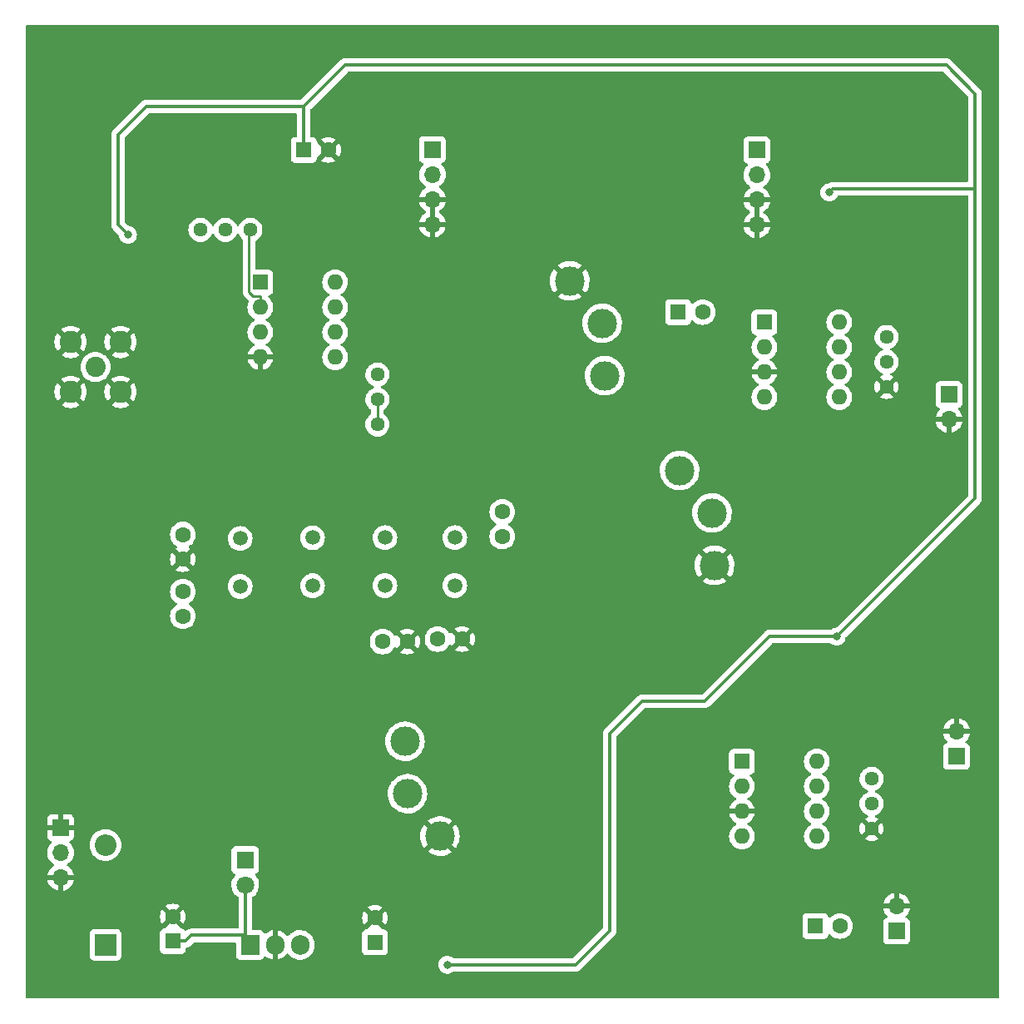
<source format=gbr>
%TF.GenerationSoftware,KiCad,Pcbnew,(6.0.7)*%
%TF.CreationDate,2022-09-22T17:07:58-04:00*%
%TF.ProjectId,Receiver_POC,52656365-6976-4657-925f-504f432e6b69,rev?*%
%TF.SameCoordinates,Original*%
%TF.FileFunction,Copper,L2,Bot*%
%TF.FilePolarity,Positive*%
%FSLAX46Y46*%
G04 Gerber Fmt 4.6, Leading zero omitted, Abs format (unit mm)*
G04 Created by KiCad (PCBNEW (6.0.7)) date 2022-09-22 17:07:58*
%MOMM*%
%LPD*%
G01*
G04 APERTURE LIST*
%TA.AperFunction,ComponentPad*%
%ADD10C,3.000000*%
%TD*%
%TA.AperFunction,ComponentPad*%
%ADD11R,1.700000X1.700000*%
%TD*%
%TA.AperFunction,ComponentPad*%
%ADD12O,1.700000X1.700000*%
%TD*%
%TA.AperFunction,ComponentPad*%
%ADD13C,1.440000*%
%TD*%
%TA.AperFunction,ComponentPad*%
%ADD14R,1.600000X1.600000*%
%TD*%
%TA.AperFunction,ComponentPad*%
%ADD15C,1.600000*%
%TD*%
%TA.AperFunction,ComponentPad*%
%ADD16C,1.500000*%
%TD*%
%TA.AperFunction,ComponentPad*%
%ADD17O,1.600000X1.600000*%
%TD*%
%TA.AperFunction,ComponentPad*%
%ADD18R,2.200000X2.200000*%
%TD*%
%TA.AperFunction,ComponentPad*%
%ADD19O,2.200000X2.200000*%
%TD*%
%TA.AperFunction,ComponentPad*%
%ADD20C,2.050000*%
%TD*%
%TA.AperFunction,ComponentPad*%
%ADD21C,2.250000*%
%TD*%
%TA.AperFunction,ComponentPad*%
%ADD22R,1.800000X1.800000*%
%TD*%
%TA.AperFunction,ComponentPad*%
%ADD23C,1.800000*%
%TD*%
%TA.AperFunction,ComponentPad*%
%ADD24R,1.905000X2.000000*%
%TD*%
%TA.AperFunction,ComponentPad*%
%ADD25O,1.905000X2.000000*%
%TD*%
%TA.AperFunction,ViaPad*%
%ADD26C,0.800000*%
%TD*%
%TA.AperFunction,Conductor*%
%ADD27C,0.350000*%
%TD*%
%TA.AperFunction,Conductor*%
%ADD28C,0.250000*%
%TD*%
G04 APERTURE END LIST*
D10*
%TO.P,TR2,1*%
%TO.N,Net-(C4-Pad2)*%
X91708000Y-63881000D03*
%TO.P,TR2,2*%
%TO.N,Net-(C8-Pad1)*%
X95010000Y-68199000D03*
%TO.P,TR2,3*%
%TO.N,GND*%
X95264000Y-73533000D03*
%TD*%
%TO.P,TR3,1*%
%TO.N,GND*%
X67310000Y-101092000D03*
%TO.P,TR3,2*%
%TO.N,Net-(C12-Pad2)*%
X64008000Y-96774000D03*
%TO.P,TR3,3*%
%TO.N,Net-(C13-Pad1)*%
X63754000Y-91440000D03*
%TD*%
%TO.P,TR1,1*%
%TO.N,GND*%
X80532000Y-44577000D03*
%TO.P,TR1,2*%
%TO.N,IFRFIN*%
X83834000Y-48895000D03*
%TO.P,TR1,3*%
%TO.N,Net-(C1-Pad1)*%
X84088000Y-54229000D03*
%TD*%
D11*
%TO.P,U4,8,OUT*%
%TO.N,IFRFIN*%
X99568000Y-31242000D03*
D12*
%TO.P,U4,7,OUT*%
X99568000Y-33782000D03*
%TO.P,U4,6,GND*%
%TO.N,GND*%
X99568000Y-36322000D03*
%TO.P,U4,5,GND*%
X99568000Y-38862000D03*
%TO.P,U4,4,GND*%
X66548000Y-38816000D03*
%TO.P,U4,3,GND*%
X66548000Y-36276000D03*
%TO.P,U4,2,IN*%
%TO.N,Net-(U4-Pad1)*%
X66548000Y-33736000D03*
D11*
%TO.P,U4,1,IN*%
X66548000Y-31196000D03*
%TD*%
D13*
%TO.P,RV2,1,1*%
%TO.N,Net-(C19-Pad2)*%
X111252000Y-95250000D03*
%TO.P,RV2,2,2*%
%TO.N,Net-(RV2-Pad2)*%
X111252000Y-97790000D03*
%TO.P,RV2,3,3*%
%TO.N,GND*%
X111252000Y-100330000D03*
%TD*%
D14*
%TO.P,C28,1*%
%TO.N,12V*%
X40132000Y-111779351D03*
D15*
%TO.P,C28,2*%
%TO.N,GND*%
X40132000Y-109279351D03*
%TD*%
D11*
%TO.P,J1,1,Pin_1*%
%TO.N,Net-(C7-Pad1)*%
X119126000Y-56134000D03*
D12*
%TO.P,J1,2,Pin_2*%
%TO.N,GND*%
X119126000Y-58674000D03*
%TD*%
D16*
%TO.P,Y3,1,1*%
%TO.N,Net-(C10-Pad1)*%
X54356000Y-75602000D03*
%TO.P,Y3,2,2*%
%TO.N,Net-(C11-Pad1)*%
X54356000Y-70722000D03*
%TD*%
D11*
%TO.P,J5,1,Pin_1*%
%TO.N,GND*%
X28702000Y-100212651D03*
D12*
%TO.P,J5,2,Pin_2*%
%TO.N,Net-(D2-Pad2)*%
X28702000Y-102752651D03*
%TO.P,J5,3,Pin_3*%
%TO.N,GND*%
X28702000Y-105292651D03*
%TD*%
D14*
%TO.P,U1,1,IN_A*%
%TO.N,Net-(C1-Pad2)*%
X100340000Y-48778000D03*
D17*
%TO.P,U1,2,IN_B*%
%TO.N,Net-(C2-Pad1)*%
X100340000Y-51318000D03*
%TO.P,U1,3,GND*%
%TO.N,GND*%
X100340000Y-53858000D03*
%TO.P,U1,4,OUT_A*%
%TO.N,unconnected-(U1-Pad4)*%
X100340000Y-56398000D03*
%TO.P,U1,5,OUT_B*%
%TO.N,Net-(C4-Pad1)*%
X107960000Y-56398000D03*
%TO.P,U1,6,OSC_B*%
%TO.N,Net-(RV1-Pad2)*%
X107960000Y-53858000D03*
%TO.P,U1,7,OSC_E*%
%TO.N,unconnected-(U1-Pad7)*%
X107960000Y-51318000D03*
%TO.P,U1,8,Vcc*%
%TO.N,Net-(C3-Pad1)*%
X107960000Y-48778000D03*
%TD*%
D15*
%TO.P,C10,1*%
%TO.N,Net-(C10-Pad1)*%
X61488000Y-81280000D03*
%TO.P,C10,2*%
%TO.N,GND*%
X63988000Y-81280000D03*
%TD*%
D16*
%TO.P,Y1,2,2*%
%TO.N,Net-(C9-Pad1)*%
X68834000Y-75582000D03*
%TO.P,Y1,1,1*%
%TO.N,Net-(C8-Pad2)*%
X68834000Y-70702000D03*
%TD*%
D14*
%TO.P,C26,1*%
%TO.N,RX5V*%
X53457300Y-31242000D03*
D15*
%TO.P,C26,2*%
%TO.N,GND*%
X55957300Y-31242000D03*
%TD*%
%TO.P,C11,1*%
%TO.N,Net-(C11-Pad1)*%
X41148000Y-70398000D03*
%TO.P,C11,2*%
%TO.N,GND*%
X41148000Y-72898000D03*
%TD*%
D14*
%TO.P,C16,1*%
%TO.N,Net-(C16-Pad1)*%
X105527300Y-110236000D03*
D15*
%TO.P,C16,2*%
%TO.N,IFAFOUT*%
X108027300Y-110236000D03*
%TD*%
D18*
%TO.P,D2,1,K*%
%TO.N,12V*%
X33274000Y-112150651D03*
D19*
%TO.P,D2,2,A*%
%TO.N,Net-(D2-Pad2)*%
X33274000Y-101990651D03*
%TD*%
D20*
%TO.P,J4,1,In*%
%TO.N,Net-(C21-Pad1)*%
X32258000Y-53340000D03*
D21*
%TO.P,J4,2,Ext*%
%TO.N,GND*%
X29718000Y-55880000D03*
X34798000Y-55880000D03*
X29718000Y-50800000D03*
X34798000Y-50800000D03*
%TD*%
D15*
%TO.P,C12,1*%
%TO.N,Net-(C12-Pad1)*%
X41148000Y-76200000D03*
%TO.P,C12,2*%
%TO.N,Net-(C12-Pad2)*%
X41148000Y-78700000D03*
%TD*%
D14*
%TO.P,U3,1,OutA*%
%TO.N,Net-(R8-Pad2)*%
X49032000Y-44714000D03*
D17*
%TO.P,U3,2,InA-*%
%TO.N,Net-(R8-Pad1)*%
X49032000Y-47254000D03*
%TO.P,U3,3,InA+*%
%TO.N,Net-(R6-Pad2)*%
X49032000Y-49794000D03*
%TO.P,U3,4,V-*%
%TO.N,GND*%
X49032000Y-52334000D03*
%TO.P,U3,5,InB+*%
%TO.N,Net-(R9-Pad2)*%
X56652000Y-52334000D03*
%TO.P,U3,6,InB-*%
%TO.N,Net-(R11-Pad2)*%
X56652000Y-49794000D03*
%TO.P,U3,7,OutB*%
%TO.N,Net-(R11-Pad1)*%
X56652000Y-47254000D03*
%TO.P,U3,8,V+*%
%TO.N,RX5V*%
X56652000Y-44714000D03*
%TD*%
D14*
%TO.P,U2,1,IN_A*%
%TO.N,Net-(C13-Pad2)*%
X98054000Y-93482000D03*
D17*
%TO.P,U2,2,IN_B*%
%TO.N,Net-(C14-Pad1)*%
X98054000Y-96022000D03*
%TO.P,U2,3,GND*%
%TO.N,GND*%
X98054000Y-98562000D03*
%TO.P,U2,4,OUT_A*%
%TO.N,unconnected-(U2-Pad4)*%
X98054000Y-101102000D03*
%TO.P,U2,5,OUT_B*%
%TO.N,Net-(C16-Pad1)*%
X105674000Y-101102000D03*
%TO.P,U2,6,OSC_B*%
%TO.N,Net-(RV2-Pad2)*%
X105674000Y-98562000D03*
%TO.P,U2,7,OSC_E*%
%TO.N,unconnected-(U2-Pad7)*%
X105674000Y-96022000D03*
%TO.P,U2,8,Vcc*%
%TO.N,Net-(C15-Pad1)*%
X105674000Y-93482000D03*
%TD*%
D22*
%TO.P,D1,1,K*%
%TO.N,Net-(D1-Pad1)*%
X47498000Y-103509651D03*
D23*
%TO.P,D1,2,A*%
%TO.N,12V*%
X47498000Y-106049651D03*
%TD*%
D13*
%TO.P,RV1,1,1*%
%TO.N,Net-(C7-Pad2)*%
X112776000Y-50282000D03*
%TO.P,RV1,2,2*%
%TO.N,Net-(RV1-Pad2)*%
X112776000Y-52822000D03*
%TO.P,RV1,3,3*%
%TO.N,GND*%
X112776000Y-55362000D03*
%TD*%
D16*
%TO.P,Y4,1,1*%
%TO.N,Net-(C11-Pad1)*%
X46990000Y-70792000D03*
%TO.P,Y4,2,2*%
%TO.N,Net-(C12-Pad1)*%
X46990000Y-75672000D03*
%TD*%
D14*
%TO.P,C1,1*%
%TO.N,Net-(C1-Pad1)*%
X91557300Y-47752000D03*
D15*
%TO.P,C1,2*%
%TO.N,Net-(C1-Pad2)*%
X94057300Y-47752000D03*
%TD*%
D14*
%TO.P,C29,1*%
%TO.N,RX5V*%
X60706000Y-111896651D03*
D15*
%TO.P,C29,2*%
%TO.N,GND*%
X60706000Y-109396651D03*
%TD*%
D16*
%TO.P,Y2,1,1*%
%TO.N,Net-(C9-Pad1)*%
X61722000Y-70702000D03*
%TO.P,Y2,2,2*%
%TO.N,Net-(C10-Pad1)*%
X61722000Y-75582000D03*
%TD*%
D13*
%TO.P,RV3,1,1*%
%TO.N,Net-(R8-Pad1)*%
X48016000Y-39370000D03*
%TO.P,RV3,2,2*%
%TO.N,Net-(R7-Pad1)*%
X45476000Y-39370000D03*
%TO.P,RV3,3,3*%
X42936000Y-39370000D03*
%TD*%
D11*
%TO.P,J3,1,Pin_1*%
%TO.N,Net-(C19-Pad1)*%
X119888000Y-92964000D03*
D12*
%TO.P,J3,2,Pin_2*%
%TO.N,GND*%
X119888000Y-90424000D03*
%TD*%
D24*
%TO.P,U5,1,VI*%
%TO.N,12V*%
X48006000Y-112150651D03*
D25*
%TO.P,U5,2,GND*%
%TO.N,GND*%
X50546000Y-112150651D03*
%TO.P,U5,3,VO*%
%TO.N,RX5V*%
X53086000Y-112150651D03*
%TD*%
D11*
%TO.P,J2,1,Pin_1*%
%TO.N,IFAFOUT*%
X113792000Y-110749000D03*
D12*
%TO.P,J2,2,Pin_2*%
%TO.N,GND*%
X113792000Y-108209000D03*
%TD*%
D15*
%TO.P,C8,1*%
%TO.N,Net-(C8-Pad1)*%
X73660000Y-68092000D03*
%TO.P,C8,2*%
%TO.N,Net-(C8-Pad2)*%
X73660000Y-70592000D03*
%TD*%
D13*
%TO.P,RV4,1,1*%
%TO.N,Net-(R11-Pad2)*%
X60960000Y-54102000D03*
%TO.P,RV4,2,2*%
%TO.N,Net-(R10-Pad1)*%
X60960000Y-56642000D03*
%TO.P,RV4,3,3*%
X60960000Y-59182000D03*
%TD*%
D15*
%TO.P,C9,1*%
%TO.N,Net-(C9-Pad1)*%
X67076000Y-81026000D03*
%TO.P,C9,2*%
%TO.N,GND*%
X69576000Y-81026000D03*
%TD*%
D26*
%TO.N,RX5V*%
X35560000Y-39878000D03*
X68072000Y-114182651D03*
X106934000Y-35560000D03*
X107696000Y-80772000D03*
%TD*%
D27*
%TO.N,RX5V*%
X81143349Y-114182651D02*
X68072000Y-114182651D01*
X84582000Y-110744000D02*
X81143349Y-114182651D01*
X84582000Y-90678000D02*
X84582000Y-110744000D01*
X94234000Y-87376000D02*
X87884000Y-87376000D01*
X100838000Y-80772000D02*
X94234000Y-87376000D01*
X87884000Y-87376000D02*
X84582000Y-90678000D01*
X107696000Y-80772000D02*
X100838000Y-80772000D01*
X57658000Y-22606000D02*
X118872000Y-22606000D01*
X53457300Y-26806700D02*
X57658000Y-22606000D01*
X53457300Y-26806700D02*
X37455300Y-26806700D01*
X34544000Y-29718000D02*
X34544000Y-38862000D01*
X121793000Y-25527000D02*
X121793000Y-35179000D01*
X121793000Y-66675000D02*
X107696000Y-80772000D01*
X53457300Y-31242000D02*
X53457300Y-26806700D01*
X121793000Y-35179000D02*
X107315000Y-35179000D01*
X37455300Y-26806700D02*
X34544000Y-29718000D01*
X121793000Y-35179000D02*
X121793000Y-66675000D01*
X107315000Y-35179000D02*
X106934000Y-35560000D01*
X34544000Y-38862000D02*
X35560000Y-39878000D01*
X118872000Y-22606000D02*
X121793000Y-25527000D01*
%TO.N,12V*%
X40132000Y-111779351D02*
X41407100Y-111779351D01*
X41996500Y-111189951D02*
X41407100Y-111779351D01*
X48006000Y-111697951D02*
X47498000Y-111189951D01*
X48006000Y-112150651D02*
X48006000Y-111697951D01*
X47498000Y-111189951D02*
X41996500Y-111189951D01*
X47498000Y-111189951D02*
X47498000Y-106049651D01*
D28*
%TO.N,Net-(R8-Pad1)*%
X49032000Y-47254000D02*
X49032000Y-46128900D01*
X47873900Y-39512100D02*
X47873900Y-45684200D01*
X47873900Y-45684200D02*
X48318600Y-46128900D01*
X48016000Y-39370000D02*
X47873900Y-39512100D01*
X48318600Y-46128900D02*
X49032000Y-46128900D01*
%TO.N,Net-(R10-Pad1)*%
X60960000Y-56642000D02*
X60960000Y-59182000D01*
%TD*%
%TA.AperFunction,Conductor*%
%TO.N,GND*%
G36*
X124147621Y-18562502D02*
G01*
X124194114Y-18616158D01*
X124205500Y-18668500D01*
X124205500Y-117475500D01*
X124185498Y-117543621D01*
X124131842Y-117590114D01*
X124079500Y-117601500D01*
X25272500Y-117601500D01*
X25204379Y-117581498D01*
X25157886Y-117527842D01*
X25146500Y-117475500D01*
X25146500Y-113298785D01*
X31665500Y-113298785D01*
X31672255Y-113360967D01*
X31723385Y-113497356D01*
X31810739Y-113613912D01*
X31927295Y-113701266D01*
X32063684Y-113752396D01*
X32125866Y-113759151D01*
X34422134Y-113759151D01*
X34484316Y-113752396D01*
X34620705Y-113701266D01*
X34737261Y-113613912D01*
X34824615Y-113497356D01*
X34875745Y-113360967D01*
X34882500Y-113298785D01*
X34882500Y-112627485D01*
X38823500Y-112627485D01*
X38830255Y-112689667D01*
X38881385Y-112826056D01*
X38968739Y-112942612D01*
X39085295Y-113029966D01*
X39221684Y-113081096D01*
X39283866Y-113087851D01*
X40980134Y-113087851D01*
X41042316Y-113081096D01*
X41178705Y-113029966D01*
X41295261Y-112942612D01*
X41382615Y-112826056D01*
X41433745Y-112689667D01*
X41440500Y-112627485D01*
X41440500Y-112575500D01*
X41460502Y-112507379D01*
X41514158Y-112460886D01*
X41551363Y-112450413D01*
X41563791Y-112448909D01*
X41571335Y-112447996D01*
X41578445Y-112445309D01*
X41583348Y-112444105D01*
X41593834Y-112441237D01*
X41598626Y-112439790D01*
X41606104Y-112438485D01*
X41613057Y-112435433D01*
X41662441Y-112413756D01*
X41668546Y-112411265D01*
X41718982Y-112392206D01*
X41718985Y-112392204D01*
X41726089Y-112389520D01*
X41732346Y-112385220D01*
X41736814Y-112382884D01*
X41746260Y-112377626D01*
X41750626Y-112375044D01*
X41757585Y-112371989D01*
X41806404Y-112334528D01*
X41811723Y-112330665D01*
X41856165Y-112300120D01*
X41862426Y-112295817D01*
X41902333Y-112251027D01*
X41907313Y-112245753D01*
X42242710Y-111910356D01*
X42305022Y-111876330D01*
X42331805Y-111873451D01*
X46419000Y-111873451D01*
X46487121Y-111893453D01*
X46533614Y-111947109D01*
X46545000Y-111999451D01*
X46545000Y-113198785D01*
X46551755Y-113260967D01*
X46602885Y-113397356D01*
X46690239Y-113513912D01*
X46806795Y-113601266D01*
X46943184Y-113652396D01*
X47005366Y-113659151D01*
X49006634Y-113659151D01*
X49068816Y-113652396D01*
X49205205Y-113601266D01*
X49321761Y-113513912D01*
X49409115Y-113397356D01*
X49416758Y-113376968D01*
X49459401Y-113320204D01*
X49525962Y-113295505D01*
X49595311Y-113310713D01*
X49612832Y-113322317D01*
X49730944Y-113415596D01*
X49739531Y-113421301D01*
X49940722Y-113532365D01*
X49950134Y-113536595D01*
X50166768Y-113613310D01*
X50176739Y-113615944D01*
X50274163Y-113633298D01*
X50287460Y-113631838D01*
X50291543Y-113618747D01*
X50800000Y-113618747D01*
X50803918Y-113632091D01*
X50818194Y-113634078D01*
X50880515Y-113624541D01*
X50890543Y-113622152D01*
X51108988Y-113550753D01*
X51118497Y-113546756D01*
X51322344Y-113440640D01*
X51331069Y-113435146D01*
X51514852Y-113297158D01*
X51522559Y-113290315D01*
X51681339Y-113124160D01*
X51687823Y-113116153D01*
X51710237Y-113083295D01*
X51765148Y-113038292D01*
X51835672Y-113030119D01*
X51899420Y-113061373D01*
X51920116Y-113085855D01*
X51924498Y-113092628D01*
X52086186Y-113270321D01*
X52122228Y-113298785D01*
X52270670Y-113416018D01*
X52270675Y-113416021D01*
X52274724Y-113419219D01*
X52279240Y-113421712D01*
X52279243Y-113421714D01*
X52480526Y-113532828D01*
X52480530Y-113532830D01*
X52485050Y-113535325D01*
X52489919Y-113537049D01*
X52489923Y-113537051D01*
X52706640Y-113613795D01*
X52706644Y-113613796D01*
X52711515Y-113615521D01*
X52716608Y-113616428D01*
X52716611Y-113616429D01*
X52942948Y-113656746D01*
X52942954Y-113656747D01*
X52948037Y-113657652D01*
X53035400Y-113658719D01*
X53183093Y-113660524D01*
X53183095Y-113660524D01*
X53188263Y-113660587D01*
X53425744Y-113624247D01*
X53537997Y-113587557D01*
X53649183Y-113551217D01*
X53649189Y-113551214D01*
X53654101Y-113549609D01*
X53658687Y-113547222D01*
X53658691Y-113547220D01*
X53862607Y-113441067D01*
X53867200Y-113438676D01*
X53922233Y-113397356D01*
X54055185Y-113297533D01*
X54055188Y-113297531D01*
X54059320Y-113294428D01*
X54225301Y-113120739D01*
X54346812Y-112942612D01*
X54357774Y-112926542D01*
X54357775Y-112926541D01*
X54360686Y-112922273D01*
X54375243Y-112890914D01*
X54443073Y-112744785D01*
X59397500Y-112744785D01*
X59404255Y-112806967D01*
X59455385Y-112943356D01*
X59542739Y-113059912D01*
X59659295Y-113147266D01*
X59795684Y-113198396D01*
X59857866Y-113205151D01*
X61554134Y-113205151D01*
X61616316Y-113198396D01*
X61752705Y-113147266D01*
X61869261Y-113059912D01*
X61956615Y-112943356D01*
X62007745Y-112806967D01*
X62014500Y-112744785D01*
X62014500Y-111048517D01*
X62007745Y-110986335D01*
X61956615Y-110849946D01*
X61869261Y-110733390D01*
X61752705Y-110646036D01*
X61616316Y-110594906D01*
X61571486Y-110590036D01*
X61557514Y-110588518D01*
X61557511Y-110588518D01*
X61554134Y-110588151D01*
X61550815Y-110588151D01*
X61483890Y-110564498D01*
X61448196Y-110518495D01*
X61446266Y-110519510D01*
X61440558Y-110508651D01*
X61440368Y-110508406D01*
X61440347Y-110508248D01*
X61420356Y-110470217D01*
X60718812Y-109768673D01*
X60704868Y-109761059D01*
X60703035Y-109761190D01*
X60696420Y-109765441D01*
X59990923Y-110470938D01*
X59968129Y-110512680D01*
X59965953Y-110522680D01*
X59915747Y-110572878D01*
X59862186Y-110588102D01*
X59861281Y-110588151D01*
X59857866Y-110588151D01*
X59854470Y-110588520D01*
X59854468Y-110588520D01*
X59842121Y-110589861D01*
X59795684Y-110594906D01*
X59659295Y-110646036D01*
X59542739Y-110733390D01*
X59455385Y-110849946D01*
X59404255Y-110986335D01*
X59397500Y-111048517D01*
X59397500Y-112744785D01*
X54443073Y-112744785D01*
X54459658Y-112709056D01*
X54459659Y-112709052D01*
X54461837Y-112704361D01*
X54526040Y-112472853D01*
X54541036Y-112332529D01*
X54546644Y-112280058D01*
X54546644Y-112280050D01*
X54547000Y-112276723D01*
X54547000Y-112042249D01*
X54545548Y-112024579D01*
X54538487Y-111938705D01*
X54532322Y-111863714D01*
X54473794Y-111630707D01*
X54404659Y-111471707D01*
X54380057Y-111415125D01*
X54380055Y-111415122D01*
X54377997Y-111410388D01*
X54272397Y-111247156D01*
X54250310Y-111213014D01*
X54250308Y-111213011D01*
X54247502Y-111208674D01*
X54085814Y-111030981D01*
X53983141Y-110949895D01*
X53901330Y-110885284D01*
X53901325Y-110885281D01*
X53897276Y-110882083D01*
X53892760Y-110879590D01*
X53892757Y-110879588D01*
X53691474Y-110768474D01*
X53691470Y-110768472D01*
X53686950Y-110765977D01*
X53682081Y-110764253D01*
X53682077Y-110764251D01*
X53465360Y-110687507D01*
X53465356Y-110687506D01*
X53460485Y-110685781D01*
X53455392Y-110684874D01*
X53455389Y-110684873D01*
X53229052Y-110644556D01*
X53229046Y-110644555D01*
X53223963Y-110643650D01*
X53131474Y-110642520D01*
X52988907Y-110640778D01*
X52988905Y-110640778D01*
X52983737Y-110640715D01*
X52746256Y-110677055D01*
X52634003Y-110713745D01*
X52522817Y-110750085D01*
X52522811Y-110750088D01*
X52517899Y-110751693D01*
X52513313Y-110754080D01*
X52513309Y-110754082D01*
X52401371Y-110812354D01*
X52304800Y-110862626D01*
X52300657Y-110865736D01*
X52300658Y-110865736D01*
X52135867Y-110989465D01*
X52112680Y-111006874D01*
X52092703Y-111027779D01*
X51972356Y-111153715D01*
X51946699Y-111180563D01*
X51921160Y-111218002D01*
X51866249Y-111263003D01*
X51795725Y-111271174D01*
X51731978Y-111239920D01*
X51711284Y-111215441D01*
X51709915Y-111213325D01*
X51703622Y-111205153D01*
X51548950Y-111035171D01*
X51541417Y-111028145D01*
X51361056Y-110885706D01*
X51352469Y-110880001D01*
X51151278Y-110768937D01*
X51141866Y-110764707D01*
X50925232Y-110687992D01*
X50915261Y-110685358D01*
X50817837Y-110668004D01*
X50804540Y-110669464D01*
X50800000Y-110684021D01*
X50800000Y-113618747D01*
X50291543Y-113618747D01*
X50292000Y-113617281D01*
X50292000Y-110682555D01*
X50288082Y-110669211D01*
X50273806Y-110667224D01*
X50211485Y-110676761D01*
X50201457Y-110679150D01*
X49983012Y-110750549D01*
X49973503Y-110754546D01*
X49769656Y-110860662D01*
X49760939Y-110866151D01*
X49609901Y-110979553D01*
X49543416Y-111004458D01*
X49474020Y-110989465D01*
X49423747Y-110939335D01*
X49416268Y-110923026D01*
X49409115Y-110903946D01*
X49321761Y-110787390D01*
X49205205Y-110700036D01*
X49068816Y-110648906D01*
X49006634Y-110642151D01*
X48307500Y-110642151D01*
X48239379Y-110622149D01*
X48192886Y-110568493D01*
X48181500Y-110516151D01*
X48181500Y-109402126D01*
X59393483Y-109402126D01*
X59412472Y-109619170D01*
X59414375Y-109629963D01*
X59470764Y-109840412D01*
X59474510Y-109850704D01*
X59566586Y-110048162D01*
X59572069Y-110057657D01*
X59608509Y-110109699D01*
X59618988Y-110118075D01*
X59632434Y-110111007D01*
X60333978Y-109409463D01*
X60340356Y-109397783D01*
X61070408Y-109397783D01*
X61070539Y-109399616D01*
X61074790Y-109406231D01*
X61780287Y-110111728D01*
X61792062Y-110118158D01*
X61804077Y-110108862D01*
X61839931Y-110057657D01*
X61845414Y-110048162D01*
X61937490Y-109850704D01*
X61941236Y-109840412D01*
X61997625Y-109629963D01*
X61999528Y-109619170D01*
X62018517Y-109402126D01*
X62018517Y-109391176D01*
X61999528Y-109174132D01*
X61997625Y-109163339D01*
X61941236Y-108952890D01*
X61937490Y-108942598D01*
X61845414Y-108745140D01*
X61839931Y-108735645D01*
X61803491Y-108683603D01*
X61793012Y-108675227D01*
X61779566Y-108682295D01*
X61078022Y-109383839D01*
X61070408Y-109397783D01*
X60340356Y-109397783D01*
X60341592Y-109395519D01*
X60341461Y-109393686D01*
X60337210Y-109387071D01*
X59631713Y-108681574D01*
X59619938Y-108675144D01*
X59607923Y-108684440D01*
X59572069Y-108735645D01*
X59566586Y-108745140D01*
X59474510Y-108942598D01*
X59470764Y-108952890D01*
X59414375Y-109163339D01*
X59412472Y-109174132D01*
X59393483Y-109391176D01*
X59393483Y-109402126D01*
X48181500Y-109402126D01*
X48181500Y-108309639D01*
X59984576Y-108309639D01*
X59991644Y-108323085D01*
X60693188Y-109024629D01*
X60707132Y-109032243D01*
X60708965Y-109032112D01*
X60715580Y-109027861D01*
X61421077Y-108322364D01*
X61427507Y-108310589D01*
X61418211Y-108298574D01*
X61367006Y-108262720D01*
X61357511Y-108257237D01*
X61160053Y-108165161D01*
X61149761Y-108161415D01*
X60939312Y-108105026D01*
X60928519Y-108103123D01*
X60711475Y-108084134D01*
X60700525Y-108084134D01*
X60483481Y-108103123D01*
X60472688Y-108105026D01*
X60262239Y-108161415D01*
X60251947Y-108165161D01*
X60054489Y-108257237D01*
X60044994Y-108262720D01*
X59992952Y-108299160D01*
X59984576Y-108309639D01*
X48181500Y-108309639D01*
X48181500Y-107357199D01*
X48201502Y-107289078D01*
X48234332Y-107254620D01*
X48247537Y-107245201D01*
X48410243Y-107129145D01*
X48574303Y-106965656D01*
X48709458Y-106777568D01*
X48756641Y-106682101D01*
X48809784Y-106574573D01*
X48809785Y-106574571D01*
X48812078Y-106569931D01*
X48879408Y-106348322D01*
X48909640Y-106118692D01*
X48911327Y-106049651D01*
X48905032Y-105973085D01*
X48892773Y-105823969D01*
X48892772Y-105823963D01*
X48892349Y-105818818D01*
X48835925Y-105594184D01*
X48827796Y-105575488D01*
X48745630Y-105386519D01*
X48745628Y-105386516D01*
X48743570Y-105381782D01*
X48617764Y-105187316D01*
X48527848Y-105088499D01*
X48496796Y-105024653D01*
X48505192Y-104954155D01*
X48550369Y-104899387D01*
X48576812Y-104885718D01*
X48636297Y-104863418D01*
X48644705Y-104860266D01*
X48761261Y-104772912D01*
X48848615Y-104656356D01*
X48899745Y-104519967D01*
X48906500Y-104457785D01*
X48906500Y-102681654D01*
X66085618Y-102681654D01*
X66092673Y-102691627D01*
X66123679Y-102717551D01*
X66130598Y-102722579D01*
X66355272Y-102863515D01*
X66362807Y-102867556D01*
X66604520Y-102976694D01*
X66612551Y-102979680D01*
X66866832Y-103055002D01*
X66875184Y-103056869D01*
X67137340Y-103096984D01*
X67145874Y-103097700D01*
X67411045Y-103101867D01*
X67419596Y-103101418D01*
X67682883Y-103069557D01*
X67691284Y-103067955D01*
X67947824Y-103000653D01*
X67955926Y-102997926D01*
X68200949Y-102896434D01*
X68208617Y-102892628D01*
X68437598Y-102758822D01*
X68444679Y-102754009D01*
X68524655Y-102691301D01*
X68533125Y-102679442D01*
X68526608Y-102667818D01*
X67322812Y-101464022D01*
X67308868Y-101456408D01*
X67307035Y-101456539D01*
X67300420Y-101460790D01*
X66092910Y-102668300D01*
X66085618Y-102681654D01*
X48906500Y-102681654D01*
X48906500Y-102561517D01*
X48899745Y-102499335D01*
X48848615Y-102362946D01*
X48761261Y-102246390D01*
X48644705Y-102159036D01*
X48508316Y-102107906D01*
X48446134Y-102101151D01*
X46549866Y-102101151D01*
X46487684Y-102107906D01*
X46351295Y-102159036D01*
X46234739Y-102246390D01*
X46147385Y-102362946D01*
X46096255Y-102499335D01*
X46089500Y-102561517D01*
X46089500Y-104457785D01*
X46096255Y-104519967D01*
X46147385Y-104656356D01*
X46234739Y-104772912D01*
X46351295Y-104860266D01*
X46359704Y-104863418D01*
X46359705Y-104863419D01*
X46419164Y-104885709D01*
X46475929Y-104928350D01*
X46500629Y-104994912D01*
X46485422Y-105064260D01*
X46466029Y-105090742D01*
X46399639Y-105160215D01*
X46396725Y-105164487D01*
X46396724Y-105164488D01*
X46381152Y-105187316D01*
X46269119Y-105351550D01*
X46171602Y-105561632D01*
X46109707Y-105784820D01*
X46085095Y-106015120D01*
X46085392Y-106020273D01*
X46085392Y-106020276D01*
X46098129Y-106241180D01*
X46098427Y-106246348D01*
X46099564Y-106251394D01*
X46099565Y-106251400D01*
X46131741Y-106394174D01*
X46149346Y-106472293D01*
X46151288Y-106477075D01*
X46151289Y-106477079D01*
X46200940Y-106599354D01*
X46236484Y-106686888D01*
X46357501Y-106884370D01*
X46509147Y-107059435D01*
X46687349Y-107207381D01*
X46752072Y-107245202D01*
X46800794Y-107296840D01*
X46814500Y-107353989D01*
X46814500Y-110380451D01*
X46794498Y-110448572D01*
X46740842Y-110495065D01*
X46688500Y-110506451D01*
X42024545Y-110506451D01*
X42015976Y-110506159D01*
X41968042Y-110502891D01*
X41968038Y-110502891D01*
X41960466Y-110502375D01*
X41899836Y-110512957D01*
X41893346Y-110513914D01*
X41869036Y-110516856D01*
X41839806Y-110520393D01*
X41839803Y-110520394D01*
X41832265Y-110521306D01*
X41825163Y-110523990D01*
X41820260Y-110525194D01*
X41809825Y-110528049D01*
X41804978Y-110529512D01*
X41797496Y-110530818D01*
X41790543Y-110533870D01*
X41790537Y-110533872D01*
X41741163Y-110555546D01*
X41735059Y-110558037D01*
X41677511Y-110579782D01*
X41671252Y-110584084D01*
X41666798Y-110586412D01*
X41657319Y-110591687D01*
X41652967Y-110594261D01*
X41646014Y-110597313D01*
X41639990Y-110601936D01*
X41639984Y-110601939D01*
X41597191Y-110634775D01*
X41591866Y-110638644D01*
X41541174Y-110673485D01*
X41536127Y-110679150D01*
X41536120Y-110679156D01*
X41533473Y-110682128D01*
X41531004Y-110683667D01*
X41530421Y-110684181D01*
X41530335Y-110684084D01*
X41473224Y-110719685D01*
X41402234Y-110718706D01*
X41338569Y-110673876D01*
X41335263Y-110669464D01*
X41295261Y-110616090D01*
X41178705Y-110528736D01*
X41042316Y-110477606D01*
X40998748Y-110472873D01*
X40983514Y-110471218D01*
X40983511Y-110471218D01*
X40980134Y-110470851D01*
X40976815Y-110470851D01*
X40909890Y-110447198D01*
X40874196Y-110401195D01*
X40872266Y-110402210D01*
X40866558Y-110391351D01*
X40866368Y-110391106D01*
X40866347Y-110390948D01*
X40846356Y-110352917D01*
X40144812Y-109651373D01*
X40130868Y-109643759D01*
X40129035Y-109643890D01*
X40122420Y-109648141D01*
X39416923Y-110353638D01*
X39394129Y-110395380D01*
X39391953Y-110405380D01*
X39341747Y-110455578D01*
X39288186Y-110470802D01*
X39287281Y-110470851D01*
X39283866Y-110470851D01*
X39280470Y-110471220D01*
X39280468Y-110471220D01*
X39268121Y-110472561D01*
X39221684Y-110477606D01*
X39085295Y-110528736D01*
X38968739Y-110616090D01*
X38881385Y-110732646D01*
X38830255Y-110869035D01*
X38823500Y-110931217D01*
X38823500Y-112627485D01*
X34882500Y-112627485D01*
X34882500Y-111002517D01*
X34875745Y-110940335D01*
X34824615Y-110803946D01*
X34737261Y-110687390D01*
X34620705Y-110600036D01*
X34484316Y-110548906D01*
X34422134Y-110542151D01*
X32125866Y-110542151D01*
X32063684Y-110548906D01*
X31927295Y-110600036D01*
X31810739Y-110687390D01*
X31723385Y-110803946D01*
X31672255Y-110940335D01*
X31665500Y-111002517D01*
X31665500Y-113298785D01*
X25146500Y-113298785D01*
X25146500Y-109284826D01*
X38819483Y-109284826D01*
X38838472Y-109501870D01*
X38840375Y-109512663D01*
X38896764Y-109723112D01*
X38900510Y-109733404D01*
X38992586Y-109930862D01*
X38998069Y-109940357D01*
X39034509Y-109992399D01*
X39044988Y-110000775D01*
X39058434Y-109993707D01*
X39759978Y-109292163D01*
X39766356Y-109280483D01*
X40496408Y-109280483D01*
X40496539Y-109282316D01*
X40500790Y-109288931D01*
X41206287Y-109994428D01*
X41218062Y-110000858D01*
X41230077Y-109991562D01*
X41265931Y-109940357D01*
X41271414Y-109930862D01*
X41363490Y-109733404D01*
X41367236Y-109723112D01*
X41423625Y-109512663D01*
X41425528Y-109501870D01*
X41444517Y-109284826D01*
X41444517Y-109273876D01*
X41425528Y-109056832D01*
X41423625Y-109046039D01*
X41367236Y-108835590D01*
X41363490Y-108825298D01*
X41271414Y-108627840D01*
X41265931Y-108618345D01*
X41229491Y-108566303D01*
X41219012Y-108557927D01*
X41205566Y-108564995D01*
X40504022Y-109266539D01*
X40496408Y-109280483D01*
X39766356Y-109280483D01*
X39767592Y-109278219D01*
X39767461Y-109276386D01*
X39763210Y-109269771D01*
X39057713Y-108564274D01*
X39045938Y-108557844D01*
X39033923Y-108567140D01*
X38998069Y-108618345D01*
X38992586Y-108627840D01*
X38900510Y-108825298D01*
X38896764Y-108835590D01*
X38840375Y-109046039D01*
X38838472Y-109056832D01*
X38819483Y-109273876D01*
X38819483Y-109284826D01*
X25146500Y-109284826D01*
X25146500Y-108192339D01*
X39410576Y-108192339D01*
X39417644Y-108205785D01*
X40119188Y-108907329D01*
X40133132Y-108914943D01*
X40134965Y-108914812D01*
X40141580Y-108910561D01*
X40847077Y-108205064D01*
X40853507Y-108193289D01*
X40844211Y-108181274D01*
X40793006Y-108145420D01*
X40783511Y-108139937D01*
X40586053Y-108047861D01*
X40575761Y-108044115D01*
X40365312Y-107987726D01*
X40354519Y-107985823D01*
X40137475Y-107966834D01*
X40126525Y-107966834D01*
X39909481Y-107985823D01*
X39898688Y-107987726D01*
X39688239Y-108044115D01*
X39677947Y-108047861D01*
X39480489Y-108139937D01*
X39470994Y-108145420D01*
X39418952Y-108181860D01*
X39410576Y-108192339D01*
X25146500Y-108192339D01*
X25146500Y-105560617D01*
X27370257Y-105560617D01*
X27400565Y-105695097D01*
X27403645Y-105704926D01*
X27483770Y-105902254D01*
X27488413Y-105911445D01*
X27599694Y-106093039D01*
X27605777Y-106101350D01*
X27745213Y-106262318D01*
X27752580Y-106269534D01*
X27916434Y-106405567D01*
X27924881Y-106411482D01*
X28108756Y-106518930D01*
X28118042Y-106523380D01*
X28317001Y-106599354D01*
X28326899Y-106602230D01*
X28430250Y-106623257D01*
X28444299Y-106622061D01*
X28448000Y-106611716D01*
X28448000Y-106611168D01*
X28956000Y-106611168D01*
X28960064Y-106625010D01*
X28973478Y-106627044D01*
X28980184Y-106626185D01*
X28990262Y-106624043D01*
X29194255Y-106562842D01*
X29203842Y-106559084D01*
X29395095Y-106465390D01*
X29403945Y-106460115D01*
X29577328Y-106336443D01*
X29585200Y-106329790D01*
X29736052Y-106179463D01*
X29742730Y-106171616D01*
X29867003Y-105998671D01*
X29872313Y-105989834D01*
X29966670Y-105798918D01*
X29970469Y-105789323D01*
X30032377Y-105585561D01*
X30034555Y-105575488D01*
X30035986Y-105564613D01*
X30033775Y-105550429D01*
X30020617Y-105546651D01*
X28974115Y-105546651D01*
X28958876Y-105551126D01*
X28957671Y-105552516D01*
X28956000Y-105560199D01*
X28956000Y-106611168D01*
X28448000Y-106611168D01*
X28448000Y-105564766D01*
X28443525Y-105549527D01*
X28442135Y-105548322D01*
X28434452Y-105546651D01*
X27385225Y-105546651D01*
X27371694Y-105550624D01*
X27370257Y-105560617D01*
X25146500Y-105560617D01*
X25146500Y-102719346D01*
X27339251Y-102719346D01*
X27339548Y-102724499D01*
X27339548Y-102724502D01*
X27351812Y-102937198D01*
X27352110Y-102942366D01*
X27353247Y-102947412D01*
X27353248Y-102947418D01*
X27373119Y-103035590D01*
X27401222Y-103160290D01*
X27485266Y-103367267D01*
X27487965Y-103371671D01*
X27580860Y-103523262D01*
X27601987Y-103557739D01*
X27748250Y-103726589D01*
X27920126Y-103869283D01*
X27993955Y-103912425D01*
X28042679Y-103964063D01*
X28055750Y-104033846D01*
X28029019Y-104099618D01*
X27988562Y-104132978D01*
X27980457Y-104137197D01*
X27971738Y-104142687D01*
X27801433Y-104270556D01*
X27793726Y-104277399D01*
X27646590Y-104431368D01*
X27640104Y-104439378D01*
X27520098Y-104615300D01*
X27515000Y-104624274D01*
X27425338Y-104817434D01*
X27421775Y-104827121D01*
X27366389Y-105026834D01*
X27367912Y-105035258D01*
X27380292Y-105038651D01*
X30020344Y-105038651D01*
X30033875Y-105034678D01*
X30035180Y-105025598D01*
X29993214Y-104858526D01*
X29989894Y-104848775D01*
X29904972Y-104653465D01*
X29900105Y-104644390D01*
X29784426Y-104465577D01*
X29778136Y-104457408D01*
X29634806Y-104299891D01*
X29627273Y-104292866D01*
X29460139Y-104160873D01*
X29451556Y-104155171D01*
X29414602Y-104134771D01*
X29364631Y-104084338D01*
X29349859Y-104014896D01*
X29374975Y-103948490D01*
X29402327Y-103921883D01*
X29425797Y-103905142D01*
X29581860Y-103793824D01*
X29740096Y-103636140D01*
X29799594Y-103553340D01*
X29867435Y-103458928D01*
X29870453Y-103454728D01*
X29969430Y-103254462D01*
X30015792Y-103101867D01*
X30032865Y-103045674D01*
X30032865Y-103045672D01*
X30034370Y-103040720D01*
X30063529Y-102819241D01*
X30065156Y-102752651D01*
X30046852Y-102530012D01*
X29992431Y-102313353D01*
X29903354Y-102108491D01*
X29827120Y-101990651D01*
X31660526Y-101990651D01*
X31680391Y-102243054D01*
X31681545Y-102247861D01*
X31681546Y-102247867D01*
X31702773Y-102336284D01*
X31739495Y-102489242D01*
X31741388Y-102493813D01*
X31741389Y-102493815D01*
X31834064Y-102717551D01*
X31836384Y-102723153D01*
X31968672Y-102939027D01*
X32133102Y-103131549D01*
X32325624Y-103295979D01*
X32541498Y-103428267D01*
X32546068Y-103430160D01*
X32546072Y-103430162D01*
X32770836Y-103523262D01*
X32775409Y-103525156D01*
X32860032Y-103545472D01*
X33016784Y-103583105D01*
X33016790Y-103583106D01*
X33021597Y-103584260D01*
X33274000Y-103604125D01*
X33526403Y-103584260D01*
X33531210Y-103583106D01*
X33531216Y-103583105D01*
X33687968Y-103545472D01*
X33772591Y-103525156D01*
X33777164Y-103523262D01*
X34001928Y-103430162D01*
X34001932Y-103430160D01*
X34006502Y-103428267D01*
X34222376Y-103295979D01*
X34414898Y-103131549D01*
X34579328Y-102939027D01*
X34711616Y-102723153D01*
X34713937Y-102717551D01*
X34806611Y-102493815D01*
X34806612Y-102493813D01*
X34808505Y-102489242D01*
X34845227Y-102336284D01*
X34866454Y-102247867D01*
X34866455Y-102247861D01*
X34867609Y-102243054D01*
X34887474Y-101990651D01*
X34867609Y-101738248D01*
X34857201Y-101694893D01*
X34824046Y-101556793D01*
X34808505Y-101492060D01*
X34806611Y-101487487D01*
X34713511Y-101262723D01*
X34713509Y-101262719D01*
X34711616Y-101258149D01*
X34599507Y-101075204D01*
X65297665Y-101075204D01*
X65312932Y-101339969D01*
X65314005Y-101348470D01*
X65365065Y-101608722D01*
X65367276Y-101616974D01*
X65453184Y-101867894D01*
X65456499Y-101875779D01*
X65575664Y-102112713D01*
X65580020Y-102120079D01*
X65709347Y-102308250D01*
X65719601Y-102316594D01*
X65733342Y-102309448D01*
X66937978Y-101104812D01*
X66944356Y-101093132D01*
X67674408Y-101093132D01*
X67674539Y-101094965D01*
X67678790Y-101101580D01*
X68885730Y-102308520D01*
X68897939Y-102315187D01*
X68909439Y-102306497D01*
X69006831Y-102173913D01*
X69011418Y-102166685D01*
X69137962Y-101933621D01*
X69141530Y-101925827D01*
X69235271Y-101677750D01*
X69237748Y-101669544D01*
X69296954Y-101411038D01*
X69298294Y-101402577D01*
X69322031Y-101136616D01*
X69322277Y-101131677D01*
X69322666Y-101094485D01*
X69322523Y-101089519D01*
X69304362Y-100823123D01*
X69303201Y-100814649D01*
X69249419Y-100554944D01*
X69247120Y-100546709D01*
X69158588Y-100296705D01*
X69155191Y-100288854D01*
X69033550Y-100053178D01*
X69029122Y-100045866D01*
X68910031Y-99876417D01*
X68899509Y-99868037D01*
X68886121Y-99875089D01*
X67682022Y-101079188D01*
X67674408Y-101093132D01*
X66944356Y-101093132D01*
X66945592Y-101090868D01*
X66945461Y-101089035D01*
X66941210Y-101082420D01*
X65733814Y-99875024D01*
X65721804Y-99868466D01*
X65710064Y-99877434D01*
X65601935Y-100027911D01*
X65597418Y-100035196D01*
X65473325Y-100269567D01*
X65469839Y-100277395D01*
X65378700Y-100526446D01*
X65376311Y-100534670D01*
X65319812Y-100793795D01*
X65318563Y-100802250D01*
X65297754Y-101066653D01*
X65297665Y-101075204D01*
X34599507Y-101075204D01*
X34579328Y-101042275D01*
X34414898Y-100849753D01*
X34222376Y-100685323D01*
X34006502Y-100553035D01*
X34001932Y-100551142D01*
X34001928Y-100551140D01*
X33777164Y-100458040D01*
X33777162Y-100458039D01*
X33772591Y-100456146D01*
X33687968Y-100435830D01*
X33531216Y-100398197D01*
X33531210Y-100398196D01*
X33526403Y-100397042D01*
X33274000Y-100377177D01*
X33021597Y-100397042D01*
X33016790Y-100398196D01*
X33016784Y-100398197D01*
X32860032Y-100435830D01*
X32775409Y-100456146D01*
X32770838Y-100458039D01*
X32770836Y-100458040D01*
X32546072Y-100551140D01*
X32546068Y-100551142D01*
X32541498Y-100553035D01*
X32325624Y-100685323D01*
X32133102Y-100849753D01*
X31968672Y-101042275D01*
X31836384Y-101258149D01*
X31834491Y-101262719D01*
X31834489Y-101262723D01*
X31741389Y-101487487D01*
X31739495Y-101492060D01*
X31723954Y-101556793D01*
X31690800Y-101694893D01*
X31680391Y-101738248D01*
X31660526Y-101990651D01*
X29827120Y-101990651D01*
X29784822Y-101925268D01*
X29784820Y-101925265D01*
X29782014Y-101920928D01*
X29778540Y-101917110D01*
X29778533Y-101917101D01*
X29634435Y-101758739D01*
X29603383Y-101694893D01*
X29611779Y-101624395D01*
X29656956Y-101569627D01*
X29683400Y-101555958D01*
X29790052Y-101515976D01*
X29805649Y-101507437D01*
X29907724Y-101430936D01*
X29920285Y-101418375D01*
X29996786Y-101316300D01*
X30005324Y-101300705D01*
X30050478Y-101180257D01*
X30054105Y-101165002D01*
X30059631Y-101114137D01*
X30060000Y-101107323D01*
X30060000Y-100484766D01*
X30055525Y-100469527D01*
X30054135Y-100468322D01*
X30046452Y-100466651D01*
X27362116Y-100466651D01*
X27346877Y-100471126D01*
X27345672Y-100472516D01*
X27344001Y-100480199D01*
X27344001Y-101107320D01*
X27344371Y-101114141D01*
X27349895Y-101165003D01*
X27353521Y-101180255D01*
X27398676Y-101300705D01*
X27407214Y-101316300D01*
X27483715Y-101418375D01*
X27496276Y-101430936D01*
X27598351Y-101507437D01*
X27613946Y-101515975D01*
X27722827Y-101556793D01*
X27779591Y-101599435D01*
X27804291Y-101665996D01*
X27789083Y-101735345D01*
X27769691Y-101761826D01*
X27768324Y-101763257D01*
X27642629Y-101894789D01*
X27639715Y-101899061D01*
X27639714Y-101899062D01*
X27604832Y-101950197D01*
X27516743Y-102079331D01*
X27479745Y-102159036D01*
X27438512Y-102247867D01*
X27422688Y-102281956D01*
X27362989Y-102497221D01*
X27339251Y-102719346D01*
X25146500Y-102719346D01*
X25146500Y-99940536D01*
X27344000Y-99940536D01*
X27348475Y-99955775D01*
X27349865Y-99956980D01*
X27357548Y-99958651D01*
X28429885Y-99958651D01*
X28445124Y-99954176D01*
X28446329Y-99952786D01*
X28448000Y-99945103D01*
X28448000Y-99940536D01*
X28956000Y-99940536D01*
X28960475Y-99955775D01*
X28961865Y-99956980D01*
X28969548Y-99958651D01*
X30041884Y-99958651D01*
X30057123Y-99954176D01*
X30058328Y-99952786D01*
X30059999Y-99945103D01*
X30059999Y-99504500D01*
X66086584Y-99504500D01*
X66092980Y-99515770D01*
X67297188Y-100719978D01*
X67311132Y-100727592D01*
X67312965Y-100727461D01*
X67319580Y-100723210D01*
X68526604Y-99516186D01*
X68533795Y-99503017D01*
X68526473Y-99492780D01*
X68479233Y-99454115D01*
X68472261Y-99449160D01*
X68246122Y-99310582D01*
X68238552Y-99306624D01*
X67995704Y-99200022D01*
X67987644Y-99197120D01*
X67732592Y-99124467D01*
X67724214Y-99122685D01*
X67461656Y-99085318D01*
X67453111Y-99084691D01*
X67187908Y-99083302D01*
X67179374Y-99083839D01*
X66916433Y-99118456D01*
X66908035Y-99120149D01*
X66652238Y-99190127D01*
X66644143Y-99192946D01*
X66400199Y-99296997D01*
X66392577Y-99300881D01*
X66165013Y-99437075D01*
X66157981Y-99441962D01*
X66095053Y-99492377D01*
X66086584Y-99504500D01*
X30059999Y-99504500D01*
X30059999Y-99317982D01*
X30059629Y-99311161D01*
X30054105Y-99260299D01*
X30050479Y-99245047D01*
X30005324Y-99124597D01*
X29996786Y-99109002D01*
X29920285Y-99006927D01*
X29907724Y-98994366D01*
X29805649Y-98917865D01*
X29790054Y-98909327D01*
X29669606Y-98864173D01*
X29654351Y-98860546D01*
X29603486Y-98855020D01*
X29596672Y-98854651D01*
X28974115Y-98854651D01*
X28958876Y-98859126D01*
X28957671Y-98860516D01*
X28956000Y-98868199D01*
X28956000Y-99940536D01*
X28448000Y-99940536D01*
X28448000Y-98872767D01*
X28443525Y-98857528D01*
X28442135Y-98856323D01*
X28434452Y-98854652D01*
X27807331Y-98854652D01*
X27800510Y-98855022D01*
X27749648Y-98860546D01*
X27734396Y-98864172D01*
X27613946Y-98909327D01*
X27598351Y-98917865D01*
X27496276Y-98994366D01*
X27483715Y-99006927D01*
X27407214Y-99109002D01*
X27398676Y-99124597D01*
X27353522Y-99245045D01*
X27349895Y-99260300D01*
X27344369Y-99311165D01*
X27344000Y-99317979D01*
X27344000Y-99940536D01*
X25146500Y-99940536D01*
X25146500Y-96752918D01*
X61994917Y-96752918D01*
X62010682Y-97026320D01*
X62011507Y-97030525D01*
X62011508Y-97030533D01*
X62038655Y-97168899D01*
X62063405Y-97295053D01*
X62064792Y-97299103D01*
X62064793Y-97299108D01*
X62150723Y-97550088D01*
X62152112Y-97554144D01*
X62160360Y-97570543D01*
X62270735Y-97790000D01*
X62275160Y-97798799D01*
X62277586Y-97802328D01*
X62277589Y-97802334D01*
X62345396Y-97900993D01*
X62430274Y-98024490D01*
X62433161Y-98027663D01*
X62433162Y-98027664D01*
X62595859Y-98206467D01*
X62614582Y-98227043D01*
X62824675Y-98402707D01*
X62828316Y-98404991D01*
X63053024Y-98545951D01*
X63053028Y-98545953D01*
X63056664Y-98548234D01*
X63141582Y-98586576D01*
X63302345Y-98659164D01*
X63302349Y-98659166D01*
X63306257Y-98660930D01*
X63310377Y-98662150D01*
X63310376Y-98662150D01*
X63564723Y-98737491D01*
X63564727Y-98737492D01*
X63568836Y-98738709D01*
X63573070Y-98739357D01*
X63573075Y-98739358D01*
X63835298Y-98779483D01*
X63835300Y-98779483D01*
X63839540Y-98780132D01*
X63978912Y-98782322D01*
X64109071Y-98784367D01*
X64109077Y-98784367D01*
X64113362Y-98784434D01*
X64385235Y-98751534D01*
X64650127Y-98682041D01*
X64654087Y-98680401D01*
X64654092Y-98680399D01*
X64880599Y-98586576D01*
X64903136Y-98577241D01*
X65139582Y-98439073D01*
X65355089Y-98270094D01*
X65396809Y-98227043D01*
X65542686Y-98076509D01*
X65545669Y-98073431D01*
X65548202Y-98069983D01*
X65548206Y-98069978D01*
X65705257Y-97856178D01*
X65707795Y-97852723D01*
X65735154Y-97802334D01*
X65836418Y-97615830D01*
X65836419Y-97615828D01*
X65838468Y-97612054D01*
X65916151Y-97406471D01*
X65933751Y-97359895D01*
X65933752Y-97359891D01*
X65935269Y-97355877D01*
X65975920Y-97178385D01*
X65995449Y-97093117D01*
X65995450Y-97093113D01*
X65996407Y-97088933D01*
X66001546Y-97031357D01*
X66020531Y-96818627D01*
X66020531Y-96818625D01*
X66020751Y-96816161D01*
X66021193Y-96774000D01*
X66017650Y-96722024D01*
X66002859Y-96505055D01*
X66002858Y-96505049D01*
X66002567Y-96500778D01*
X65995046Y-96464458D01*
X65964057Y-96314821D01*
X65947032Y-96232612D01*
X65855617Y-95974465D01*
X65797371Y-95861615D01*
X65731978Y-95734919D01*
X65731978Y-95734918D01*
X65730013Y-95731112D01*
X65720040Y-95716921D01*
X65651279Y-95619085D01*
X65572545Y-95507057D01*
X65386125Y-95306445D01*
X65382810Y-95303731D01*
X65382806Y-95303728D01*
X65228830Y-95177700D01*
X65174205Y-95132990D01*
X64970197Y-95007974D01*
X64944366Y-94992145D01*
X64944365Y-94992145D01*
X64940704Y-94989901D01*
X64936768Y-94988173D01*
X64693873Y-94881549D01*
X64693869Y-94881548D01*
X64689945Y-94879825D01*
X64426566Y-94804800D01*
X64422324Y-94804196D01*
X64422318Y-94804195D01*
X64221834Y-94775662D01*
X64155443Y-94766213D01*
X64011589Y-94765460D01*
X63885877Y-94764802D01*
X63885871Y-94764802D01*
X63881591Y-94764780D01*
X63877347Y-94765339D01*
X63877343Y-94765339D01*
X63758607Y-94780971D01*
X63610078Y-94800525D01*
X63605938Y-94801658D01*
X63605936Y-94801658D01*
X63567566Y-94812155D01*
X63345928Y-94872788D01*
X63341980Y-94874472D01*
X63097982Y-94978546D01*
X63097978Y-94978548D01*
X63094030Y-94980232D01*
X63045145Y-95009489D01*
X62862725Y-95118664D01*
X62862721Y-95118667D01*
X62859043Y-95120868D01*
X62645318Y-95292094D01*
X62628717Y-95309588D01*
X62477007Y-95469457D01*
X62456808Y-95490742D01*
X62297002Y-95713136D01*
X62168857Y-95955161D01*
X62167385Y-95959184D01*
X62167383Y-95959188D01*
X62081204Y-96194681D01*
X62074743Y-96212337D01*
X62016404Y-96479907D01*
X61994917Y-96752918D01*
X25146500Y-96752918D01*
X25146500Y-91418918D01*
X61740917Y-91418918D01*
X61756682Y-91692320D01*
X61757507Y-91696525D01*
X61757508Y-91696533D01*
X61768127Y-91750657D01*
X61809405Y-91961053D01*
X61810792Y-91965103D01*
X61810793Y-91965108D01*
X61896723Y-92216088D01*
X61898112Y-92220144D01*
X62021160Y-92464799D01*
X62023586Y-92468328D01*
X62023589Y-92468334D01*
X62173843Y-92686953D01*
X62176274Y-92690490D01*
X62360582Y-92893043D01*
X62570675Y-93068707D01*
X62574316Y-93070991D01*
X62799024Y-93211951D01*
X62799028Y-93211953D01*
X62802664Y-93214234D01*
X62870544Y-93244883D01*
X63048345Y-93325164D01*
X63048349Y-93325166D01*
X63052257Y-93326930D01*
X63056377Y-93328150D01*
X63056376Y-93328150D01*
X63310723Y-93403491D01*
X63310727Y-93403492D01*
X63314836Y-93404709D01*
X63319070Y-93405357D01*
X63319075Y-93405358D01*
X63581298Y-93445483D01*
X63581300Y-93445483D01*
X63585540Y-93446132D01*
X63724912Y-93448322D01*
X63855071Y-93450367D01*
X63855077Y-93450367D01*
X63859362Y-93450434D01*
X64131235Y-93417534D01*
X64396127Y-93348041D01*
X64400087Y-93346401D01*
X64400092Y-93346399D01*
X64522631Y-93295641D01*
X64649136Y-93243241D01*
X64885582Y-93105073D01*
X65101089Y-92936094D01*
X65142809Y-92893043D01*
X65288686Y-92742509D01*
X65291669Y-92739431D01*
X65294202Y-92735983D01*
X65294206Y-92735978D01*
X65451257Y-92522178D01*
X65453795Y-92518723D01*
X65455841Y-92514955D01*
X65582418Y-92281830D01*
X65582419Y-92281828D01*
X65584468Y-92278054D01*
X65681269Y-92021877D01*
X65742407Y-91754933D01*
X65750578Y-91663385D01*
X65766531Y-91484627D01*
X65766531Y-91484625D01*
X65766751Y-91482161D01*
X65767193Y-91440000D01*
X65765465Y-91414648D01*
X65748859Y-91171055D01*
X65748858Y-91171049D01*
X65748567Y-91166778D01*
X65693032Y-90898612D01*
X65601617Y-90640465D01*
X65511146Y-90465180D01*
X65477978Y-90400919D01*
X65477978Y-90400918D01*
X65476013Y-90397112D01*
X65466040Y-90382921D01*
X65349632Y-90217290D01*
X65318545Y-90173057D01*
X65132125Y-89972445D01*
X65128810Y-89969731D01*
X65128806Y-89969728D01*
X64923523Y-89801706D01*
X64920205Y-89798990D01*
X64686704Y-89655901D01*
X64682768Y-89654173D01*
X64439873Y-89547549D01*
X64439869Y-89547548D01*
X64435945Y-89545825D01*
X64172566Y-89470800D01*
X64168324Y-89470196D01*
X64168318Y-89470195D01*
X63967834Y-89441662D01*
X63901443Y-89432213D01*
X63757589Y-89431460D01*
X63631877Y-89430802D01*
X63631871Y-89430802D01*
X63627591Y-89430780D01*
X63623347Y-89431339D01*
X63623343Y-89431339D01*
X63504302Y-89447011D01*
X63356078Y-89466525D01*
X63351938Y-89467658D01*
X63351936Y-89467658D01*
X63279008Y-89487609D01*
X63091928Y-89538788D01*
X63087980Y-89540472D01*
X62843982Y-89644546D01*
X62843978Y-89644548D01*
X62840030Y-89646232D01*
X62820125Y-89658145D01*
X62608725Y-89784664D01*
X62608721Y-89784667D01*
X62605043Y-89786868D01*
X62391318Y-89958094D01*
X62202808Y-90156742D01*
X62043002Y-90379136D01*
X61914857Y-90621161D01*
X61913385Y-90625184D01*
X61913383Y-90625188D01*
X61836136Y-90836275D01*
X61820743Y-90878337D01*
X61762404Y-91145907D01*
X61740917Y-91418918D01*
X25146500Y-91418918D01*
X25146500Y-81280000D01*
X60174502Y-81280000D01*
X60194457Y-81508087D01*
X60195881Y-81513400D01*
X60195881Y-81513402D01*
X60242399Y-81687006D01*
X60253716Y-81729243D01*
X60256039Y-81734224D01*
X60256039Y-81734225D01*
X60348151Y-81931762D01*
X60348154Y-81931767D01*
X60350477Y-81936749D01*
X60481802Y-82124300D01*
X60643700Y-82286198D01*
X60648208Y-82289355D01*
X60648211Y-82289357D01*
X60718419Y-82338517D01*
X60831251Y-82417523D01*
X60836233Y-82419846D01*
X60836238Y-82419849D01*
X61032765Y-82511490D01*
X61038757Y-82514284D01*
X61044065Y-82515706D01*
X61044067Y-82515707D01*
X61254598Y-82572119D01*
X61254600Y-82572119D01*
X61259913Y-82573543D01*
X61488000Y-82593498D01*
X61716087Y-82573543D01*
X61721400Y-82572119D01*
X61721402Y-82572119D01*
X61931933Y-82515707D01*
X61931935Y-82515706D01*
X61937243Y-82514284D01*
X61943235Y-82511490D01*
X62139762Y-82419849D01*
X62139767Y-82419846D01*
X62144749Y-82417523D01*
X62218243Y-82366062D01*
X63266493Y-82366062D01*
X63275789Y-82378077D01*
X63326994Y-82413931D01*
X63336489Y-82419414D01*
X63533947Y-82511490D01*
X63544239Y-82515236D01*
X63754688Y-82571625D01*
X63765481Y-82573528D01*
X63982525Y-82592517D01*
X63993475Y-82592517D01*
X64210519Y-82573528D01*
X64221312Y-82571625D01*
X64431761Y-82515236D01*
X64442053Y-82511490D01*
X64639511Y-82419414D01*
X64649006Y-82413931D01*
X64701048Y-82377491D01*
X64709424Y-82367012D01*
X64702356Y-82353566D01*
X64000812Y-81652022D01*
X63986868Y-81644408D01*
X63985035Y-81644539D01*
X63978420Y-81648790D01*
X63272923Y-82354287D01*
X63266493Y-82366062D01*
X62218243Y-82366062D01*
X62257581Y-82338517D01*
X62327789Y-82289357D01*
X62327792Y-82289355D01*
X62332300Y-82286198D01*
X62494198Y-82124300D01*
X62625523Y-81936749D01*
X62627847Y-81931765D01*
X62629171Y-81929472D01*
X62680553Y-81880479D01*
X62750267Y-81867043D01*
X62816178Y-81893429D01*
X62847409Y-81929472D01*
X62854066Y-81941002D01*
X62890509Y-81993048D01*
X62900988Y-82001424D01*
X62914434Y-81994356D01*
X63615978Y-81292812D01*
X63622356Y-81281132D01*
X64352408Y-81281132D01*
X64352539Y-81282965D01*
X64356790Y-81289580D01*
X65062287Y-81995077D01*
X65074062Y-82001507D01*
X65086077Y-81992211D01*
X65121931Y-81941006D01*
X65127414Y-81931511D01*
X65219490Y-81734053D01*
X65223236Y-81723761D01*
X65279625Y-81513312D01*
X65281528Y-81502519D01*
X65300517Y-81285475D01*
X65300517Y-81274525D01*
X65281528Y-81057481D01*
X65279625Y-81046688D01*
X65274082Y-81026000D01*
X65762502Y-81026000D01*
X65782457Y-81254087D01*
X65783881Y-81259400D01*
X65783881Y-81259402D01*
X65836225Y-81454749D01*
X65841716Y-81475243D01*
X65844039Y-81480224D01*
X65844039Y-81480225D01*
X65936151Y-81677762D01*
X65936154Y-81677767D01*
X65938477Y-81682749D01*
X66069802Y-81870300D01*
X66231700Y-82032198D01*
X66236208Y-82035355D01*
X66236211Y-82035357D01*
X66314389Y-82090098D01*
X66419251Y-82163523D01*
X66424233Y-82165846D01*
X66424238Y-82165849D01*
X66620765Y-82257490D01*
X66626757Y-82260284D01*
X66632065Y-82261706D01*
X66632067Y-82261707D01*
X66842598Y-82318119D01*
X66842600Y-82318119D01*
X66847913Y-82319543D01*
X67076000Y-82339498D01*
X67304087Y-82319543D01*
X67309400Y-82318119D01*
X67309402Y-82318119D01*
X67519933Y-82261707D01*
X67519935Y-82261706D01*
X67525243Y-82260284D01*
X67531235Y-82257490D01*
X67727762Y-82165849D01*
X67727767Y-82165846D01*
X67732749Y-82163523D01*
X67806243Y-82112062D01*
X68854493Y-82112062D01*
X68863789Y-82124077D01*
X68914994Y-82159931D01*
X68924489Y-82165414D01*
X69121947Y-82257490D01*
X69132239Y-82261236D01*
X69342688Y-82317625D01*
X69353481Y-82319528D01*
X69570525Y-82338517D01*
X69581475Y-82338517D01*
X69798519Y-82319528D01*
X69809312Y-82317625D01*
X70019761Y-82261236D01*
X70030053Y-82257490D01*
X70227511Y-82165414D01*
X70237006Y-82159931D01*
X70289048Y-82123491D01*
X70297424Y-82113012D01*
X70290356Y-82099566D01*
X69588812Y-81398022D01*
X69574868Y-81390408D01*
X69573035Y-81390539D01*
X69566420Y-81394790D01*
X68860923Y-82100287D01*
X68854493Y-82112062D01*
X67806243Y-82112062D01*
X67837611Y-82090098D01*
X67915789Y-82035357D01*
X67915792Y-82035355D01*
X67920300Y-82032198D01*
X68082198Y-81870300D01*
X68213523Y-81682749D01*
X68215847Y-81677765D01*
X68217171Y-81675472D01*
X68268553Y-81626479D01*
X68338267Y-81613043D01*
X68404178Y-81639429D01*
X68435409Y-81675472D01*
X68442066Y-81687002D01*
X68478509Y-81739048D01*
X68488988Y-81747424D01*
X68502434Y-81740356D01*
X69203978Y-81038812D01*
X69210356Y-81027132D01*
X69940408Y-81027132D01*
X69940539Y-81028965D01*
X69944790Y-81035580D01*
X70650287Y-81741077D01*
X70662062Y-81747507D01*
X70674077Y-81738211D01*
X70709931Y-81687006D01*
X70715414Y-81677511D01*
X70807490Y-81480053D01*
X70811236Y-81469761D01*
X70867625Y-81259312D01*
X70869528Y-81248519D01*
X70888517Y-81031475D01*
X70888517Y-81020525D01*
X70869528Y-80803481D01*
X70867625Y-80792688D01*
X70811236Y-80582239D01*
X70807490Y-80571947D01*
X70715414Y-80374489D01*
X70709931Y-80364994D01*
X70673491Y-80312952D01*
X70663012Y-80304576D01*
X70649566Y-80311644D01*
X69948022Y-81013188D01*
X69940408Y-81027132D01*
X69210356Y-81027132D01*
X69211592Y-81024868D01*
X69211461Y-81023035D01*
X69207210Y-81016420D01*
X68501713Y-80310923D01*
X68489938Y-80304493D01*
X68477923Y-80313789D01*
X68442066Y-80364998D01*
X68435409Y-80376528D01*
X68384027Y-80425521D01*
X68314313Y-80438958D01*
X68248402Y-80412571D01*
X68217171Y-80376528D01*
X68215847Y-80374235D01*
X68213523Y-80369251D01*
X68144477Y-80270643D01*
X68085357Y-80186211D01*
X68085355Y-80186208D01*
X68082198Y-80181700D01*
X67920300Y-80019802D01*
X67915792Y-80016645D01*
X67915789Y-80016643D01*
X67804886Y-79938988D01*
X68854576Y-79938988D01*
X68861644Y-79952434D01*
X69563188Y-80653978D01*
X69577132Y-80661592D01*
X69578965Y-80661461D01*
X69585580Y-80657210D01*
X70291077Y-79951713D01*
X70297507Y-79939938D01*
X70288211Y-79927923D01*
X70237006Y-79892069D01*
X70227511Y-79886586D01*
X70030053Y-79794510D01*
X70019761Y-79790764D01*
X69809312Y-79734375D01*
X69798519Y-79732472D01*
X69581475Y-79713483D01*
X69570525Y-79713483D01*
X69353481Y-79732472D01*
X69342688Y-79734375D01*
X69132239Y-79790764D01*
X69121947Y-79794510D01*
X68924489Y-79886586D01*
X68914994Y-79892069D01*
X68862952Y-79928509D01*
X68854576Y-79938988D01*
X67804886Y-79938988D01*
X67789920Y-79928509D01*
X67732749Y-79888477D01*
X67727767Y-79886154D01*
X67727762Y-79886151D01*
X67530225Y-79794039D01*
X67530224Y-79794039D01*
X67525243Y-79791716D01*
X67519935Y-79790294D01*
X67519933Y-79790293D01*
X67309402Y-79733881D01*
X67309400Y-79733881D01*
X67304087Y-79732457D01*
X67076000Y-79712502D01*
X66847913Y-79732457D01*
X66842600Y-79733881D01*
X66842598Y-79733881D01*
X66632067Y-79790293D01*
X66632065Y-79790294D01*
X66626757Y-79791716D01*
X66621776Y-79794039D01*
X66621775Y-79794039D01*
X66424238Y-79886151D01*
X66424233Y-79886154D01*
X66419251Y-79888477D01*
X66362080Y-79928509D01*
X66236211Y-80016643D01*
X66236208Y-80016645D01*
X66231700Y-80019802D01*
X66069802Y-80181700D01*
X65938477Y-80369251D01*
X65936154Y-80374233D01*
X65936151Y-80374238D01*
X65850194Y-80558576D01*
X65841716Y-80576757D01*
X65840294Y-80582065D01*
X65840293Y-80582067D01*
X65819019Y-80661461D01*
X65782457Y-80797913D01*
X65762502Y-81026000D01*
X65274082Y-81026000D01*
X65223236Y-80836239D01*
X65219490Y-80825947D01*
X65127414Y-80628489D01*
X65121931Y-80618994D01*
X65085491Y-80566952D01*
X65075012Y-80558576D01*
X65061566Y-80565644D01*
X64360022Y-81267188D01*
X64352408Y-81281132D01*
X63622356Y-81281132D01*
X63623592Y-81278868D01*
X63623461Y-81277035D01*
X63619210Y-81270420D01*
X62913713Y-80564923D01*
X62901938Y-80558493D01*
X62889923Y-80567789D01*
X62854066Y-80618998D01*
X62847409Y-80630528D01*
X62796027Y-80679521D01*
X62726313Y-80692958D01*
X62660402Y-80666571D01*
X62629171Y-80630528D01*
X62627847Y-80628235D01*
X62625523Y-80623251D01*
X62494198Y-80435700D01*
X62332300Y-80273802D01*
X62327792Y-80270645D01*
X62327789Y-80270643D01*
X62216886Y-80192988D01*
X63266576Y-80192988D01*
X63273644Y-80206434D01*
X63975188Y-80907978D01*
X63989132Y-80915592D01*
X63990965Y-80915461D01*
X63997580Y-80911210D01*
X64703077Y-80205713D01*
X64709507Y-80193938D01*
X64700211Y-80181923D01*
X64649006Y-80146069D01*
X64639511Y-80140586D01*
X64442053Y-80048510D01*
X64431761Y-80044764D01*
X64221312Y-79988375D01*
X64210519Y-79986472D01*
X63993475Y-79967483D01*
X63982525Y-79967483D01*
X63765481Y-79986472D01*
X63754688Y-79988375D01*
X63544239Y-80044764D01*
X63533947Y-80048510D01*
X63336489Y-80140586D01*
X63326994Y-80146069D01*
X63274952Y-80182509D01*
X63266576Y-80192988D01*
X62216886Y-80192988D01*
X62201920Y-80182509D01*
X62144749Y-80142477D01*
X62139767Y-80140154D01*
X62139762Y-80140151D01*
X61942225Y-80048039D01*
X61942224Y-80048039D01*
X61937243Y-80045716D01*
X61931935Y-80044294D01*
X61931933Y-80044293D01*
X61721402Y-79987881D01*
X61721400Y-79987881D01*
X61716087Y-79986457D01*
X61488000Y-79966502D01*
X61259913Y-79986457D01*
X61254600Y-79987881D01*
X61254598Y-79987881D01*
X61044067Y-80044293D01*
X61044065Y-80044294D01*
X61038757Y-80045716D01*
X61033776Y-80048039D01*
X61033775Y-80048039D01*
X60836238Y-80140151D01*
X60836233Y-80140154D01*
X60831251Y-80142477D01*
X60774080Y-80182509D01*
X60648211Y-80270643D01*
X60648208Y-80270645D01*
X60643700Y-80273802D01*
X60481802Y-80435700D01*
X60350477Y-80623251D01*
X60348154Y-80628233D01*
X60348151Y-80628238D01*
X60324238Y-80679521D01*
X60253716Y-80830757D01*
X60252294Y-80836065D01*
X60252293Y-80836067D01*
X60216886Y-80968206D01*
X60194457Y-81051913D01*
X60174502Y-81280000D01*
X25146500Y-81280000D01*
X25146500Y-78700000D01*
X39834502Y-78700000D01*
X39854457Y-78928087D01*
X39913716Y-79149243D01*
X39916039Y-79154224D01*
X39916039Y-79154225D01*
X40008151Y-79351762D01*
X40008154Y-79351767D01*
X40010477Y-79356749D01*
X40141802Y-79544300D01*
X40303700Y-79706198D01*
X40308208Y-79709355D01*
X40308211Y-79709357D01*
X40341223Y-79732472D01*
X40491251Y-79837523D01*
X40496233Y-79839846D01*
X40496238Y-79839849D01*
X40686372Y-79928509D01*
X40698757Y-79934284D01*
X40704065Y-79935706D01*
X40704067Y-79935707D01*
X40914598Y-79992119D01*
X40914600Y-79992119D01*
X40919913Y-79993543D01*
X41148000Y-80013498D01*
X41376087Y-79993543D01*
X41381400Y-79992119D01*
X41381402Y-79992119D01*
X41591933Y-79935707D01*
X41591935Y-79935706D01*
X41597243Y-79934284D01*
X41609628Y-79928509D01*
X41799762Y-79839849D01*
X41799767Y-79839846D01*
X41804749Y-79837523D01*
X41954777Y-79732472D01*
X41987789Y-79709357D01*
X41987792Y-79709355D01*
X41992300Y-79706198D01*
X42154198Y-79544300D01*
X42285523Y-79356749D01*
X42287846Y-79351767D01*
X42287849Y-79351762D01*
X42379961Y-79154225D01*
X42379961Y-79154224D01*
X42382284Y-79149243D01*
X42441543Y-78928087D01*
X42461498Y-78700000D01*
X42441543Y-78471913D01*
X42382284Y-78250757D01*
X42379961Y-78245775D01*
X42287849Y-78048238D01*
X42287846Y-78048233D01*
X42285523Y-78043251D01*
X42154198Y-77855700D01*
X41992300Y-77693802D01*
X41987792Y-77690645D01*
X41987789Y-77690643D01*
X41809253Y-77565631D01*
X41804749Y-77562477D01*
X41799767Y-77560154D01*
X41797973Y-77559118D01*
X41748981Y-77507734D01*
X41735546Y-77438021D01*
X41761934Y-77372110D01*
X41797973Y-77340882D01*
X41799767Y-77339846D01*
X41804749Y-77337523D01*
X41884124Y-77281944D01*
X41987789Y-77209357D01*
X41987792Y-77209355D01*
X41992300Y-77206198D01*
X42154198Y-77044300D01*
X42285523Y-76856749D01*
X42287846Y-76851767D01*
X42287849Y-76851762D01*
X42379961Y-76654225D01*
X42379961Y-76654224D01*
X42382284Y-76649243D01*
X42383982Y-76642908D01*
X42440119Y-76433402D01*
X42440119Y-76433400D01*
X42441543Y-76428087D01*
X42461498Y-76200000D01*
X42441543Y-75971913D01*
X42382284Y-75750757D01*
X42379961Y-75745775D01*
X42345560Y-75672000D01*
X45726693Y-75672000D01*
X45745885Y-75891371D01*
X45802880Y-76104076D01*
X45805205Y-76109061D01*
X45893618Y-76298666D01*
X45893621Y-76298671D01*
X45895944Y-76303653D01*
X45899100Y-76308160D01*
X45899101Y-76308162D01*
X45983074Y-76428087D01*
X46022251Y-76484038D01*
X46177962Y-76639749D01*
X46182471Y-76642906D01*
X46182473Y-76642908D01*
X46225305Y-76672899D01*
X46358346Y-76766056D01*
X46557924Y-76859120D01*
X46770629Y-76916115D01*
X46990000Y-76935307D01*
X47209371Y-76916115D01*
X47422076Y-76859120D01*
X47621654Y-76766056D01*
X47754695Y-76672899D01*
X47797527Y-76642908D01*
X47797529Y-76642906D01*
X47802038Y-76639749D01*
X47957749Y-76484038D01*
X47996927Y-76428087D01*
X48080899Y-76308162D01*
X48080900Y-76308160D01*
X48084056Y-76303653D01*
X48086379Y-76298671D01*
X48086382Y-76298666D01*
X48174795Y-76109061D01*
X48177120Y-76104076D01*
X48234115Y-75891371D01*
X48253307Y-75672000D01*
X48247183Y-75602000D01*
X53092693Y-75602000D01*
X53111885Y-75821371D01*
X53168880Y-76034076D01*
X53203846Y-76109061D01*
X53259618Y-76228666D01*
X53259621Y-76228671D01*
X53261944Y-76233653D01*
X53265100Y-76238160D01*
X53265101Y-76238162D01*
X53376976Y-76397935D01*
X53388251Y-76414038D01*
X53543962Y-76569749D01*
X53724346Y-76696056D01*
X53923924Y-76789120D01*
X54136629Y-76846115D01*
X54356000Y-76865307D01*
X54575371Y-76846115D01*
X54788076Y-76789120D01*
X54987654Y-76696056D01*
X55168038Y-76569749D01*
X55323749Y-76414038D01*
X55335025Y-76397935D01*
X55446899Y-76238162D01*
X55446900Y-76238160D01*
X55450056Y-76233653D01*
X55452379Y-76228671D01*
X55452382Y-76228666D01*
X55508154Y-76109061D01*
X55543120Y-76034076D01*
X55600115Y-75821371D01*
X55619307Y-75602000D01*
X55617557Y-75582000D01*
X60458693Y-75582000D01*
X60477885Y-75801371D01*
X60534880Y-76014076D01*
X60546531Y-76039061D01*
X60625618Y-76208666D01*
X60625621Y-76208671D01*
X60627944Y-76213653D01*
X60631100Y-76218160D01*
X60631101Y-76218162D01*
X60690963Y-76303653D01*
X60754251Y-76394038D01*
X60909962Y-76549749D01*
X60914471Y-76552906D01*
X60914473Y-76552908D01*
X60943036Y-76572908D01*
X61090346Y-76676056D01*
X61289924Y-76769120D01*
X61502629Y-76826115D01*
X61722000Y-76845307D01*
X61941371Y-76826115D01*
X62154076Y-76769120D01*
X62353654Y-76676056D01*
X62500964Y-76572908D01*
X62529527Y-76552908D01*
X62529529Y-76552906D01*
X62534038Y-76549749D01*
X62689749Y-76394038D01*
X62753038Y-76303653D01*
X62812899Y-76218162D01*
X62812900Y-76218160D01*
X62816056Y-76213653D01*
X62818379Y-76208671D01*
X62818382Y-76208666D01*
X62897469Y-76039061D01*
X62909120Y-76014076D01*
X62966115Y-75801371D01*
X62985307Y-75582000D01*
X67570693Y-75582000D01*
X67589885Y-75801371D01*
X67646880Y-76014076D01*
X67658531Y-76039061D01*
X67737618Y-76208666D01*
X67737621Y-76208671D01*
X67739944Y-76213653D01*
X67743100Y-76218160D01*
X67743101Y-76218162D01*
X67802963Y-76303653D01*
X67866251Y-76394038D01*
X68021962Y-76549749D01*
X68026471Y-76552906D01*
X68026473Y-76552908D01*
X68055036Y-76572908D01*
X68202346Y-76676056D01*
X68401924Y-76769120D01*
X68614629Y-76826115D01*
X68834000Y-76845307D01*
X69053371Y-76826115D01*
X69266076Y-76769120D01*
X69465654Y-76676056D01*
X69612964Y-76572908D01*
X69641527Y-76552908D01*
X69641529Y-76552906D01*
X69646038Y-76549749D01*
X69801749Y-76394038D01*
X69865038Y-76303653D01*
X69924899Y-76218162D01*
X69924900Y-76218160D01*
X69928056Y-76213653D01*
X69930379Y-76208671D01*
X69930382Y-76208666D01*
X70009469Y-76039061D01*
X70021120Y-76014076D01*
X70078115Y-75801371D01*
X70097307Y-75582000D01*
X70078115Y-75362629D01*
X70021120Y-75149924D01*
X70008404Y-75122654D01*
X94039618Y-75122654D01*
X94046673Y-75132627D01*
X94077679Y-75158551D01*
X94084598Y-75163579D01*
X94309272Y-75304515D01*
X94316807Y-75308556D01*
X94558520Y-75417694D01*
X94566551Y-75420680D01*
X94820832Y-75496002D01*
X94829184Y-75497869D01*
X95091340Y-75537984D01*
X95099874Y-75538700D01*
X95365045Y-75542867D01*
X95373596Y-75542418D01*
X95636883Y-75510557D01*
X95645284Y-75508955D01*
X95901824Y-75441653D01*
X95909926Y-75438926D01*
X96154949Y-75337434D01*
X96162617Y-75333628D01*
X96391598Y-75199822D01*
X96398679Y-75195009D01*
X96478655Y-75132301D01*
X96487125Y-75120442D01*
X96480608Y-75108818D01*
X95276812Y-73905022D01*
X95262868Y-73897408D01*
X95261035Y-73897539D01*
X95254420Y-73901790D01*
X94046910Y-75109300D01*
X94039618Y-75122654D01*
X70008404Y-75122654D01*
X69939708Y-74975334D01*
X69930382Y-74955334D01*
X69930379Y-74955329D01*
X69928056Y-74950347D01*
X69897324Y-74906457D01*
X69804908Y-74774473D01*
X69804906Y-74774470D01*
X69801749Y-74769962D01*
X69646038Y-74614251D01*
X69465654Y-74487944D01*
X69266076Y-74394880D01*
X69053371Y-74337885D01*
X68834000Y-74318693D01*
X68614629Y-74337885D01*
X68401924Y-74394880D01*
X68328093Y-74429308D01*
X68207334Y-74485618D01*
X68207329Y-74485621D01*
X68202347Y-74487944D01*
X68197840Y-74491100D01*
X68197838Y-74491101D01*
X68026473Y-74611092D01*
X68026470Y-74611094D01*
X68021962Y-74614251D01*
X67866251Y-74769962D01*
X67863094Y-74774470D01*
X67863092Y-74774473D01*
X67770676Y-74906457D01*
X67739944Y-74950347D01*
X67737621Y-74955329D01*
X67737618Y-74955334D01*
X67728292Y-74975334D01*
X67646880Y-75149924D01*
X67589885Y-75362629D01*
X67570693Y-75582000D01*
X62985307Y-75582000D01*
X62966115Y-75362629D01*
X62909120Y-75149924D01*
X62827708Y-74975334D01*
X62818382Y-74955334D01*
X62818379Y-74955329D01*
X62816056Y-74950347D01*
X62785324Y-74906457D01*
X62692908Y-74774473D01*
X62692906Y-74774470D01*
X62689749Y-74769962D01*
X62534038Y-74614251D01*
X62353654Y-74487944D01*
X62154076Y-74394880D01*
X61941371Y-74337885D01*
X61722000Y-74318693D01*
X61502629Y-74337885D01*
X61289924Y-74394880D01*
X61216093Y-74429308D01*
X61095334Y-74485618D01*
X61095329Y-74485621D01*
X61090347Y-74487944D01*
X61085840Y-74491100D01*
X61085838Y-74491101D01*
X60914473Y-74611092D01*
X60914470Y-74611094D01*
X60909962Y-74614251D01*
X60754251Y-74769962D01*
X60751094Y-74774470D01*
X60751092Y-74774473D01*
X60658676Y-74906457D01*
X60627944Y-74950347D01*
X60625621Y-74955329D01*
X60625618Y-74955334D01*
X60616292Y-74975334D01*
X60534880Y-75149924D01*
X60477885Y-75362629D01*
X60458693Y-75582000D01*
X55617557Y-75582000D01*
X55600115Y-75382629D01*
X55543120Y-75169924D01*
X55485023Y-75045334D01*
X55452382Y-74975334D01*
X55452379Y-74975329D01*
X55450056Y-74970347D01*
X55446899Y-74965838D01*
X55326908Y-74794473D01*
X55326906Y-74794470D01*
X55323749Y-74789962D01*
X55168038Y-74634251D01*
X55139476Y-74614251D01*
X55063538Y-74561079D01*
X54987654Y-74507944D01*
X54788076Y-74414880D01*
X54575371Y-74357885D01*
X54356000Y-74338693D01*
X54136629Y-74357885D01*
X53923924Y-74414880D01*
X53830562Y-74458415D01*
X53729334Y-74505618D01*
X53729329Y-74505621D01*
X53724347Y-74507944D01*
X53719840Y-74511100D01*
X53719838Y-74511101D01*
X53548473Y-74631092D01*
X53548470Y-74631094D01*
X53543962Y-74634251D01*
X53388251Y-74789962D01*
X53385094Y-74794470D01*
X53385092Y-74794473D01*
X53265101Y-74965838D01*
X53261944Y-74970347D01*
X53259621Y-74975329D01*
X53259618Y-74975334D01*
X53226977Y-75045334D01*
X53168880Y-75169924D01*
X53111885Y-75382629D01*
X53092693Y-75602000D01*
X48247183Y-75602000D01*
X48234115Y-75452629D01*
X48177120Y-75239924D01*
X48116209Y-75109300D01*
X48086382Y-75045334D01*
X48086379Y-75045329D01*
X48084056Y-75040347D01*
X48080899Y-75035838D01*
X47960908Y-74864473D01*
X47960906Y-74864470D01*
X47957749Y-74859962D01*
X47802038Y-74704251D01*
X47621654Y-74577944D01*
X47422076Y-74484880D01*
X47209371Y-74427885D01*
X46990000Y-74408693D01*
X46770629Y-74427885D01*
X46557924Y-74484880D01*
X46513449Y-74505619D01*
X46363334Y-74575618D01*
X46363329Y-74575621D01*
X46358347Y-74577944D01*
X46353840Y-74581100D01*
X46353838Y-74581101D01*
X46182473Y-74701092D01*
X46182470Y-74701094D01*
X46177962Y-74704251D01*
X46022251Y-74859962D01*
X46019094Y-74864470D01*
X46019092Y-74864473D01*
X45899101Y-75035838D01*
X45895944Y-75040347D01*
X45893621Y-75045329D01*
X45893618Y-75045334D01*
X45863791Y-75109300D01*
X45802880Y-75239924D01*
X45745885Y-75452629D01*
X45726693Y-75672000D01*
X42345560Y-75672000D01*
X42287849Y-75548238D01*
X42287846Y-75548233D01*
X42285523Y-75543251D01*
X42154198Y-75355700D01*
X41992300Y-75193802D01*
X41987792Y-75190645D01*
X41987789Y-75190643D01*
X41871619Y-75109300D01*
X41804749Y-75062477D01*
X41799767Y-75060154D01*
X41799762Y-75060151D01*
X41602225Y-74968039D01*
X41602224Y-74968039D01*
X41597243Y-74965716D01*
X41591935Y-74964294D01*
X41591933Y-74964293D01*
X41381402Y-74907881D01*
X41381400Y-74907881D01*
X41376087Y-74906457D01*
X41148000Y-74886502D01*
X40919913Y-74906457D01*
X40914600Y-74907881D01*
X40914598Y-74907881D01*
X40704067Y-74964293D01*
X40704065Y-74964294D01*
X40698757Y-74965716D01*
X40693776Y-74968039D01*
X40693775Y-74968039D01*
X40496238Y-75060151D01*
X40496233Y-75060154D01*
X40491251Y-75062477D01*
X40424381Y-75109300D01*
X40308211Y-75190643D01*
X40308208Y-75190645D01*
X40303700Y-75193802D01*
X40141802Y-75355700D01*
X40010477Y-75543251D01*
X40008154Y-75548233D01*
X40008151Y-75548238D01*
X39916039Y-75745775D01*
X39913716Y-75750757D01*
X39854457Y-75971913D01*
X39834502Y-76200000D01*
X39854457Y-76428087D01*
X39855881Y-76433400D01*
X39855881Y-76433402D01*
X39912019Y-76642908D01*
X39913716Y-76649243D01*
X39916039Y-76654224D01*
X39916039Y-76654225D01*
X40008151Y-76851762D01*
X40008154Y-76851767D01*
X40010477Y-76856749D01*
X40141802Y-77044300D01*
X40303700Y-77206198D01*
X40308208Y-77209355D01*
X40308211Y-77209357D01*
X40411876Y-77281944D01*
X40491251Y-77337523D01*
X40496233Y-77339846D01*
X40498027Y-77340882D01*
X40547019Y-77392266D01*
X40560454Y-77461979D01*
X40534066Y-77527890D01*
X40498027Y-77559118D01*
X40496233Y-77560154D01*
X40491251Y-77562477D01*
X40486747Y-77565631D01*
X40308211Y-77690643D01*
X40308208Y-77690645D01*
X40303700Y-77693802D01*
X40141802Y-77855700D01*
X40010477Y-78043251D01*
X40008154Y-78048233D01*
X40008151Y-78048238D01*
X39916039Y-78245775D01*
X39913716Y-78250757D01*
X39854457Y-78471913D01*
X39834502Y-78700000D01*
X25146500Y-78700000D01*
X25146500Y-73984062D01*
X40426493Y-73984062D01*
X40435789Y-73996077D01*
X40486994Y-74031931D01*
X40496489Y-74037414D01*
X40693947Y-74129490D01*
X40704239Y-74133236D01*
X40914688Y-74189625D01*
X40925481Y-74191528D01*
X41142525Y-74210517D01*
X41153475Y-74210517D01*
X41370519Y-74191528D01*
X41381312Y-74189625D01*
X41591761Y-74133236D01*
X41602053Y-74129490D01*
X41799511Y-74037414D01*
X41809006Y-74031931D01*
X41861048Y-73995491D01*
X41869424Y-73985012D01*
X41862356Y-73971566D01*
X41160812Y-73270022D01*
X41146868Y-73262408D01*
X41145035Y-73262539D01*
X41138420Y-73266790D01*
X40432923Y-73972287D01*
X40426493Y-73984062D01*
X25146500Y-73984062D01*
X25146500Y-72903475D01*
X39835483Y-72903475D01*
X39854472Y-73120519D01*
X39856375Y-73131312D01*
X39912764Y-73341761D01*
X39916510Y-73352053D01*
X40008586Y-73549511D01*
X40014069Y-73559006D01*
X40050509Y-73611048D01*
X40060988Y-73619424D01*
X40074434Y-73612356D01*
X40775978Y-72910812D01*
X40782356Y-72899132D01*
X41512408Y-72899132D01*
X41512539Y-72900965D01*
X41516790Y-72907580D01*
X42222287Y-73613077D01*
X42234062Y-73619507D01*
X42246077Y-73610211D01*
X42281931Y-73559006D01*
X42287414Y-73549511D01*
X42302945Y-73516204D01*
X93251665Y-73516204D01*
X93266932Y-73780969D01*
X93268005Y-73789470D01*
X93319065Y-74049722D01*
X93321276Y-74057974D01*
X93407184Y-74308894D01*
X93410499Y-74316779D01*
X93529664Y-74553713D01*
X93534020Y-74561079D01*
X93663347Y-74749250D01*
X93673601Y-74757594D01*
X93687342Y-74750448D01*
X94891978Y-73545812D01*
X94898356Y-73534132D01*
X95628408Y-73534132D01*
X95628539Y-73535965D01*
X95632790Y-73542580D01*
X96839730Y-74749520D01*
X96851939Y-74756187D01*
X96863439Y-74747497D01*
X96960831Y-74614913D01*
X96965418Y-74607685D01*
X97091962Y-74374621D01*
X97095530Y-74366827D01*
X97189271Y-74118750D01*
X97191748Y-74110544D01*
X97250954Y-73852038D01*
X97252294Y-73843577D01*
X97276031Y-73577616D01*
X97276277Y-73572677D01*
X97276666Y-73535485D01*
X97276523Y-73530519D01*
X97258362Y-73264123D01*
X97257201Y-73255649D01*
X97203419Y-72995944D01*
X97201120Y-72987709D01*
X97112588Y-72737705D01*
X97109191Y-72729854D01*
X96987550Y-72494178D01*
X96983122Y-72486866D01*
X96864031Y-72317417D01*
X96853509Y-72309037D01*
X96840121Y-72316089D01*
X95636022Y-73520188D01*
X95628408Y-73534132D01*
X94898356Y-73534132D01*
X94899592Y-73531868D01*
X94899461Y-73530035D01*
X94895210Y-73523420D01*
X93687814Y-72316024D01*
X93675804Y-72309466D01*
X93664064Y-72318434D01*
X93555935Y-72468911D01*
X93551418Y-72476196D01*
X93427325Y-72710567D01*
X93423839Y-72718395D01*
X93332700Y-72967446D01*
X93330311Y-72975670D01*
X93273812Y-73234795D01*
X93272563Y-73243250D01*
X93251754Y-73507653D01*
X93251665Y-73516204D01*
X42302945Y-73516204D01*
X42379490Y-73352053D01*
X42383236Y-73341761D01*
X42439625Y-73131312D01*
X42441528Y-73120519D01*
X42460517Y-72903475D01*
X42460517Y-72892525D01*
X42441528Y-72675481D01*
X42439625Y-72664688D01*
X42383236Y-72454239D01*
X42379490Y-72443947D01*
X42287414Y-72246489D01*
X42281931Y-72236994D01*
X42245491Y-72184952D01*
X42235012Y-72176576D01*
X42221566Y-72183644D01*
X41520022Y-72885188D01*
X41512408Y-72899132D01*
X40782356Y-72899132D01*
X40783592Y-72896868D01*
X40783461Y-72895035D01*
X40779210Y-72888420D01*
X40073713Y-72182923D01*
X40061938Y-72176493D01*
X40049923Y-72185789D01*
X40014069Y-72236994D01*
X40008586Y-72246489D01*
X39916510Y-72443947D01*
X39912764Y-72454239D01*
X39856375Y-72664688D01*
X39854472Y-72675481D01*
X39835483Y-72892525D01*
X39835483Y-72903475D01*
X25146500Y-72903475D01*
X25146500Y-70398000D01*
X39834502Y-70398000D01*
X39854457Y-70626087D01*
X39855881Y-70631400D01*
X39855881Y-70631402D01*
X39906440Y-70820087D01*
X39913716Y-70847243D01*
X39916039Y-70852224D01*
X39916039Y-70852225D01*
X40008151Y-71049762D01*
X40008154Y-71049767D01*
X40010477Y-71054749D01*
X40013634Y-71059257D01*
X40125323Y-71218765D01*
X40141802Y-71242300D01*
X40303700Y-71404198D01*
X40308208Y-71407355D01*
X40308211Y-71407357D01*
X40411876Y-71479944D01*
X40491251Y-71535523D01*
X40496235Y-71537847D01*
X40498528Y-71539171D01*
X40547521Y-71590553D01*
X40560957Y-71660267D01*
X40534571Y-71726178D01*
X40498528Y-71757409D01*
X40486998Y-71764066D01*
X40434952Y-71800509D01*
X40426576Y-71810988D01*
X40433644Y-71824434D01*
X41135188Y-72525978D01*
X41149132Y-72533592D01*
X41150965Y-72533461D01*
X41157580Y-72529210D01*
X41863077Y-71823713D01*
X41869507Y-71811938D01*
X41860211Y-71799923D01*
X41809002Y-71764066D01*
X41797472Y-71757409D01*
X41748479Y-71706027D01*
X41735042Y-71636313D01*
X41761429Y-71570402D01*
X41797472Y-71539171D01*
X41799765Y-71537847D01*
X41804749Y-71535523D01*
X41884124Y-71479944D01*
X41987789Y-71407357D01*
X41987792Y-71407355D01*
X41992300Y-71404198D01*
X42154198Y-71242300D01*
X42170678Y-71218765D01*
X42282366Y-71059257D01*
X42285523Y-71054749D01*
X42287846Y-71049767D01*
X42287849Y-71049762D01*
X42379961Y-70852225D01*
X42379961Y-70852224D01*
X42382284Y-70847243D01*
X42389561Y-70820087D01*
X42397087Y-70792000D01*
X45726693Y-70792000D01*
X45745885Y-71011371D01*
X45802880Y-71224076D01*
X45846415Y-71317438D01*
X45893618Y-71418666D01*
X45893621Y-71418671D01*
X45895944Y-71423653D01*
X45899100Y-71428160D01*
X45899101Y-71428162D01*
X46018162Y-71598198D01*
X46022251Y-71604038D01*
X46177962Y-71759749D01*
X46358346Y-71886056D01*
X46557924Y-71979120D01*
X46770629Y-72036115D01*
X46990000Y-72055307D01*
X47209371Y-72036115D01*
X47422076Y-71979120D01*
X47621654Y-71886056D01*
X47802038Y-71759749D01*
X47957749Y-71604038D01*
X47961839Y-71598198D01*
X48080899Y-71428162D01*
X48080900Y-71428160D01*
X48084056Y-71423653D01*
X48086379Y-71418671D01*
X48086382Y-71418666D01*
X48133585Y-71317438D01*
X48177120Y-71224076D01*
X48234115Y-71011371D01*
X48253307Y-70792000D01*
X48247183Y-70722000D01*
X53092693Y-70722000D01*
X53111885Y-70941371D01*
X53168880Y-71154076D01*
X53203846Y-71229061D01*
X53259618Y-71348666D01*
X53259621Y-71348671D01*
X53261944Y-71353653D01*
X53265100Y-71358160D01*
X53265101Y-71358162D01*
X53381810Y-71524839D01*
X53388251Y-71534038D01*
X53543962Y-71689749D01*
X53548471Y-71692906D01*
X53548473Y-71692908D01*
X53595988Y-71726178D01*
X53724346Y-71816056D01*
X53923924Y-71909120D01*
X54136629Y-71966115D01*
X54356000Y-71985307D01*
X54575371Y-71966115D01*
X54788076Y-71909120D01*
X54987654Y-71816056D01*
X55116012Y-71726178D01*
X55163527Y-71692908D01*
X55163529Y-71692906D01*
X55168038Y-71689749D01*
X55323749Y-71534038D01*
X55330191Y-71524839D01*
X55446899Y-71358162D01*
X55446900Y-71358160D01*
X55450056Y-71353653D01*
X55452379Y-71348671D01*
X55452382Y-71348666D01*
X55508154Y-71229061D01*
X55543120Y-71154076D01*
X55600115Y-70941371D01*
X55619307Y-70722000D01*
X55617557Y-70702000D01*
X60458693Y-70702000D01*
X60477885Y-70921371D01*
X60534880Y-71134076D01*
X60546531Y-71159061D01*
X60625618Y-71328666D01*
X60625621Y-71328671D01*
X60627944Y-71333653D01*
X60631100Y-71338160D01*
X60631101Y-71338162D01*
X60696660Y-71431789D01*
X60754251Y-71514038D01*
X60909962Y-71669749D01*
X60914471Y-71672906D01*
X60914473Y-71672908D01*
X60941087Y-71691543D01*
X61090346Y-71796056D01*
X61289924Y-71889120D01*
X61502629Y-71946115D01*
X61722000Y-71965307D01*
X61941371Y-71946115D01*
X62154076Y-71889120D01*
X62353654Y-71796056D01*
X62502913Y-71691543D01*
X62529527Y-71672908D01*
X62529529Y-71672906D01*
X62534038Y-71669749D01*
X62689749Y-71514038D01*
X62747341Y-71431789D01*
X62812899Y-71338162D01*
X62812900Y-71338160D01*
X62816056Y-71333653D01*
X62818379Y-71328671D01*
X62818382Y-71328666D01*
X62897469Y-71159061D01*
X62909120Y-71134076D01*
X62966115Y-70921371D01*
X62985307Y-70702000D01*
X67570693Y-70702000D01*
X67589885Y-70921371D01*
X67646880Y-71134076D01*
X67658531Y-71159061D01*
X67737618Y-71328666D01*
X67737621Y-71328671D01*
X67739944Y-71333653D01*
X67743100Y-71338160D01*
X67743101Y-71338162D01*
X67808660Y-71431789D01*
X67866251Y-71514038D01*
X68021962Y-71669749D01*
X68026471Y-71672906D01*
X68026473Y-71672908D01*
X68053087Y-71691543D01*
X68202346Y-71796056D01*
X68401924Y-71889120D01*
X68614629Y-71946115D01*
X68834000Y-71965307D01*
X69053371Y-71946115D01*
X69055666Y-71945500D01*
X94040584Y-71945500D01*
X94046980Y-71956770D01*
X95251188Y-73160978D01*
X95265132Y-73168592D01*
X95266965Y-73168461D01*
X95273580Y-73164210D01*
X96480604Y-71957186D01*
X96487795Y-71944017D01*
X96480473Y-71933780D01*
X96433233Y-71895115D01*
X96426261Y-71890160D01*
X96200122Y-71751582D01*
X96192552Y-71747624D01*
X95949704Y-71641022D01*
X95941644Y-71638120D01*
X95686592Y-71565467D01*
X95678214Y-71563685D01*
X95415656Y-71526318D01*
X95407111Y-71525691D01*
X95141908Y-71524302D01*
X95133374Y-71524839D01*
X94870433Y-71559456D01*
X94862035Y-71561149D01*
X94606238Y-71631127D01*
X94598143Y-71633946D01*
X94354199Y-71737997D01*
X94346577Y-71741881D01*
X94119013Y-71878075D01*
X94111981Y-71882962D01*
X94049053Y-71933377D01*
X94040584Y-71945500D01*
X69055666Y-71945500D01*
X69266076Y-71889120D01*
X69465654Y-71796056D01*
X69614913Y-71691543D01*
X69641527Y-71672908D01*
X69641529Y-71672906D01*
X69646038Y-71669749D01*
X69801749Y-71514038D01*
X69859341Y-71431789D01*
X69924899Y-71338162D01*
X69924900Y-71338160D01*
X69928056Y-71333653D01*
X69930379Y-71328671D01*
X69930382Y-71328666D01*
X70009469Y-71159061D01*
X70021120Y-71134076D01*
X70078115Y-70921371D01*
X70097307Y-70702000D01*
X70087683Y-70592000D01*
X72346502Y-70592000D01*
X72366457Y-70820087D01*
X72367881Y-70825400D01*
X72367881Y-70825402D01*
X72419135Y-71016681D01*
X72425716Y-71041243D01*
X72428039Y-71046224D01*
X72428039Y-71046225D01*
X72520151Y-71243762D01*
X72520154Y-71243767D01*
X72522477Y-71248749D01*
X72525634Y-71253257D01*
X72648104Y-71428162D01*
X72653802Y-71436300D01*
X72815700Y-71598198D01*
X72820208Y-71601355D01*
X72820211Y-71601357D01*
X72866753Y-71633946D01*
X73003251Y-71729523D01*
X73008233Y-71731846D01*
X73008238Y-71731849D01*
X73193809Y-71818381D01*
X73210757Y-71826284D01*
X73216065Y-71827706D01*
X73216067Y-71827707D01*
X73426598Y-71884119D01*
X73426600Y-71884119D01*
X73431913Y-71885543D01*
X73660000Y-71905498D01*
X73888087Y-71885543D01*
X73893400Y-71884119D01*
X73893402Y-71884119D01*
X74103933Y-71827707D01*
X74103935Y-71827706D01*
X74109243Y-71826284D01*
X74126191Y-71818381D01*
X74311762Y-71731849D01*
X74311767Y-71731846D01*
X74316749Y-71729523D01*
X74453247Y-71633946D01*
X74499789Y-71601357D01*
X74499792Y-71601355D01*
X74504300Y-71598198D01*
X74666198Y-71436300D01*
X74671897Y-71428162D01*
X74794366Y-71253257D01*
X74797523Y-71248749D01*
X74799846Y-71243767D01*
X74799849Y-71243762D01*
X74891961Y-71046225D01*
X74891961Y-71046224D01*
X74894284Y-71041243D01*
X74900866Y-71016681D01*
X74952119Y-70825402D01*
X74952119Y-70825400D01*
X74953543Y-70820087D01*
X74973498Y-70592000D01*
X74953543Y-70363913D01*
X74952119Y-70358598D01*
X74895707Y-70148067D01*
X74895706Y-70148065D01*
X74894284Y-70142757D01*
X74878137Y-70108130D01*
X74799849Y-69940238D01*
X74799846Y-69940233D01*
X74797523Y-69935251D01*
X74666198Y-69747700D01*
X74504300Y-69585802D01*
X74499792Y-69582645D01*
X74499789Y-69582643D01*
X74321253Y-69457631D01*
X74316749Y-69454477D01*
X74311767Y-69452154D01*
X74309973Y-69451118D01*
X74260981Y-69399734D01*
X74247546Y-69330021D01*
X74273934Y-69264110D01*
X74309973Y-69232882D01*
X74311767Y-69231846D01*
X74316749Y-69229523D01*
X74493328Y-69105881D01*
X74499789Y-69101357D01*
X74499792Y-69101355D01*
X74504300Y-69098198D01*
X74666198Y-68936300D01*
X74797523Y-68748749D01*
X74799846Y-68743767D01*
X74799849Y-68743762D01*
X74891961Y-68546225D01*
X74891961Y-68546224D01*
X74894284Y-68541243D01*
X74953543Y-68320087D01*
X74965981Y-68177918D01*
X92996917Y-68177918D01*
X93012682Y-68451320D01*
X93013507Y-68455525D01*
X93013508Y-68455533D01*
X93043917Y-68610526D01*
X93065405Y-68720053D01*
X93066792Y-68724103D01*
X93066793Y-68724108D01*
X93139443Y-68936300D01*
X93154112Y-68979144D01*
X93156039Y-68982975D01*
X93246942Y-69163716D01*
X93277160Y-69223799D01*
X93279586Y-69227328D01*
X93279589Y-69227334D01*
X93369199Y-69357716D01*
X93432274Y-69449490D01*
X93435161Y-69452663D01*
X93435162Y-69452664D01*
X93504343Y-69528693D01*
X93616582Y-69652043D01*
X93826675Y-69827707D01*
X93830316Y-69829991D01*
X94055024Y-69970951D01*
X94055028Y-69970953D01*
X94058664Y-69973234D01*
X94126544Y-70003883D01*
X94304345Y-70084164D01*
X94304349Y-70084166D01*
X94308257Y-70085930D01*
X94312377Y-70087150D01*
X94312376Y-70087150D01*
X94566723Y-70162491D01*
X94566727Y-70162492D01*
X94570836Y-70163709D01*
X94575070Y-70164357D01*
X94575075Y-70164358D01*
X94837298Y-70204483D01*
X94837300Y-70204483D01*
X94841540Y-70205132D01*
X94980912Y-70207322D01*
X95111071Y-70209367D01*
X95111077Y-70209367D01*
X95115362Y-70209434D01*
X95387235Y-70176534D01*
X95652127Y-70107041D01*
X95656087Y-70105401D01*
X95656092Y-70105399D01*
X95778631Y-70054641D01*
X95905136Y-70002241D01*
X96055333Y-69914473D01*
X96137879Y-69866237D01*
X96137880Y-69866236D01*
X96141582Y-69864073D01*
X96357089Y-69695094D01*
X96398809Y-69652043D01*
X96489738Y-69558211D01*
X96547669Y-69498431D01*
X96550202Y-69494983D01*
X96550206Y-69494978D01*
X96707257Y-69281178D01*
X96709795Y-69277723D01*
X96737678Y-69226369D01*
X96838418Y-69040830D01*
X96838419Y-69040828D01*
X96840468Y-69037054D01*
X96937269Y-68780877D01*
X96992152Y-68541243D01*
X96997449Y-68518117D01*
X96997450Y-68518113D01*
X96998407Y-68513933D01*
X97022751Y-68241161D01*
X97023193Y-68199000D01*
X97015899Y-68092000D01*
X97004859Y-67930055D01*
X97004858Y-67930049D01*
X97004567Y-67925778D01*
X96949032Y-67657612D01*
X96857617Y-67399465D01*
X96732013Y-67156112D01*
X96722040Y-67141921D01*
X96617575Y-66993283D01*
X96574545Y-66932057D01*
X96451720Y-66799881D01*
X96391046Y-66734588D01*
X96391043Y-66734585D01*
X96388125Y-66731445D01*
X96384810Y-66728731D01*
X96384806Y-66728728D01*
X96179523Y-66560706D01*
X96176205Y-66557990D01*
X95942704Y-66414901D01*
X95926564Y-66407816D01*
X95695873Y-66306549D01*
X95695869Y-66306548D01*
X95691945Y-66304825D01*
X95428566Y-66229800D01*
X95424324Y-66229196D01*
X95424318Y-66229195D01*
X95223834Y-66200662D01*
X95157443Y-66191213D01*
X95013589Y-66190460D01*
X94887877Y-66189802D01*
X94887871Y-66189802D01*
X94883591Y-66189780D01*
X94879347Y-66190339D01*
X94879343Y-66190339D01*
X94760302Y-66206011D01*
X94612078Y-66225525D01*
X94607938Y-66226658D01*
X94607936Y-66226658D01*
X94535008Y-66246609D01*
X94347928Y-66297788D01*
X94343980Y-66299472D01*
X94099982Y-66403546D01*
X94099978Y-66403548D01*
X94096030Y-66405232D01*
X93977414Y-66476222D01*
X93864725Y-66543664D01*
X93864721Y-66543667D01*
X93861043Y-66545868D01*
X93647318Y-66717094D01*
X93568756Y-66799881D01*
X93491877Y-66880895D01*
X93458808Y-66915742D01*
X93299002Y-67138136D01*
X93170857Y-67380161D01*
X93169385Y-67384184D01*
X93169383Y-67384188D01*
X93078214Y-67633317D01*
X93076743Y-67637337D01*
X93018404Y-67904907D01*
X92996917Y-68177918D01*
X74965981Y-68177918D01*
X74973498Y-68092000D01*
X74953543Y-67863913D01*
X74899389Y-67661809D01*
X74895707Y-67648067D01*
X74895706Y-67648065D01*
X74894284Y-67642757D01*
X74889882Y-67633317D01*
X74799849Y-67440238D01*
X74799846Y-67440233D01*
X74797523Y-67435251D01*
X74666198Y-67247700D01*
X74504300Y-67085802D01*
X74499792Y-67082645D01*
X74499789Y-67082643D01*
X74382278Y-67000361D01*
X74316749Y-66954477D01*
X74311767Y-66952154D01*
X74311762Y-66952151D01*
X74114225Y-66860039D01*
X74114224Y-66860039D01*
X74109243Y-66857716D01*
X74103935Y-66856294D01*
X74103933Y-66856293D01*
X73893402Y-66799881D01*
X73893400Y-66799881D01*
X73888087Y-66798457D01*
X73660000Y-66778502D01*
X73431913Y-66798457D01*
X73426600Y-66799881D01*
X73426598Y-66799881D01*
X73216067Y-66856293D01*
X73216065Y-66856294D01*
X73210757Y-66857716D01*
X73205776Y-66860039D01*
X73205775Y-66860039D01*
X73008238Y-66952151D01*
X73008233Y-66952154D01*
X73003251Y-66954477D01*
X72937722Y-67000361D01*
X72820211Y-67082643D01*
X72820208Y-67082645D01*
X72815700Y-67085802D01*
X72653802Y-67247700D01*
X72522477Y-67435251D01*
X72520154Y-67440233D01*
X72520151Y-67440238D01*
X72430118Y-67633317D01*
X72425716Y-67642757D01*
X72424294Y-67648065D01*
X72424293Y-67648067D01*
X72420611Y-67661809D01*
X72366457Y-67863913D01*
X72346502Y-68092000D01*
X72366457Y-68320087D01*
X72425716Y-68541243D01*
X72428039Y-68546224D01*
X72428039Y-68546225D01*
X72520151Y-68743762D01*
X72520154Y-68743767D01*
X72522477Y-68748749D01*
X72653802Y-68936300D01*
X72815700Y-69098198D01*
X72820208Y-69101355D01*
X72820211Y-69101357D01*
X72826672Y-69105881D01*
X73003251Y-69229523D01*
X73008233Y-69231846D01*
X73010027Y-69232882D01*
X73059019Y-69284266D01*
X73072454Y-69353979D01*
X73046066Y-69419890D01*
X73010027Y-69451118D01*
X73008233Y-69452154D01*
X73003251Y-69454477D01*
X72998747Y-69457631D01*
X72820211Y-69582643D01*
X72820208Y-69582645D01*
X72815700Y-69585802D01*
X72653802Y-69747700D01*
X72522477Y-69935251D01*
X72520154Y-69940233D01*
X72520151Y-69940238D01*
X72441863Y-70108130D01*
X72425716Y-70142757D01*
X72424294Y-70148065D01*
X72424293Y-70148067D01*
X72367881Y-70358598D01*
X72366457Y-70363913D01*
X72346502Y-70592000D01*
X70087683Y-70592000D01*
X70078115Y-70482629D01*
X70021120Y-70269924D01*
X69959498Y-70137775D01*
X69930382Y-70075334D01*
X69930379Y-70075329D01*
X69928056Y-70070347D01*
X69924899Y-70065838D01*
X69804908Y-69894473D01*
X69804906Y-69894470D01*
X69801749Y-69889962D01*
X69646038Y-69734251D01*
X69593903Y-69697745D01*
X69532569Y-69654799D01*
X69465654Y-69607944D01*
X69266076Y-69514880D01*
X69053371Y-69457885D01*
X68834000Y-69438693D01*
X68614629Y-69457885D01*
X68401924Y-69514880D01*
X68328093Y-69549308D01*
X68207334Y-69605618D01*
X68207329Y-69605621D01*
X68202347Y-69607944D01*
X68197840Y-69611100D01*
X68197838Y-69611101D01*
X68026473Y-69731092D01*
X68026470Y-69731094D01*
X68021962Y-69734251D01*
X67866251Y-69889962D01*
X67863094Y-69894470D01*
X67863092Y-69894473D01*
X67743101Y-70065838D01*
X67739944Y-70070347D01*
X67737621Y-70075329D01*
X67737618Y-70075334D01*
X67708502Y-70137775D01*
X67646880Y-70269924D01*
X67589885Y-70482629D01*
X67570693Y-70702000D01*
X62985307Y-70702000D01*
X62966115Y-70482629D01*
X62909120Y-70269924D01*
X62847498Y-70137775D01*
X62818382Y-70075334D01*
X62818379Y-70075329D01*
X62816056Y-70070347D01*
X62812899Y-70065838D01*
X62692908Y-69894473D01*
X62692906Y-69894470D01*
X62689749Y-69889962D01*
X62534038Y-69734251D01*
X62481903Y-69697745D01*
X62420569Y-69654799D01*
X62353654Y-69607944D01*
X62154076Y-69514880D01*
X61941371Y-69457885D01*
X61722000Y-69438693D01*
X61502629Y-69457885D01*
X61289924Y-69514880D01*
X61216093Y-69549308D01*
X61095334Y-69605618D01*
X61095329Y-69605621D01*
X61090347Y-69607944D01*
X61085840Y-69611100D01*
X61085838Y-69611101D01*
X60914473Y-69731092D01*
X60914470Y-69731094D01*
X60909962Y-69734251D01*
X60754251Y-69889962D01*
X60751094Y-69894470D01*
X60751092Y-69894473D01*
X60631101Y-70065838D01*
X60627944Y-70070347D01*
X60625621Y-70075329D01*
X60625618Y-70075334D01*
X60596502Y-70137775D01*
X60534880Y-70269924D01*
X60477885Y-70482629D01*
X60458693Y-70702000D01*
X55617557Y-70702000D01*
X55600115Y-70502629D01*
X55543120Y-70289924D01*
X55489738Y-70175445D01*
X55452382Y-70095334D01*
X55452379Y-70095329D01*
X55450056Y-70090347D01*
X55432895Y-70065838D01*
X55326908Y-69914473D01*
X55326906Y-69914470D01*
X55323749Y-69909962D01*
X55168038Y-69754251D01*
X55158683Y-69747700D01*
X55079149Y-69692010D01*
X54987654Y-69627944D01*
X54788076Y-69534880D01*
X54575371Y-69477885D01*
X54356000Y-69458693D01*
X54136629Y-69477885D01*
X53923924Y-69534880D01*
X53830562Y-69578415D01*
X53729334Y-69625618D01*
X53729329Y-69625621D01*
X53724347Y-69627944D01*
X53719840Y-69631100D01*
X53719838Y-69631101D01*
X53548473Y-69751092D01*
X53548470Y-69751094D01*
X53543962Y-69754251D01*
X53388251Y-69909962D01*
X53385094Y-69914470D01*
X53385092Y-69914473D01*
X53279105Y-70065838D01*
X53261944Y-70090347D01*
X53259621Y-70095329D01*
X53259618Y-70095334D01*
X53222262Y-70175445D01*
X53168880Y-70289924D01*
X53111885Y-70502629D01*
X53092693Y-70722000D01*
X48247183Y-70722000D01*
X48234115Y-70572629D01*
X48177120Y-70359924D01*
X48106946Y-70209434D01*
X48086382Y-70165334D01*
X48086379Y-70165329D01*
X48084056Y-70160347D01*
X48080899Y-70155838D01*
X47960908Y-69984473D01*
X47960906Y-69984470D01*
X47957749Y-69979962D01*
X47802038Y-69824251D01*
X47621654Y-69697944D01*
X47422076Y-69604880D01*
X47209371Y-69547885D01*
X46990000Y-69528693D01*
X46770629Y-69547885D01*
X46557924Y-69604880D01*
X46513449Y-69625619D01*
X46363334Y-69695618D01*
X46363329Y-69695621D01*
X46358347Y-69697944D01*
X46353840Y-69701100D01*
X46353838Y-69701101D01*
X46182473Y-69821092D01*
X46182470Y-69821094D01*
X46177962Y-69824251D01*
X46022251Y-69979962D01*
X46019094Y-69984470D01*
X46019092Y-69984473D01*
X45899101Y-70155838D01*
X45895944Y-70160347D01*
X45893621Y-70165329D01*
X45893618Y-70165334D01*
X45873054Y-70209434D01*
X45802880Y-70359924D01*
X45745885Y-70572629D01*
X45726693Y-70792000D01*
X42397087Y-70792000D01*
X42440119Y-70631402D01*
X42440119Y-70631400D01*
X42441543Y-70626087D01*
X42461498Y-70398000D01*
X42441543Y-70169913D01*
X42437772Y-70155838D01*
X42383707Y-69954067D01*
X42383706Y-69954065D01*
X42382284Y-69948757D01*
X42354868Y-69889962D01*
X42287849Y-69746238D01*
X42287846Y-69746233D01*
X42285523Y-69741251D01*
X42190552Y-69605619D01*
X42157357Y-69558211D01*
X42157355Y-69558208D01*
X42154198Y-69553700D01*
X41992300Y-69391802D01*
X41987792Y-69388645D01*
X41987789Y-69388643D01*
X41834313Y-69281178D01*
X41804749Y-69260477D01*
X41799767Y-69258154D01*
X41799762Y-69258151D01*
X41602225Y-69166039D01*
X41602224Y-69166039D01*
X41597243Y-69163716D01*
X41591935Y-69162294D01*
X41591933Y-69162293D01*
X41381402Y-69105881D01*
X41381400Y-69105881D01*
X41376087Y-69104457D01*
X41148000Y-69084502D01*
X40919913Y-69104457D01*
X40914600Y-69105881D01*
X40914598Y-69105881D01*
X40704067Y-69162293D01*
X40704065Y-69162294D01*
X40698757Y-69163716D01*
X40693776Y-69166039D01*
X40693775Y-69166039D01*
X40496238Y-69258151D01*
X40496233Y-69258154D01*
X40491251Y-69260477D01*
X40461687Y-69281178D01*
X40308211Y-69388643D01*
X40308208Y-69388645D01*
X40303700Y-69391802D01*
X40141802Y-69553700D01*
X40138645Y-69558208D01*
X40138643Y-69558211D01*
X40105448Y-69605619D01*
X40010477Y-69741251D01*
X40008154Y-69746233D01*
X40008151Y-69746238D01*
X39941132Y-69889962D01*
X39913716Y-69948757D01*
X39912294Y-69954065D01*
X39912293Y-69954067D01*
X39858228Y-70155838D01*
X39854457Y-70169913D01*
X39834502Y-70398000D01*
X25146500Y-70398000D01*
X25146500Y-63859918D01*
X89694917Y-63859918D01*
X89710682Y-64133320D01*
X89711507Y-64137525D01*
X89711508Y-64137533D01*
X89722127Y-64191657D01*
X89763405Y-64402053D01*
X89764792Y-64406103D01*
X89764793Y-64406108D01*
X89785605Y-64466895D01*
X89852112Y-64661144D01*
X89975160Y-64905799D01*
X89977586Y-64909328D01*
X89977589Y-64909334D01*
X90127843Y-65127953D01*
X90130274Y-65131490D01*
X90314582Y-65334043D01*
X90524675Y-65509707D01*
X90528316Y-65511991D01*
X90753024Y-65652951D01*
X90753028Y-65652953D01*
X90756664Y-65655234D01*
X90824544Y-65685883D01*
X91002345Y-65766164D01*
X91002349Y-65766166D01*
X91006257Y-65767930D01*
X91010377Y-65769150D01*
X91010376Y-65769150D01*
X91264723Y-65844491D01*
X91264727Y-65844492D01*
X91268836Y-65845709D01*
X91273070Y-65846357D01*
X91273075Y-65846358D01*
X91535298Y-65886483D01*
X91535300Y-65886483D01*
X91539540Y-65887132D01*
X91678912Y-65889322D01*
X91809071Y-65891367D01*
X91809077Y-65891367D01*
X91813362Y-65891434D01*
X92085235Y-65858534D01*
X92350127Y-65789041D01*
X92354087Y-65787401D01*
X92354092Y-65787399D01*
X92476631Y-65736641D01*
X92603136Y-65684241D01*
X92839582Y-65546073D01*
X93055089Y-65377094D01*
X93096809Y-65334043D01*
X93242686Y-65183509D01*
X93245669Y-65180431D01*
X93248202Y-65176983D01*
X93248206Y-65176978D01*
X93405257Y-64963178D01*
X93407795Y-64959723D01*
X93435154Y-64909334D01*
X93536418Y-64722830D01*
X93536419Y-64722828D01*
X93538468Y-64719054D01*
X93635269Y-64462877D01*
X93696407Y-64195933D01*
X93720751Y-63923161D01*
X93721193Y-63881000D01*
X93702567Y-63607778D01*
X93647032Y-63339612D01*
X93555617Y-63081465D01*
X93430013Y-62838112D01*
X93420040Y-62823921D01*
X93275008Y-62617562D01*
X93272545Y-62614057D01*
X93086125Y-62413445D01*
X93082810Y-62410731D01*
X93082806Y-62410728D01*
X92877523Y-62242706D01*
X92874205Y-62239990D01*
X92640704Y-62096901D01*
X92636768Y-62095173D01*
X92393873Y-61988549D01*
X92393869Y-61988548D01*
X92389945Y-61986825D01*
X92126566Y-61911800D01*
X92122324Y-61911196D01*
X92122318Y-61911195D01*
X91921834Y-61882662D01*
X91855443Y-61873213D01*
X91711589Y-61872460D01*
X91585877Y-61871802D01*
X91585871Y-61871802D01*
X91581591Y-61871780D01*
X91577347Y-61872339D01*
X91577343Y-61872339D01*
X91458302Y-61888011D01*
X91310078Y-61907525D01*
X91305938Y-61908658D01*
X91305936Y-61908658D01*
X91233008Y-61928609D01*
X91045928Y-61979788D01*
X91041980Y-61981472D01*
X90797982Y-62085546D01*
X90797978Y-62085548D01*
X90794030Y-62087232D01*
X90774125Y-62099145D01*
X90562725Y-62225664D01*
X90562721Y-62225667D01*
X90559043Y-62227868D01*
X90345318Y-62399094D01*
X90156808Y-62597742D01*
X89997002Y-62820136D01*
X89868857Y-63062161D01*
X89867385Y-63066184D01*
X89867383Y-63066188D01*
X89860314Y-63085506D01*
X89774743Y-63319337D01*
X89716404Y-63586907D01*
X89694917Y-63859918D01*
X25146500Y-63859918D01*
X25146500Y-59182000D01*
X59726807Y-59182000D01*
X59745542Y-59396142D01*
X59801178Y-59603777D01*
X59803500Y-59608757D01*
X59803501Y-59608759D01*
X59889336Y-59792831D01*
X59892024Y-59798596D01*
X60015319Y-59974681D01*
X60167319Y-60126681D01*
X60343403Y-60249976D01*
X60348381Y-60252297D01*
X60348384Y-60252299D01*
X60533241Y-60338499D01*
X60538223Y-60340822D01*
X60543531Y-60342244D01*
X60543533Y-60342245D01*
X60740543Y-60395034D01*
X60740545Y-60395034D01*
X60745858Y-60396458D01*
X60960000Y-60415193D01*
X61174142Y-60396458D01*
X61179455Y-60395034D01*
X61179457Y-60395034D01*
X61376467Y-60342245D01*
X61376469Y-60342244D01*
X61381777Y-60340822D01*
X61386759Y-60338499D01*
X61571616Y-60252299D01*
X61571619Y-60252297D01*
X61576597Y-60249976D01*
X61752681Y-60126681D01*
X61904681Y-59974681D01*
X62027976Y-59798596D01*
X62030665Y-59792831D01*
X62116499Y-59608759D01*
X62116500Y-59608757D01*
X62118822Y-59603777D01*
X62174458Y-59396142D01*
X62193193Y-59182000D01*
X62174458Y-58967858D01*
X62167520Y-58941966D01*
X117794257Y-58941966D01*
X117824565Y-59076446D01*
X117827645Y-59086275D01*
X117907770Y-59283603D01*
X117912413Y-59292794D01*
X118023694Y-59474388D01*
X118029777Y-59482699D01*
X118169213Y-59643667D01*
X118176580Y-59650883D01*
X118340434Y-59786916D01*
X118348881Y-59792831D01*
X118532756Y-59900279D01*
X118542042Y-59904729D01*
X118741001Y-59980703D01*
X118750899Y-59983579D01*
X118854250Y-60004606D01*
X118868299Y-60003410D01*
X118872000Y-59993065D01*
X118872000Y-59992517D01*
X119380000Y-59992517D01*
X119384064Y-60006359D01*
X119397478Y-60008393D01*
X119404184Y-60007534D01*
X119414262Y-60005392D01*
X119618255Y-59944191D01*
X119627842Y-59940433D01*
X119819095Y-59846739D01*
X119827945Y-59841464D01*
X120001328Y-59717792D01*
X120009200Y-59711139D01*
X120160052Y-59560812D01*
X120166730Y-59552965D01*
X120291003Y-59380020D01*
X120296313Y-59371183D01*
X120390670Y-59180267D01*
X120394469Y-59170672D01*
X120456377Y-58966910D01*
X120458555Y-58956837D01*
X120459986Y-58945962D01*
X120457775Y-58931778D01*
X120444617Y-58928000D01*
X119398115Y-58928000D01*
X119382876Y-58932475D01*
X119381671Y-58933865D01*
X119380000Y-58941548D01*
X119380000Y-59992517D01*
X118872000Y-59992517D01*
X118872000Y-58946115D01*
X118867525Y-58930876D01*
X118866135Y-58929671D01*
X118858452Y-58928000D01*
X117809225Y-58928000D01*
X117795694Y-58931973D01*
X117794257Y-58941966D01*
X62167520Y-58941966D01*
X62118822Y-58760223D01*
X62027976Y-58565404D01*
X61904681Y-58389319D01*
X61752681Y-58237319D01*
X61647230Y-58163482D01*
X61602901Y-58108025D01*
X61593500Y-58060269D01*
X61593500Y-57763731D01*
X61613502Y-57695610D01*
X61647230Y-57660518D01*
X61685520Y-57633707D01*
X61752681Y-57586681D01*
X61904681Y-57434681D01*
X62027976Y-57258596D01*
X62059528Y-57190934D01*
X62116499Y-57068759D01*
X62116500Y-57068757D01*
X62118822Y-57063777D01*
X62122578Y-57049762D01*
X62173034Y-56861457D01*
X62173034Y-56861455D01*
X62174458Y-56856142D01*
X62193193Y-56642000D01*
X62174458Y-56427858D01*
X62167925Y-56403475D01*
X62166458Y-56398000D01*
X99026502Y-56398000D01*
X99046457Y-56626087D01*
X99047881Y-56631400D01*
X99047881Y-56631402D01*
X99101949Y-56833183D01*
X99105716Y-56847243D01*
X99108039Y-56852224D01*
X99108039Y-56852225D01*
X99200151Y-57049762D01*
X99200154Y-57049767D01*
X99202477Y-57054749D01*
X99230182Y-57094316D01*
X99319796Y-57222297D01*
X99333802Y-57242300D01*
X99495700Y-57404198D01*
X99500208Y-57407355D01*
X99500211Y-57407357D01*
X99531448Y-57429229D01*
X99683251Y-57535523D01*
X99688233Y-57537846D01*
X99688238Y-57537849D01*
X99885775Y-57629961D01*
X99890757Y-57632284D01*
X99896065Y-57633706D01*
X99896067Y-57633707D01*
X100106598Y-57690119D01*
X100106600Y-57690119D01*
X100111913Y-57691543D01*
X100340000Y-57711498D01*
X100568087Y-57691543D01*
X100573400Y-57690119D01*
X100573402Y-57690119D01*
X100783933Y-57633707D01*
X100783935Y-57633706D01*
X100789243Y-57632284D01*
X100794225Y-57629961D01*
X100991762Y-57537849D01*
X100991767Y-57537846D01*
X100996749Y-57535523D01*
X101148552Y-57429229D01*
X101179789Y-57407357D01*
X101179792Y-57407355D01*
X101184300Y-57404198D01*
X101346198Y-57242300D01*
X101360205Y-57222297D01*
X101449818Y-57094316D01*
X101477523Y-57054749D01*
X101479846Y-57049767D01*
X101479849Y-57049762D01*
X101571961Y-56852225D01*
X101571961Y-56852224D01*
X101574284Y-56847243D01*
X101578052Y-56833183D01*
X101632119Y-56631402D01*
X101632119Y-56631400D01*
X101633543Y-56626087D01*
X101653498Y-56398000D01*
X106646502Y-56398000D01*
X106666457Y-56626087D01*
X106667881Y-56631400D01*
X106667881Y-56631402D01*
X106721949Y-56833183D01*
X106725716Y-56847243D01*
X106728039Y-56852224D01*
X106728039Y-56852225D01*
X106820151Y-57049762D01*
X106820154Y-57049767D01*
X106822477Y-57054749D01*
X106850182Y-57094316D01*
X106939796Y-57222297D01*
X106953802Y-57242300D01*
X107115700Y-57404198D01*
X107120208Y-57407355D01*
X107120211Y-57407357D01*
X107151448Y-57429229D01*
X107303251Y-57535523D01*
X107308233Y-57537846D01*
X107308238Y-57537849D01*
X107505775Y-57629961D01*
X107510757Y-57632284D01*
X107516065Y-57633706D01*
X107516067Y-57633707D01*
X107726598Y-57690119D01*
X107726600Y-57690119D01*
X107731913Y-57691543D01*
X107960000Y-57711498D01*
X108188087Y-57691543D01*
X108193400Y-57690119D01*
X108193402Y-57690119D01*
X108403933Y-57633707D01*
X108403935Y-57633706D01*
X108409243Y-57632284D01*
X108414225Y-57629961D01*
X108611762Y-57537849D01*
X108611767Y-57537846D01*
X108616749Y-57535523D01*
X108768552Y-57429229D01*
X108799789Y-57407357D01*
X108799792Y-57407355D01*
X108804300Y-57404198D01*
X108966198Y-57242300D01*
X108980205Y-57222297D01*
X109069818Y-57094316D01*
X109097523Y-57054749D01*
X109099846Y-57049767D01*
X109099849Y-57049762D01*
X109108069Y-57032134D01*
X117767500Y-57032134D01*
X117774255Y-57094316D01*
X117825385Y-57230705D01*
X117912739Y-57347261D01*
X118029295Y-57434615D01*
X118037704Y-57437767D01*
X118037705Y-57437768D01*
X118146960Y-57478726D01*
X118203725Y-57521367D01*
X118228425Y-57587929D01*
X118213218Y-57657278D01*
X118193825Y-57683759D01*
X118070590Y-57812717D01*
X118064104Y-57820727D01*
X117944098Y-57996649D01*
X117939000Y-58005623D01*
X117849338Y-58198783D01*
X117845775Y-58208470D01*
X117790389Y-58408183D01*
X117791912Y-58416607D01*
X117804292Y-58420000D01*
X120444344Y-58420000D01*
X120457875Y-58416027D01*
X120459180Y-58406947D01*
X120417214Y-58239875D01*
X120413894Y-58230124D01*
X120328972Y-58034814D01*
X120324105Y-58025739D01*
X120208426Y-57846926D01*
X120202136Y-57838757D01*
X120058293Y-57680677D01*
X120027241Y-57616831D01*
X120035635Y-57546333D01*
X120080812Y-57491564D01*
X120107256Y-57477895D01*
X120214297Y-57437767D01*
X120222705Y-57434615D01*
X120339261Y-57347261D01*
X120426615Y-57230705D01*
X120477745Y-57094316D01*
X120484500Y-57032134D01*
X120484500Y-55235866D01*
X120477745Y-55173684D01*
X120426615Y-55037295D01*
X120339261Y-54920739D01*
X120222705Y-54833385D01*
X120086316Y-54782255D01*
X120024134Y-54775500D01*
X118227866Y-54775500D01*
X118165684Y-54782255D01*
X118029295Y-54833385D01*
X117912739Y-54920739D01*
X117825385Y-55037295D01*
X117774255Y-55173684D01*
X117767500Y-55235866D01*
X117767500Y-57032134D01*
X109108069Y-57032134D01*
X109191961Y-56852225D01*
X109191961Y-56852224D01*
X109194284Y-56847243D01*
X109198052Y-56833183D01*
X109252119Y-56631402D01*
X109252119Y-56631400D01*
X109253543Y-56626087D01*
X109273498Y-56398000D01*
X109272852Y-56390621D01*
X112111933Y-56390621D01*
X112121227Y-56402635D01*
X112155146Y-56426385D01*
X112164641Y-56431868D01*
X112349413Y-56518028D01*
X112359705Y-56521774D01*
X112556632Y-56574540D01*
X112567425Y-56576443D01*
X112770525Y-56594212D01*
X112781475Y-56594212D01*
X112984575Y-56576443D01*
X112995368Y-56574540D01*
X113192295Y-56521774D01*
X113202587Y-56518028D01*
X113387359Y-56431868D01*
X113396854Y-56426385D01*
X113431607Y-56402051D01*
X113439983Y-56391572D01*
X113432916Y-56378127D01*
X112788811Y-55734021D01*
X112774868Y-55726408D01*
X112773034Y-55726539D01*
X112766420Y-55730790D01*
X112118360Y-56378851D01*
X112111933Y-56390621D01*
X109272852Y-56390621D01*
X109253543Y-56169913D01*
X109213277Y-56019640D01*
X109195707Y-55954067D01*
X109195706Y-55954065D01*
X109194284Y-55948757D01*
X109168197Y-55892812D01*
X109099849Y-55746238D01*
X109099846Y-55746233D01*
X109097523Y-55741251D01*
X109011880Y-55618940D01*
X108969357Y-55558211D01*
X108969355Y-55558208D01*
X108966198Y-55553700D01*
X108804300Y-55391802D01*
X108799792Y-55388645D01*
X108799789Y-55388643D01*
X108769558Y-55367475D01*
X111543788Y-55367475D01*
X111561557Y-55570575D01*
X111563460Y-55581368D01*
X111616226Y-55778295D01*
X111619972Y-55788587D01*
X111706135Y-55973364D01*
X111711613Y-55982850D01*
X111735949Y-56017607D01*
X111746428Y-56025983D01*
X111759872Y-56018917D01*
X112403979Y-55374811D01*
X112410356Y-55363132D01*
X113140408Y-55363132D01*
X113140539Y-55364966D01*
X113144790Y-55371580D01*
X113792851Y-56019640D01*
X113804621Y-56026067D01*
X113816635Y-56016772D01*
X113840387Y-55982850D01*
X113845865Y-55973364D01*
X113932028Y-55788587D01*
X113935774Y-55778295D01*
X113988540Y-55581368D01*
X113990443Y-55570575D01*
X114008212Y-55367475D01*
X114008212Y-55356525D01*
X113990443Y-55153425D01*
X113988540Y-55142632D01*
X113935774Y-54945705D01*
X113932028Y-54935413D01*
X113845865Y-54750636D01*
X113840387Y-54741150D01*
X113816051Y-54706393D01*
X113805572Y-54698017D01*
X113792128Y-54705083D01*
X113148021Y-55349189D01*
X113140408Y-55363132D01*
X112410356Y-55363132D01*
X112411592Y-55360868D01*
X112411461Y-55359034D01*
X112407210Y-55352420D01*
X111759149Y-54704360D01*
X111747379Y-54697933D01*
X111735365Y-54707228D01*
X111711613Y-54741150D01*
X111706135Y-54750636D01*
X111619972Y-54935413D01*
X111616226Y-54945705D01*
X111563460Y-55142632D01*
X111561557Y-55153425D01*
X111543788Y-55356525D01*
X111543788Y-55367475D01*
X108769558Y-55367475D01*
X108678842Y-55303955D01*
X108616749Y-55260477D01*
X108611767Y-55258154D01*
X108611762Y-55258151D01*
X108577543Y-55242195D01*
X108524258Y-55195278D01*
X108504797Y-55127001D01*
X108525339Y-55059041D01*
X108577543Y-55013805D01*
X108611762Y-54997849D01*
X108611767Y-54997846D01*
X108616749Y-54995523D01*
X108767210Y-54890169D01*
X108799789Y-54867357D01*
X108799792Y-54867355D01*
X108804300Y-54864198D01*
X108966198Y-54702300D01*
X109097523Y-54514749D01*
X109099846Y-54509767D01*
X109099849Y-54509762D01*
X109191961Y-54312225D01*
X109191961Y-54312224D01*
X109194284Y-54307243D01*
X109196865Y-54297613D01*
X109252119Y-54091402D01*
X109252119Y-54091400D01*
X109253543Y-54086087D01*
X109273498Y-53858000D01*
X109253543Y-53629913D01*
X109250010Y-53616727D01*
X109195707Y-53414067D01*
X109195706Y-53414065D01*
X109194284Y-53408757D01*
X109162315Y-53340198D01*
X109099849Y-53206238D01*
X109099846Y-53206233D01*
X109097523Y-53201251D01*
X108980429Y-53034024D01*
X108969357Y-53018211D01*
X108969355Y-53018208D01*
X108966198Y-53013700D01*
X108804300Y-52851802D01*
X108799792Y-52848645D01*
X108799789Y-52848643D01*
X108761739Y-52822000D01*
X111542807Y-52822000D01*
X111561542Y-53036142D01*
X111562966Y-53041455D01*
X111562966Y-53041457D01*
X111607187Y-53206489D01*
X111617178Y-53243777D01*
X111619500Y-53248757D01*
X111619501Y-53248759D01*
X111694110Y-53408757D01*
X111708024Y-53438596D01*
X111831319Y-53614681D01*
X111983319Y-53766681D01*
X112159403Y-53889976D01*
X112164381Y-53892297D01*
X112164384Y-53892299D01*
X112348344Y-53978081D01*
X112401629Y-54024998D01*
X112421090Y-54093276D01*
X112400548Y-54161236D01*
X112348344Y-54206471D01*
X112164636Y-54292135D01*
X112155150Y-54297613D01*
X112120393Y-54321949D01*
X112112017Y-54332428D01*
X112119083Y-54345872D01*
X112763189Y-54989979D01*
X112777132Y-54997592D01*
X112778966Y-54997461D01*
X112785580Y-54993210D01*
X113433640Y-54345149D01*
X113440067Y-54333379D01*
X113430773Y-54321365D01*
X113396854Y-54297615D01*
X113387359Y-54292132D01*
X113203656Y-54206471D01*
X113150371Y-54159554D01*
X113130910Y-54091277D01*
X113151452Y-54023317D01*
X113203656Y-53978081D01*
X113387616Y-53892299D01*
X113387619Y-53892297D01*
X113392597Y-53889976D01*
X113568681Y-53766681D01*
X113720681Y-53614681D01*
X113843976Y-53438596D01*
X113857891Y-53408757D01*
X113932499Y-53248759D01*
X113932500Y-53248757D01*
X113934822Y-53243777D01*
X113944814Y-53206489D01*
X113989034Y-53041457D01*
X113989034Y-53041455D01*
X113990458Y-53036142D01*
X114009193Y-52822000D01*
X113990458Y-52607858D01*
X113985137Y-52588000D01*
X113936245Y-52405533D01*
X113936244Y-52405531D01*
X113934822Y-52400223D01*
X113903942Y-52334000D01*
X113846299Y-52210385D01*
X113846297Y-52210382D01*
X113843976Y-52205404D01*
X113720681Y-52029319D01*
X113568681Y-51877319D01*
X113392597Y-51754024D01*
X113387619Y-51751703D01*
X113387616Y-51751701D01*
X113204247Y-51666195D01*
X113150962Y-51619278D01*
X113131501Y-51551000D01*
X113152043Y-51483041D01*
X113204247Y-51437805D01*
X113387616Y-51352299D01*
X113387619Y-51352297D01*
X113392597Y-51349976D01*
X113568681Y-51226681D01*
X113720681Y-51074681D01*
X113843976Y-50898596D01*
X113855889Y-50873050D01*
X113932499Y-50708759D01*
X113932500Y-50708757D01*
X113934822Y-50703777D01*
X113936306Y-50698241D01*
X113989034Y-50501457D01*
X113989034Y-50501455D01*
X113990458Y-50496142D01*
X114009193Y-50282000D01*
X113990458Y-50067858D01*
X113985137Y-50048000D01*
X113936245Y-49865533D01*
X113936244Y-49865531D01*
X113934822Y-49860223D01*
X113873648Y-49729036D01*
X113846299Y-49670385D01*
X113846297Y-49670382D01*
X113843976Y-49665404D01*
X113720681Y-49489319D01*
X113568681Y-49337319D01*
X113392597Y-49214024D01*
X113387619Y-49211703D01*
X113387616Y-49211701D01*
X113202759Y-49125501D01*
X113202758Y-49125500D01*
X113197777Y-49123178D01*
X113192469Y-49121756D01*
X113192467Y-49121755D01*
X112995457Y-49068966D01*
X112995455Y-49068966D01*
X112990142Y-49067542D01*
X112776000Y-49048807D01*
X112561858Y-49067542D01*
X112556545Y-49068966D01*
X112556543Y-49068966D01*
X112359533Y-49121755D01*
X112359531Y-49121756D01*
X112354223Y-49123178D01*
X112349243Y-49125500D01*
X112349241Y-49125501D01*
X112164385Y-49211701D01*
X112164382Y-49211703D01*
X112159404Y-49214024D01*
X111983319Y-49337319D01*
X111831319Y-49489319D01*
X111708024Y-49665404D01*
X111705703Y-49670382D01*
X111705701Y-49670385D01*
X111678352Y-49729036D01*
X111617178Y-49860223D01*
X111615756Y-49865531D01*
X111615755Y-49865533D01*
X111566863Y-50048000D01*
X111561542Y-50067858D01*
X111542807Y-50282000D01*
X111561542Y-50496142D01*
X111562966Y-50501455D01*
X111562966Y-50501457D01*
X111615695Y-50698241D01*
X111617178Y-50703777D01*
X111619500Y-50708757D01*
X111619501Y-50708759D01*
X111696112Y-50873050D01*
X111708024Y-50898596D01*
X111831319Y-51074681D01*
X111983319Y-51226681D01*
X112159403Y-51349976D01*
X112164381Y-51352297D01*
X112164384Y-51352299D01*
X112347753Y-51437805D01*
X112401038Y-51484722D01*
X112420499Y-51553000D01*
X112399957Y-51620959D01*
X112347753Y-51666195D01*
X112164385Y-51751701D01*
X112164382Y-51751703D01*
X112159404Y-51754024D01*
X111983319Y-51877319D01*
X111831319Y-52029319D01*
X111708024Y-52205404D01*
X111705703Y-52210382D01*
X111705701Y-52210385D01*
X111648058Y-52334000D01*
X111617178Y-52400223D01*
X111615756Y-52405531D01*
X111615755Y-52405533D01*
X111566863Y-52588000D01*
X111561542Y-52607858D01*
X111542807Y-52822000D01*
X108761739Y-52822000D01*
X108671377Y-52758728D01*
X108616749Y-52720477D01*
X108611767Y-52718154D01*
X108611762Y-52718151D01*
X108577543Y-52702195D01*
X108524258Y-52655278D01*
X108504797Y-52587001D01*
X108525339Y-52519041D01*
X108577543Y-52473805D01*
X108611762Y-52457849D01*
X108611767Y-52457846D01*
X108616749Y-52455523D01*
X108758905Y-52355984D01*
X108799789Y-52327357D01*
X108799792Y-52327355D01*
X108804300Y-52324198D01*
X108966198Y-52162300D01*
X109001144Y-52112393D01*
X109056153Y-52033831D01*
X109097523Y-51974749D01*
X109099846Y-51969767D01*
X109099849Y-51969762D01*
X109191961Y-51772225D01*
X109191961Y-51772224D01*
X109194284Y-51767243D01*
X109198052Y-51753183D01*
X109252119Y-51551402D01*
X109252119Y-51551400D01*
X109253543Y-51546087D01*
X109273498Y-51318000D01*
X109253543Y-51089913D01*
X109243200Y-51051313D01*
X109195707Y-50874067D01*
X109195706Y-50874065D01*
X109194284Y-50868757D01*
X109168197Y-50812812D01*
X109099849Y-50666238D01*
X109099846Y-50666233D01*
X109097523Y-50661251D01*
X109002813Y-50525991D01*
X108969357Y-50478211D01*
X108969355Y-50478208D01*
X108966198Y-50473700D01*
X108804300Y-50311802D01*
X108799792Y-50308645D01*
X108799789Y-50308643D01*
X108698804Y-50237933D01*
X108616749Y-50180477D01*
X108611767Y-50178154D01*
X108611762Y-50178151D01*
X108577543Y-50162195D01*
X108524258Y-50115278D01*
X108504797Y-50047001D01*
X108525339Y-49979041D01*
X108577543Y-49933805D01*
X108611762Y-49917849D01*
X108611767Y-49917846D01*
X108616749Y-49915523D01*
X108758458Y-49816297D01*
X108799789Y-49787357D01*
X108799792Y-49787355D01*
X108804300Y-49784198D01*
X108966198Y-49622300D01*
X109097523Y-49434749D01*
X109099846Y-49429767D01*
X109099849Y-49429762D01*
X109191961Y-49232225D01*
X109191961Y-49232224D01*
X109194284Y-49227243D01*
X109198449Y-49211701D01*
X109252119Y-49011402D01*
X109252119Y-49011400D01*
X109253543Y-49006087D01*
X109273498Y-48778000D01*
X109253543Y-48549913D01*
X109246332Y-48523001D01*
X109195707Y-48334067D01*
X109195706Y-48334065D01*
X109194284Y-48328757D01*
X109162315Y-48260198D01*
X109099849Y-48126238D01*
X109099846Y-48126233D01*
X109097523Y-48121251D01*
X108998679Y-47980087D01*
X108969357Y-47938211D01*
X108969355Y-47938208D01*
X108966198Y-47933700D01*
X108804300Y-47771802D01*
X108799792Y-47768645D01*
X108799789Y-47768643D01*
X108698804Y-47697933D01*
X108616749Y-47640477D01*
X108611767Y-47638154D01*
X108611762Y-47638151D01*
X108414225Y-47546039D01*
X108414224Y-47546039D01*
X108409243Y-47543716D01*
X108403935Y-47542294D01*
X108403933Y-47542293D01*
X108193402Y-47485881D01*
X108193400Y-47485881D01*
X108188087Y-47484457D01*
X107960000Y-47464502D01*
X107731913Y-47484457D01*
X107726600Y-47485881D01*
X107726598Y-47485881D01*
X107516067Y-47542293D01*
X107516065Y-47542294D01*
X107510757Y-47543716D01*
X107505776Y-47546039D01*
X107505775Y-47546039D01*
X107308238Y-47638151D01*
X107308233Y-47638154D01*
X107303251Y-47640477D01*
X107221196Y-47697933D01*
X107120211Y-47768643D01*
X107120208Y-47768645D01*
X107115700Y-47771802D01*
X106953802Y-47933700D01*
X106950645Y-47938208D01*
X106950643Y-47938211D01*
X106921321Y-47980087D01*
X106822477Y-48121251D01*
X106820154Y-48126233D01*
X106820151Y-48126238D01*
X106757685Y-48260198D01*
X106725716Y-48328757D01*
X106724294Y-48334065D01*
X106724293Y-48334067D01*
X106673668Y-48523001D01*
X106666457Y-48549913D01*
X106646502Y-48778000D01*
X106666457Y-49006087D01*
X106667881Y-49011400D01*
X106667881Y-49011402D01*
X106721552Y-49211701D01*
X106725716Y-49227243D01*
X106728039Y-49232224D01*
X106728039Y-49232225D01*
X106820151Y-49429762D01*
X106820154Y-49429767D01*
X106822477Y-49434749D01*
X106953802Y-49622300D01*
X107115700Y-49784198D01*
X107120208Y-49787355D01*
X107120211Y-49787357D01*
X107161542Y-49816297D01*
X107303251Y-49915523D01*
X107308233Y-49917846D01*
X107308238Y-49917849D01*
X107342457Y-49933805D01*
X107395742Y-49980722D01*
X107415203Y-50048999D01*
X107394661Y-50116959D01*
X107342457Y-50162195D01*
X107308238Y-50178151D01*
X107308233Y-50178154D01*
X107303251Y-50180477D01*
X107221196Y-50237933D01*
X107120211Y-50308643D01*
X107120208Y-50308645D01*
X107115700Y-50311802D01*
X106953802Y-50473700D01*
X106950645Y-50478208D01*
X106950643Y-50478211D01*
X106917187Y-50525991D01*
X106822477Y-50661251D01*
X106820154Y-50666233D01*
X106820151Y-50666238D01*
X106751803Y-50812812D01*
X106725716Y-50868757D01*
X106724294Y-50874065D01*
X106724293Y-50874067D01*
X106676800Y-51051313D01*
X106666457Y-51089913D01*
X106646502Y-51318000D01*
X106666457Y-51546087D01*
X106667881Y-51551400D01*
X106667881Y-51551402D01*
X106721949Y-51753183D01*
X106725716Y-51767243D01*
X106728039Y-51772224D01*
X106728039Y-51772225D01*
X106820151Y-51969762D01*
X106820154Y-51969767D01*
X106822477Y-51974749D01*
X106863847Y-52033831D01*
X106918857Y-52112393D01*
X106953802Y-52162300D01*
X107115700Y-52324198D01*
X107120208Y-52327355D01*
X107120211Y-52327357D01*
X107161095Y-52355984D01*
X107303251Y-52455523D01*
X107308233Y-52457846D01*
X107308238Y-52457849D01*
X107342457Y-52473805D01*
X107395742Y-52520722D01*
X107415203Y-52588999D01*
X107394661Y-52656959D01*
X107342457Y-52702195D01*
X107308238Y-52718151D01*
X107308233Y-52718154D01*
X107303251Y-52720477D01*
X107248623Y-52758728D01*
X107120211Y-52848643D01*
X107120208Y-52848645D01*
X107115700Y-52851802D01*
X106953802Y-53013700D01*
X106950645Y-53018208D01*
X106950643Y-53018211D01*
X106939571Y-53034024D01*
X106822477Y-53201251D01*
X106820154Y-53206233D01*
X106820151Y-53206238D01*
X106757685Y-53340198D01*
X106725716Y-53408757D01*
X106724294Y-53414065D01*
X106724293Y-53414067D01*
X106669990Y-53616727D01*
X106666457Y-53629913D01*
X106646502Y-53858000D01*
X106666457Y-54086087D01*
X106667881Y-54091400D01*
X106667881Y-54091402D01*
X106723136Y-54297613D01*
X106725716Y-54307243D01*
X106728039Y-54312224D01*
X106728039Y-54312225D01*
X106820151Y-54509762D01*
X106820154Y-54509767D01*
X106822477Y-54514749D01*
X106953802Y-54702300D01*
X107115700Y-54864198D01*
X107120208Y-54867355D01*
X107120211Y-54867357D01*
X107152790Y-54890169D01*
X107303251Y-54995523D01*
X107308233Y-54997846D01*
X107308238Y-54997849D01*
X107342457Y-55013805D01*
X107395742Y-55060722D01*
X107415203Y-55128999D01*
X107394661Y-55196959D01*
X107342457Y-55242195D01*
X107308238Y-55258151D01*
X107308233Y-55258154D01*
X107303251Y-55260477D01*
X107241158Y-55303955D01*
X107120211Y-55388643D01*
X107120208Y-55388645D01*
X107115700Y-55391802D01*
X106953802Y-55553700D01*
X106950645Y-55558208D01*
X106950643Y-55558211D01*
X106908120Y-55618940D01*
X106822477Y-55741251D01*
X106820154Y-55746233D01*
X106820151Y-55746238D01*
X106751803Y-55892812D01*
X106725716Y-55948757D01*
X106724294Y-55954065D01*
X106724293Y-55954067D01*
X106706723Y-56019640D01*
X106666457Y-56169913D01*
X106646502Y-56398000D01*
X101653498Y-56398000D01*
X101633543Y-56169913D01*
X101593277Y-56019640D01*
X101575707Y-55954067D01*
X101575706Y-55954065D01*
X101574284Y-55948757D01*
X101548197Y-55892812D01*
X101479849Y-55746238D01*
X101479846Y-55746233D01*
X101477523Y-55741251D01*
X101391880Y-55618940D01*
X101349357Y-55558211D01*
X101349355Y-55558208D01*
X101346198Y-55553700D01*
X101184300Y-55391802D01*
X101179792Y-55388645D01*
X101179789Y-55388643D01*
X101058842Y-55303955D01*
X100996749Y-55260477D01*
X100991767Y-55258154D01*
X100991762Y-55258151D01*
X100956951Y-55241919D01*
X100903666Y-55195002D01*
X100884205Y-55126725D01*
X100904747Y-55058765D01*
X100956951Y-55013529D01*
X100991511Y-54997414D01*
X101001007Y-54991931D01*
X101179467Y-54866972D01*
X101187875Y-54859916D01*
X101341916Y-54705875D01*
X101348972Y-54697467D01*
X101473931Y-54519007D01*
X101479414Y-54509511D01*
X101571490Y-54312053D01*
X101575236Y-54301761D01*
X101621394Y-54129497D01*
X101621058Y-54115401D01*
X101613116Y-54112000D01*
X99072033Y-54112000D01*
X99058502Y-54115973D01*
X99057273Y-54124522D01*
X99104764Y-54301761D01*
X99108510Y-54312053D01*
X99200586Y-54509511D01*
X99206069Y-54519007D01*
X99331028Y-54697467D01*
X99338084Y-54705875D01*
X99492125Y-54859916D01*
X99500533Y-54866972D01*
X99678993Y-54991931D01*
X99688489Y-54997414D01*
X99723049Y-55013529D01*
X99776334Y-55060446D01*
X99795795Y-55128723D01*
X99775253Y-55196683D01*
X99723049Y-55241919D01*
X99688238Y-55258151D01*
X99688233Y-55258154D01*
X99683251Y-55260477D01*
X99621158Y-55303955D01*
X99500211Y-55388643D01*
X99500208Y-55388645D01*
X99495700Y-55391802D01*
X99333802Y-55553700D01*
X99330645Y-55558208D01*
X99330643Y-55558211D01*
X99288120Y-55618940D01*
X99202477Y-55741251D01*
X99200154Y-55746233D01*
X99200151Y-55746238D01*
X99131803Y-55892812D01*
X99105716Y-55948757D01*
X99104294Y-55954065D01*
X99104293Y-55954067D01*
X99086723Y-56019640D01*
X99046457Y-56169913D01*
X99026502Y-56398000D01*
X62166458Y-56398000D01*
X62120245Y-56225533D01*
X62120244Y-56225531D01*
X62118822Y-56220223D01*
X62105890Y-56192491D01*
X62030299Y-56030385D01*
X62030297Y-56030382D01*
X62027976Y-56025404D01*
X61904681Y-55849319D01*
X61752681Y-55697319D01*
X61576597Y-55574024D01*
X61571619Y-55571703D01*
X61571616Y-55571701D01*
X61388247Y-55486195D01*
X61334962Y-55439278D01*
X61315501Y-55371000D01*
X61336043Y-55303041D01*
X61388247Y-55257805D01*
X61571616Y-55172299D01*
X61571619Y-55172297D01*
X61576597Y-55169976D01*
X61752681Y-55046681D01*
X61904681Y-54894681D01*
X62027976Y-54718596D01*
X62030829Y-54712479D01*
X62116499Y-54528759D01*
X62116500Y-54528757D01*
X62118822Y-54523777D01*
X62122578Y-54509762D01*
X62173034Y-54321457D01*
X62173034Y-54321455D01*
X62174458Y-54316142D01*
X62183926Y-54207918D01*
X82074917Y-54207918D01*
X82090682Y-54481320D01*
X82091507Y-54485525D01*
X82091508Y-54485533D01*
X82107897Y-54569066D01*
X82143405Y-54750053D01*
X82144792Y-54754103D01*
X82144793Y-54754108D01*
X82227448Y-54995523D01*
X82232112Y-55009144D01*
X82257914Y-55060446D01*
X82346141Y-55235866D01*
X82355160Y-55253799D01*
X82357586Y-55257328D01*
X82357589Y-55257334D01*
X82474571Y-55427542D01*
X82510274Y-55479490D01*
X82513161Y-55482663D01*
X82513162Y-55482664D01*
X82594179Y-55571701D01*
X82694582Y-55682043D01*
X82904675Y-55857707D01*
X82908316Y-55859991D01*
X83133024Y-56000951D01*
X83133028Y-56000953D01*
X83136664Y-56003234D01*
X83204544Y-56033883D01*
X83382345Y-56114164D01*
X83382349Y-56114166D01*
X83386257Y-56115930D01*
X83390377Y-56117150D01*
X83390376Y-56117150D01*
X83644723Y-56192491D01*
X83644727Y-56192492D01*
X83648836Y-56193709D01*
X83653070Y-56194357D01*
X83653075Y-56194358D01*
X83915298Y-56234483D01*
X83915300Y-56234483D01*
X83919540Y-56235132D01*
X84058912Y-56237322D01*
X84189071Y-56239367D01*
X84189077Y-56239367D01*
X84193362Y-56239434D01*
X84465235Y-56206534D01*
X84730127Y-56137041D01*
X84734087Y-56135401D01*
X84734092Y-56135399D01*
X84856631Y-56084641D01*
X84983136Y-56032241D01*
X85219582Y-55894073D01*
X85435089Y-55725094D01*
X85458231Y-55701214D01*
X85583737Y-55571701D01*
X85625669Y-55528431D01*
X85628202Y-55524983D01*
X85628206Y-55524978D01*
X85770910Y-55330710D01*
X85787795Y-55307723D01*
X85790337Y-55303041D01*
X85916418Y-55070830D01*
X85916419Y-55070828D01*
X85918468Y-55067054D01*
X85996739Y-54859916D01*
X86013751Y-54814895D01*
X86013752Y-54814891D01*
X86015269Y-54810877D01*
X86070985Y-54567607D01*
X86075449Y-54548117D01*
X86075450Y-54548113D01*
X86076407Y-54543933D01*
X86077762Y-54528759D01*
X86100531Y-54273627D01*
X86100531Y-54273625D01*
X86100751Y-54271161D01*
X86101193Y-54229000D01*
X86099465Y-54203648D01*
X86082859Y-53960055D01*
X86082858Y-53960049D01*
X86082567Y-53955778D01*
X86027032Y-53687612D01*
X85935617Y-53429465D01*
X85839776Y-53243777D01*
X85811978Y-53189919D01*
X85811978Y-53189918D01*
X85810013Y-53186112D01*
X85807036Y-53181875D01*
X85692237Y-53018533D01*
X85652545Y-52962057D01*
X85522396Y-52822000D01*
X85469046Y-52764588D01*
X85469043Y-52764585D01*
X85466125Y-52761445D01*
X85462810Y-52758731D01*
X85462806Y-52758728D01*
X85332069Y-52651721D01*
X85254205Y-52587990D01*
X85020704Y-52444901D01*
X85016768Y-52443173D01*
X84773873Y-52336549D01*
X84773869Y-52336548D01*
X84769945Y-52334825D01*
X84506566Y-52259800D01*
X84502324Y-52259196D01*
X84502318Y-52259195D01*
X84301834Y-52230662D01*
X84235443Y-52221213D01*
X84091589Y-52220460D01*
X83965877Y-52219802D01*
X83965871Y-52219802D01*
X83961591Y-52219780D01*
X83957347Y-52220339D01*
X83957343Y-52220339D01*
X83838302Y-52236011D01*
X83690078Y-52255525D01*
X83685938Y-52256658D01*
X83685936Y-52256658D01*
X83668573Y-52261408D01*
X83425928Y-52327788D01*
X83421980Y-52329472D01*
X83177982Y-52433546D01*
X83177978Y-52433548D01*
X83174030Y-52435232D01*
X83140126Y-52455523D01*
X82942725Y-52573664D01*
X82942721Y-52573667D01*
X82939043Y-52575868D01*
X82725318Y-52747094D01*
X82654235Y-52822000D01*
X82540592Y-52941755D01*
X82536808Y-52945742D01*
X82377002Y-53168136D01*
X82248857Y-53410161D01*
X82247385Y-53414184D01*
X82247383Y-53414188D01*
X82173264Y-53616727D01*
X82154743Y-53667337D01*
X82096404Y-53934907D01*
X82074917Y-54207918D01*
X62183926Y-54207918D01*
X62193193Y-54102000D01*
X62174458Y-53887858D01*
X62166458Y-53858000D01*
X62120245Y-53685533D01*
X62120244Y-53685531D01*
X62118822Y-53680223D01*
X62103339Y-53647019D01*
X62030299Y-53490385D01*
X62030297Y-53490382D01*
X62027976Y-53485404D01*
X61904681Y-53309319D01*
X61752681Y-53157319D01*
X61576597Y-53034024D01*
X61571619Y-53031703D01*
X61571616Y-53031701D01*
X61386759Y-52945501D01*
X61386758Y-52945500D01*
X61381777Y-52943178D01*
X61376469Y-52941756D01*
X61376467Y-52941755D01*
X61179457Y-52888966D01*
X61179455Y-52888966D01*
X61174142Y-52887542D01*
X60960000Y-52868807D01*
X60745858Y-52887542D01*
X60740545Y-52888966D01*
X60740543Y-52888966D01*
X60543533Y-52941755D01*
X60543531Y-52941756D01*
X60538223Y-52943178D01*
X60533243Y-52945500D01*
X60533241Y-52945501D01*
X60348385Y-53031701D01*
X60348382Y-53031703D01*
X60343404Y-53034024D01*
X60167319Y-53157319D01*
X60015319Y-53309319D01*
X59892024Y-53485404D01*
X59889703Y-53490382D01*
X59889701Y-53490385D01*
X59816661Y-53647019D01*
X59801178Y-53680223D01*
X59799756Y-53685531D01*
X59799755Y-53685533D01*
X59753542Y-53858000D01*
X59745542Y-53887858D01*
X59726807Y-54102000D01*
X59745542Y-54316142D01*
X59746966Y-54321455D01*
X59746966Y-54321457D01*
X59797423Y-54509762D01*
X59801178Y-54523777D01*
X59803500Y-54528757D01*
X59803501Y-54528759D01*
X59889172Y-54712479D01*
X59892024Y-54718596D01*
X60015319Y-54894681D01*
X60167319Y-55046681D01*
X60343403Y-55169976D01*
X60348381Y-55172297D01*
X60348384Y-55172299D01*
X60531753Y-55257805D01*
X60585038Y-55304722D01*
X60604499Y-55373000D01*
X60583957Y-55440959D01*
X60531753Y-55486195D01*
X60348385Y-55571701D01*
X60348382Y-55571703D01*
X60343404Y-55574024D01*
X60167319Y-55697319D01*
X60015319Y-55849319D01*
X59892024Y-56025404D01*
X59889703Y-56030382D01*
X59889701Y-56030385D01*
X59814110Y-56192491D01*
X59801178Y-56220223D01*
X59799756Y-56225531D01*
X59799755Y-56225533D01*
X59752075Y-56403475D01*
X59745542Y-56427858D01*
X59726807Y-56642000D01*
X59745542Y-56856142D01*
X59746966Y-56861455D01*
X59746966Y-56861457D01*
X59797423Y-57049762D01*
X59801178Y-57063777D01*
X59803500Y-57068757D01*
X59803501Y-57068759D01*
X59860473Y-57190934D01*
X59892024Y-57258596D01*
X60015319Y-57434681D01*
X60167319Y-57586681D01*
X60234480Y-57633707D01*
X60272770Y-57660518D01*
X60317099Y-57715975D01*
X60326500Y-57763731D01*
X60326500Y-58060269D01*
X60306498Y-58128390D01*
X60272770Y-58163482D01*
X60167319Y-58237319D01*
X60015319Y-58389319D01*
X59892024Y-58565404D01*
X59801178Y-58760223D01*
X59745542Y-58967858D01*
X59726807Y-59182000D01*
X25146500Y-59182000D01*
X25146500Y-57204471D01*
X28758884Y-57204471D01*
X28762570Y-57209740D01*
X28970121Y-57336927D01*
X28978915Y-57341408D01*
X29207242Y-57435984D01*
X29216627Y-57439033D01*
X29456940Y-57496728D01*
X29466687Y-57498271D01*
X29713070Y-57517662D01*
X29722930Y-57517662D01*
X29969313Y-57498271D01*
X29979060Y-57496728D01*
X30219373Y-57439033D01*
X30228758Y-57435984D01*
X30457085Y-57341408D01*
X30465879Y-57336927D01*
X30671928Y-57210660D01*
X30675968Y-57204471D01*
X33838884Y-57204471D01*
X33842570Y-57209740D01*
X34050121Y-57336927D01*
X34058915Y-57341408D01*
X34287242Y-57435984D01*
X34296627Y-57439033D01*
X34536940Y-57496728D01*
X34546687Y-57498271D01*
X34793070Y-57517662D01*
X34802930Y-57517662D01*
X35049313Y-57498271D01*
X35059060Y-57496728D01*
X35299373Y-57439033D01*
X35308758Y-57435984D01*
X35537085Y-57341408D01*
X35545879Y-57336927D01*
X35751928Y-57210660D01*
X35757190Y-57202599D01*
X35751183Y-57192393D01*
X34810812Y-56252022D01*
X34796868Y-56244408D01*
X34795035Y-56244539D01*
X34788420Y-56248790D01*
X33846276Y-57190934D01*
X33838884Y-57204471D01*
X30675968Y-57204471D01*
X30677190Y-57202599D01*
X30671183Y-57192393D01*
X29730812Y-56252022D01*
X29716868Y-56244408D01*
X29715035Y-56244539D01*
X29708420Y-56248790D01*
X28766276Y-57190934D01*
X28758884Y-57204471D01*
X25146500Y-57204471D01*
X25146500Y-55884930D01*
X28080338Y-55884930D01*
X28099729Y-56131313D01*
X28101272Y-56141060D01*
X28158967Y-56381373D01*
X28162016Y-56390758D01*
X28256592Y-56619085D01*
X28261073Y-56627879D01*
X28387340Y-56833928D01*
X28395401Y-56839190D01*
X28405607Y-56833183D01*
X29345978Y-55892812D01*
X29352356Y-55881132D01*
X30082408Y-55881132D01*
X30082539Y-55882965D01*
X30086790Y-55889580D01*
X31028934Y-56831724D01*
X31042471Y-56839116D01*
X31047740Y-56835430D01*
X31174927Y-56627879D01*
X31179408Y-56619085D01*
X31273984Y-56390758D01*
X31277033Y-56381373D01*
X31334728Y-56141060D01*
X31336271Y-56131313D01*
X31355662Y-55884930D01*
X33160338Y-55884930D01*
X33179729Y-56131313D01*
X33181272Y-56141060D01*
X33238967Y-56381373D01*
X33242016Y-56390758D01*
X33336592Y-56619085D01*
X33341073Y-56627879D01*
X33467340Y-56833928D01*
X33475401Y-56839190D01*
X33485607Y-56833183D01*
X34425978Y-55892812D01*
X34432356Y-55881132D01*
X35162408Y-55881132D01*
X35162539Y-55882965D01*
X35166790Y-55889580D01*
X36108934Y-56831724D01*
X36122471Y-56839116D01*
X36127740Y-56835430D01*
X36254927Y-56627879D01*
X36259408Y-56619085D01*
X36353984Y-56390758D01*
X36357033Y-56381373D01*
X36414728Y-56141060D01*
X36416271Y-56131313D01*
X36435662Y-55884930D01*
X36435662Y-55875070D01*
X36416271Y-55628687D01*
X36414728Y-55618940D01*
X36357033Y-55378627D01*
X36353984Y-55369242D01*
X36259408Y-55140915D01*
X36254927Y-55132121D01*
X36128660Y-54926072D01*
X36120599Y-54920810D01*
X36110393Y-54926817D01*
X35170022Y-55867188D01*
X35162408Y-55881132D01*
X34432356Y-55881132D01*
X34433592Y-55878868D01*
X34433461Y-55877035D01*
X34429210Y-55870420D01*
X33487066Y-54928276D01*
X33473529Y-54920884D01*
X33468260Y-54924570D01*
X33341073Y-55132121D01*
X33336592Y-55140915D01*
X33242016Y-55369242D01*
X33238967Y-55378627D01*
X33181272Y-55618940D01*
X33179729Y-55628687D01*
X33160338Y-55875070D01*
X33160338Y-55884930D01*
X31355662Y-55884930D01*
X31355662Y-55875070D01*
X31336271Y-55628687D01*
X31334728Y-55618940D01*
X31277033Y-55378627D01*
X31273984Y-55369242D01*
X31179408Y-55140915D01*
X31174927Y-55132121D01*
X31048660Y-54926072D01*
X31040599Y-54920810D01*
X31030393Y-54926817D01*
X30090022Y-55867188D01*
X30082408Y-55881132D01*
X29352356Y-55881132D01*
X29353592Y-55878868D01*
X29353461Y-55877035D01*
X29349210Y-55870420D01*
X28407066Y-54928276D01*
X28393529Y-54920884D01*
X28388260Y-54924570D01*
X28261073Y-55132121D01*
X28256592Y-55140915D01*
X28162016Y-55369242D01*
X28158967Y-55378627D01*
X28101272Y-55618940D01*
X28099729Y-55628687D01*
X28080338Y-55875070D01*
X28080338Y-55884930D01*
X25146500Y-55884930D01*
X25146500Y-54557401D01*
X28758810Y-54557401D01*
X28764817Y-54567607D01*
X29705188Y-55507978D01*
X29719132Y-55515592D01*
X29720965Y-55515461D01*
X29727580Y-55511210D01*
X30669724Y-54569066D01*
X30677116Y-54555529D01*
X30673430Y-54550260D01*
X30465879Y-54423073D01*
X30457085Y-54418592D01*
X30228758Y-54324016D01*
X30219373Y-54320967D01*
X29979060Y-54263272D01*
X29969313Y-54261729D01*
X29722930Y-54242338D01*
X29713070Y-54242338D01*
X29466687Y-54261729D01*
X29456940Y-54263272D01*
X29216627Y-54320967D01*
X29207242Y-54324016D01*
X28978915Y-54418592D01*
X28970121Y-54423073D01*
X28764072Y-54549340D01*
X28758810Y-54557401D01*
X25146500Y-54557401D01*
X25146500Y-53340000D01*
X30719758Y-53340000D01*
X30738696Y-53580634D01*
X30739850Y-53585441D01*
X30739851Y-53585447D01*
X30760516Y-53671520D01*
X30795045Y-53815343D01*
X30796938Y-53819914D01*
X30796939Y-53819916D01*
X30881887Y-54024998D01*
X30887416Y-54038347D01*
X31013536Y-54244156D01*
X31170299Y-54427701D01*
X31353844Y-54584464D01*
X31538248Y-54697467D01*
X31554177Y-54707228D01*
X31559653Y-54710584D01*
X31564223Y-54712477D01*
X31564227Y-54712479D01*
X31778084Y-54801061D01*
X31782657Y-54802955D01*
X31865039Y-54822733D01*
X32012553Y-54858149D01*
X32012559Y-54858150D01*
X32017366Y-54859304D01*
X32258000Y-54878242D01*
X32498634Y-54859304D01*
X32503441Y-54858150D01*
X32503447Y-54858149D01*
X32650961Y-54822733D01*
X32733343Y-54802955D01*
X32737916Y-54801061D01*
X32951773Y-54712479D01*
X32951777Y-54712477D01*
X32956347Y-54710584D01*
X32961824Y-54707228D01*
X32977752Y-54697467D01*
X33162156Y-54584464D01*
X33193843Y-54557401D01*
X33838810Y-54557401D01*
X33844817Y-54567607D01*
X34785188Y-55507978D01*
X34799132Y-55515592D01*
X34800965Y-55515461D01*
X34807580Y-55511210D01*
X35749724Y-54569066D01*
X35757116Y-54555529D01*
X35753430Y-54550260D01*
X35545879Y-54423073D01*
X35537085Y-54418592D01*
X35308758Y-54324016D01*
X35299373Y-54320967D01*
X35059060Y-54263272D01*
X35049313Y-54261729D01*
X34802930Y-54242338D01*
X34793070Y-54242338D01*
X34546687Y-54261729D01*
X34536940Y-54263272D01*
X34296627Y-54320967D01*
X34287242Y-54324016D01*
X34058915Y-54418592D01*
X34050121Y-54423073D01*
X33844072Y-54549340D01*
X33838810Y-54557401D01*
X33193843Y-54557401D01*
X33345701Y-54427701D01*
X33502464Y-54244156D01*
X33628584Y-54038347D01*
X33634114Y-54024998D01*
X33719061Y-53819916D01*
X33719062Y-53819914D01*
X33720955Y-53815343D01*
X33755484Y-53671520D01*
X33776149Y-53585447D01*
X33776150Y-53585441D01*
X33777304Y-53580634D01*
X33796242Y-53340000D01*
X33777304Y-53099366D01*
X33776150Y-53094559D01*
X33776149Y-53094553D01*
X33722110Y-52869469D01*
X33720955Y-52864657D01*
X33717404Y-52856084D01*
X33630479Y-52646227D01*
X33630477Y-52646223D01*
X33628584Y-52641653D01*
X33603379Y-52600522D01*
X47749273Y-52600522D01*
X47796764Y-52777761D01*
X47800510Y-52788053D01*
X47892586Y-52985511D01*
X47898069Y-52995007D01*
X48023028Y-53173467D01*
X48030084Y-53181875D01*
X48184125Y-53335916D01*
X48192533Y-53342972D01*
X48370993Y-53467931D01*
X48380489Y-53473414D01*
X48577947Y-53565490D01*
X48588239Y-53569236D01*
X48760503Y-53615394D01*
X48774599Y-53615058D01*
X48778000Y-53607116D01*
X48778000Y-53601967D01*
X49286000Y-53601967D01*
X49289973Y-53615498D01*
X49298522Y-53616727D01*
X49475761Y-53569236D01*
X49486053Y-53565490D01*
X49683511Y-53473414D01*
X49693007Y-53467931D01*
X49871467Y-53342972D01*
X49879875Y-53335916D01*
X50033916Y-53181875D01*
X50040972Y-53173467D01*
X50165931Y-52995007D01*
X50171414Y-52985511D01*
X50263490Y-52788053D01*
X50267236Y-52777761D01*
X50313394Y-52605497D01*
X50313058Y-52591401D01*
X50305116Y-52588000D01*
X49304115Y-52588000D01*
X49288876Y-52592475D01*
X49287671Y-52593865D01*
X49286000Y-52601548D01*
X49286000Y-53601967D01*
X48778000Y-53601967D01*
X48778000Y-52606115D01*
X48773525Y-52590876D01*
X48772135Y-52589671D01*
X48764452Y-52588000D01*
X47764033Y-52588000D01*
X47750502Y-52591973D01*
X47749273Y-52600522D01*
X33603379Y-52600522D01*
X33502464Y-52435844D01*
X33353113Y-52260977D01*
X33348909Y-52256055D01*
X33345701Y-52252299D01*
X33196034Y-52124471D01*
X33838884Y-52124471D01*
X33842570Y-52129740D01*
X34050121Y-52256927D01*
X34058915Y-52261408D01*
X34287242Y-52355984D01*
X34296627Y-52359033D01*
X34536940Y-52416728D01*
X34546687Y-52418271D01*
X34793070Y-52437662D01*
X34802930Y-52437662D01*
X35049313Y-52418271D01*
X35059060Y-52416728D01*
X35299373Y-52359033D01*
X35308758Y-52355984D01*
X35361832Y-52334000D01*
X55338502Y-52334000D01*
X55358457Y-52562087D01*
X55359881Y-52567400D01*
X55359881Y-52567402D01*
X55407313Y-52744417D01*
X55417716Y-52783243D01*
X55420039Y-52788224D01*
X55420039Y-52788225D01*
X55512151Y-52985762D01*
X55512154Y-52985767D01*
X55514477Y-52990749D01*
X55645802Y-53178300D01*
X55807700Y-53340198D01*
X55812208Y-53343355D01*
X55812211Y-53343357D01*
X55890389Y-53398098D01*
X55995251Y-53471523D01*
X56000233Y-53473846D01*
X56000238Y-53473849D01*
X56196765Y-53565490D01*
X56202757Y-53568284D01*
X56208065Y-53569706D01*
X56208067Y-53569707D01*
X56418598Y-53626119D01*
X56418600Y-53626119D01*
X56423913Y-53627543D01*
X56652000Y-53647498D01*
X56880087Y-53627543D01*
X56885400Y-53626119D01*
X56885402Y-53626119D01*
X57095933Y-53569707D01*
X57095935Y-53569706D01*
X57101243Y-53568284D01*
X57107235Y-53565490D01*
X57303762Y-53473849D01*
X57303767Y-53473846D01*
X57308749Y-53471523D01*
X57413611Y-53398098D01*
X57491789Y-53343357D01*
X57491792Y-53343355D01*
X57496300Y-53340198D01*
X57658198Y-53178300D01*
X57789523Y-52990749D01*
X57791846Y-52985767D01*
X57791849Y-52985762D01*
X57883961Y-52788225D01*
X57883961Y-52788224D01*
X57886284Y-52783243D01*
X57896688Y-52744417D01*
X57944119Y-52567402D01*
X57944119Y-52567400D01*
X57945543Y-52562087D01*
X57965498Y-52334000D01*
X57945543Y-52105913D01*
X57943623Y-52098747D01*
X57887707Y-51890067D01*
X57887706Y-51890065D01*
X57886284Y-51884757D01*
X57826794Y-51757179D01*
X57791849Y-51682238D01*
X57791846Y-51682233D01*
X57789523Y-51677251D01*
X57701121Y-51551000D01*
X57661357Y-51494211D01*
X57661355Y-51494208D01*
X57658198Y-51489700D01*
X57496300Y-51327802D01*
X57491792Y-51324645D01*
X57491789Y-51324643D01*
X57482302Y-51318000D01*
X99026502Y-51318000D01*
X99046457Y-51546087D01*
X99047881Y-51551400D01*
X99047881Y-51551402D01*
X99101949Y-51753183D01*
X99105716Y-51767243D01*
X99108039Y-51772224D01*
X99108039Y-51772225D01*
X99200151Y-51969762D01*
X99200154Y-51969767D01*
X99202477Y-51974749D01*
X99243847Y-52033831D01*
X99298857Y-52112393D01*
X99333802Y-52162300D01*
X99495700Y-52324198D01*
X99500208Y-52327355D01*
X99500211Y-52327357D01*
X99541095Y-52355984D01*
X99683251Y-52455523D01*
X99688233Y-52457846D01*
X99688238Y-52457849D01*
X99723049Y-52474081D01*
X99776334Y-52520998D01*
X99795795Y-52589275D01*
X99775253Y-52657235D01*
X99723049Y-52702471D01*
X99688489Y-52718586D01*
X99678993Y-52724069D01*
X99500533Y-52849028D01*
X99492125Y-52856084D01*
X99338084Y-53010125D01*
X99331028Y-53018533D01*
X99206069Y-53196993D01*
X99200586Y-53206489D01*
X99108510Y-53403947D01*
X99104764Y-53414239D01*
X99058606Y-53586503D01*
X99058942Y-53600599D01*
X99066884Y-53604000D01*
X101607967Y-53604000D01*
X101621498Y-53600027D01*
X101622727Y-53591478D01*
X101575236Y-53414239D01*
X101571490Y-53403947D01*
X101479414Y-53206489D01*
X101473931Y-53196993D01*
X101348972Y-53018533D01*
X101341916Y-53010125D01*
X101187875Y-52856084D01*
X101179467Y-52849028D01*
X101001007Y-52724069D01*
X100991511Y-52718586D01*
X100956951Y-52702471D01*
X100903666Y-52655554D01*
X100884205Y-52587277D01*
X100904747Y-52519317D01*
X100956951Y-52474081D01*
X100991762Y-52457849D01*
X100991767Y-52457846D01*
X100996749Y-52455523D01*
X101138905Y-52355984D01*
X101179789Y-52327357D01*
X101179792Y-52327355D01*
X101184300Y-52324198D01*
X101346198Y-52162300D01*
X101381144Y-52112393D01*
X101436153Y-52033831D01*
X101477523Y-51974749D01*
X101479846Y-51969767D01*
X101479849Y-51969762D01*
X101571961Y-51772225D01*
X101571961Y-51772224D01*
X101574284Y-51767243D01*
X101578052Y-51753183D01*
X101632119Y-51551402D01*
X101632119Y-51551400D01*
X101633543Y-51546087D01*
X101653498Y-51318000D01*
X101633543Y-51089913D01*
X101623200Y-51051313D01*
X101575707Y-50874067D01*
X101575706Y-50874065D01*
X101574284Y-50868757D01*
X101548197Y-50812812D01*
X101479849Y-50666238D01*
X101479846Y-50666233D01*
X101477523Y-50661251D01*
X101382813Y-50525991D01*
X101349357Y-50478211D01*
X101349355Y-50478208D01*
X101346198Y-50473700D01*
X101184300Y-50311802D01*
X101179789Y-50308643D01*
X101175576Y-50305108D01*
X101176527Y-50303974D01*
X101136529Y-50253929D01*
X101129224Y-50183310D01*
X101161258Y-50119951D01*
X101222462Y-50083970D01*
X101239517Y-50080918D01*
X101250316Y-50079745D01*
X101386705Y-50028615D01*
X101503261Y-49941261D01*
X101590615Y-49824705D01*
X101641745Y-49688316D01*
X101648500Y-49626134D01*
X101648500Y-47929866D01*
X101641745Y-47867684D01*
X101590615Y-47731295D01*
X101503261Y-47614739D01*
X101386705Y-47527385D01*
X101250316Y-47476255D01*
X101188134Y-47469500D01*
X99491866Y-47469500D01*
X99429684Y-47476255D01*
X99293295Y-47527385D01*
X99176739Y-47614739D01*
X99089385Y-47731295D01*
X99038255Y-47867684D01*
X99031500Y-47929866D01*
X99031500Y-49626134D01*
X99038255Y-49688316D01*
X99089385Y-49824705D01*
X99176739Y-49941261D01*
X99293295Y-50028615D01*
X99429684Y-50079745D01*
X99440474Y-50080917D01*
X99442606Y-50081803D01*
X99445222Y-50082425D01*
X99445121Y-50082848D01*
X99506035Y-50108155D01*
X99546463Y-50166517D01*
X99548922Y-50237471D01*
X99512629Y-50298490D01*
X99503969Y-50305489D01*
X99500207Y-50308646D01*
X99495700Y-50311802D01*
X99333802Y-50473700D01*
X99330645Y-50478208D01*
X99330643Y-50478211D01*
X99297187Y-50525991D01*
X99202477Y-50661251D01*
X99200154Y-50666233D01*
X99200151Y-50666238D01*
X99131803Y-50812812D01*
X99105716Y-50868757D01*
X99104294Y-50874065D01*
X99104293Y-50874067D01*
X99056800Y-51051313D01*
X99046457Y-51089913D01*
X99026502Y-51318000D01*
X57482302Y-51318000D01*
X57356396Y-51229840D01*
X57308749Y-51196477D01*
X57303767Y-51194154D01*
X57303762Y-51194151D01*
X57269543Y-51178195D01*
X57216258Y-51131278D01*
X57196797Y-51063001D01*
X57217339Y-50995041D01*
X57269543Y-50949805D01*
X57303762Y-50933849D01*
X57303767Y-50933846D01*
X57308749Y-50931523D01*
X57413611Y-50858098D01*
X57491789Y-50803357D01*
X57491792Y-50803355D01*
X57496300Y-50800198D01*
X57658198Y-50638300D01*
X57789523Y-50450749D01*
X57791846Y-50445767D01*
X57791849Y-50445762D01*
X57883961Y-50248225D01*
X57883961Y-50248224D01*
X57886284Y-50243243D01*
X57898539Y-50197509D01*
X57944119Y-50027402D01*
X57944119Y-50027400D01*
X57945543Y-50022087D01*
X57965498Y-49794000D01*
X57945543Y-49565913D01*
X57919666Y-49469340D01*
X57887707Y-49350067D01*
X57887706Y-49350065D01*
X57886284Y-49344757D01*
X57839308Y-49244016D01*
X57791849Y-49142238D01*
X57791846Y-49142233D01*
X57789523Y-49137251D01*
X57684811Y-48987707D01*
X57661357Y-48954211D01*
X57661355Y-48954208D01*
X57658198Y-48949700D01*
X57582416Y-48873918D01*
X81820917Y-48873918D01*
X81836682Y-49147320D01*
X81837507Y-49151525D01*
X81837508Y-49151533D01*
X81855653Y-49244016D01*
X81889405Y-49416053D01*
X81890792Y-49420103D01*
X81890793Y-49420108D01*
X81976723Y-49671088D01*
X81978112Y-49675144D01*
X81980039Y-49678975D01*
X82097422Y-49912366D01*
X82101160Y-49919799D01*
X82103586Y-49923328D01*
X82103589Y-49923334D01*
X82213992Y-50083970D01*
X82256274Y-50145490D01*
X82259161Y-50148663D01*
X82259162Y-50148664D01*
X82401514Y-50305108D01*
X82440582Y-50348043D01*
X82650675Y-50523707D01*
X82654316Y-50525991D01*
X82879024Y-50666951D01*
X82879028Y-50666953D01*
X82882664Y-50669234D01*
X82947408Y-50698467D01*
X83128345Y-50780164D01*
X83128349Y-50780166D01*
X83132257Y-50781930D01*
X83136377Y-50783150D01*
X83136376Y-50783150D01*
X83390723Y-50858491D01*
X83390727Y-50858492D01*
X83394836Y-50859709D01*
X83399070Y-50860357D01*
X83399075Y-50860358D01*
X83661298Y-50900483D01*
X83661300Y-50900483D01*
X83665540Y-50901132D01*
X83804912Y-50903322D01*
X83935071Y-50905367D01*
X83935077Y-50905367D01*
X83939362Y-50905434D01*
X84211235Y-50872534D01*
X84476127Y-50803041D01*
X84480087Y-50801401D01*
X84480092Y-50801399D01*
X84703743Y-50708759D01*
X84729136Y-50698241D01*
X84965582Y-50560073D01*
X85181089Y-50391094D01*
X85222809Y-50348043D01*
X85324367Y-50243243D01*
X85371669Y-50194431D01*
X85374202Y-50190983D01*
X85374206Y-50190978D01*
X85528654Y-49980722D01*
X85533795Y-49973723D01*
X85548499Y-49946642D01*
X85662418Y-49736830D01*
X85662419Y-49736828D01*
X85664468Y-49733054D01*
X85712869Y-49604965D01*
X85759751Y-49480895D01*
X85759752Y-49480891D01*
X85761269Y-49476877D01*
X85814601Y-49244016D01*
X85821449Y-49214117D01*
X85821450Y-49214113D01*
X85822407Y-49209933D01*
X85824787Y-49183272D01*
X85846531Y-48939627D01*
X85846531Y-48939625D01*
X85846751Y-48937161D01*
X85847193Y-48895000D01*
X85846820Y-48889523D01*
X85828859Y-48626055D01*
X85828858Y-48626049D01*
X85828567Y-48621778D01*
X85824085Y-48600134D01*
X90248800Y-48600134D01*
X90255555Y-48662316D01*
X90306685Y-48798705D01*
X90394039Y-48915261D01*
X90510595Y-49002615D01*
X90646984Y-49053745D01*
X90709166Y-49060500D01*
X92405434Y-49060500D01*
X92467616Y-49053745D01*
X92604005Y-49002615D01*
X92720561Y-48915261D01*
X92807915Y-48798705D01*
X92859045Y-48662316D01*
X92860991Y-48663046D01*
X92890845Y-48610795D01*
X92953803Y-48577979D01*
X93024507Y-48584409D01*
X93067300Y-48612498D01*
X93213000Y-48758198D01*
X93217508Y-48761355D01*
X93217511Y-48761357D01*
X93233461Y-48772525D01*
X93400551Y-48889523D01*
X93405533Y-48891846D01*
X93405538Y-48891849D01*
X93603075Y-48983961D01*
X93608057Y-48986284D01*
X93613365Y-48987706D01*
X93613367Y-48987707D01*
X93823898Y-49044119D01*
X93823900Y-49044119D01*
X93829213Y-49045543D01*
X94057300Y-49065498D01*
X94285387Y-49045543D01*
X94290700Y-49044119D01*
X94290702Y-49044119D01*
X94501233Y-48987707D01*
X94501235Y-48987706D01*
X94506543Y-48986284D01*
X94511525Y-48983961D01*
X94709062Y-48891849D01*
X94709067Y-48891846D01*
X94714049Y-48889523D01*
X94881139Y-48772525D01*
X94897089Y-48761357D01*
X94897092Y-48761355D01*
X94901600Y-48758198D01*
X95063498Y-48596300D01*
X95067015Y-48591278D01*
X95191666Y-48413257D01*
X95194823Y-48408749D01*
X95197146Y-48403767D01*
X95197149Y-48403762D01*
X95289261Y-48206225D01*
X95289261Y-48206224D01*
X95291584Y-48201243D01*
X95318124Y-48102197D01*
X95349419Y-47985402D01*
X95349419Y-47985400D01*
X95350843Y-47980087D01*
X95370798Y-47752000D01*
X95350843Y-47523913D01*
X95340271Y-47484457D01*
X95293007Y-47308067D01*
X95293006Y-47308065D01*
X95291584Y-47302757D01*
X95289261Y-47297775D01*
X95197149Y-47100238D01*
X95197146Y-47100233D01*
X95194823Y-47095251D01*
X95076172Y-46925800D01*
X95066657Y-46912211D01*
X95066655Y-46912208D01*
X95063498Y-46907700D01*
X94901600Y-46745802D01*
X94897092Y-46742645D01*
X94897089Y-46742643D01*
X94809895Y-46681589D01*
X94714049Y-46614477D01*
X94709067Y-46612154D01*
X94709062Y-46612151D01*
X94511525Y-46520039D01*
X94511524Y-46520039D01*
X94506543Y-46517716D01*
X94501235Y-46516294D01*
X94501233Y-46516293D01*
X94290702Y-46459881D01*
X94290700Y-46459881D01*
X94285387Y-46458457D01*
X94057300Y-46438502D01*
X93829213Y-46458457D01*
X93823900Y-46459881D01*
X93823898Y-46459881D01*
X93613367Y-46516293D01*
X93613365Y-46516294D01*
X93608057Y-46517716D01*
X93603076Y-46520039D01*
X93603075Y-46520039D01*
X93405538Y-46612151D01*
X93405533Y-46612154D01*
X93400551Y-46614477D01*
X93304705Y-46681589D01*
X93217511Y-46742643D01*
X93217508Y-46742645D01*
X93213000Y-46745802D01*
X93067300Y-46891502D01*
X93004988Y-46925528D01*
X92934173Y-46920463D01*
X92877337Y-46877916D01*
X92860168Y-46841263D01*
X92859045Y-46841684D01*
X92811067Y-46713703D01*
X92807915Y-46705295D01*
X92720561Y-46588739D01*
X92604005Y-46501385D01*
X92467616Y-46450255D01*
X92405434Y-46443500D01*
X90709166Y-46443500D01*
X90646984Y-46450255D01*
X90510595Y-46501385D01*
X90394039Y-46588739D01*
X90306685Y-46705295D01*
X90255555Y-46841684D01*
X90248800Y-46903866D01*
X90248800Y-48600134D01*
X85824085Y-48600134D01*
X85815715Y-48559716D01*
X85773901Y-48357809D01*
X85773032Y-48353612D01*
X85681617Y-48095465D01*
X85556013Y-47852112D01*
X85546040Y-47837921D01*
X85451386Y-47703243D01*
X85398545Y-47628057D01*
X85296830Y-47518598D01*
X85215046Y-47430588D01*
X85215043Y-47430585D01*
X85212125Y-47427445D01*
X85208810Y-47424731D01*
X85208806Y-47424728D01*
X85003523Y-47256706D01*
X85000205Y-47253990D01*
X84766704Y-47110901D01*
X84762768Y-47109173D01*
X84519873Y-47002549D01*
X84519869Y-47002548D01*
X84515945Y-47000825D01*
X84252566Y-46925800D01*
X84248324Y-46925196D01*
X84248318Y-46925195D01*
X84047834Y-46896662D01*
X83981443Y-46887213D01*
X83837589Y-46886460D01*
X83711877Y-46885802D01*
X83711871Y-46885802D01*
X83707591Y-46885780D01*
X83703347Y-46886339D01*
X83703343Y-46886339D01*
X83596016Y-46900469D01*
X83436078Y-46921525D01*
X83431938Y-46922658D01*
X83431936Y-46922658D01*
X83359008Y-46942609D01*
X83171928Y-46993788D01*
X83167980Y-46995472D01*
X82923982Y-47099546D01*
X82923978Y-47099548D01*
X82920030Y-47101232D01*
X82900125Y-47113145D01*
X82688725Y-47239664D01*
X82688721Y-47239667D01*
X82685043Y-47241868D01*
X82471318Y-47413094D01*
X82282808Y-47611742D01*
X82123002Y-47834136D01*
X81994857Y-48076161D01*
X81993385Y-48080184D01*
X81993383Y-48080188D01*
X81904242Y-48323775D01*
X81900743Y-48333337D01*
X81842404Y-48600907D01*
X81820917Y-48873918D01*
X57582416Y-48873918D01*
X57496300Y-48787802D01*
X57491792Y-48784645D01*
X57491789Y-48784643D01*
X57413611Y-48729902D01*
X57308749Y-48656477D01*
X57303767Y-48654154D01*
X57303762Y-48654151D01*
X57269543Y-48638195D01*
X57216258Y-48591278D01*
X57196797Y-48523001D01*
X57217339Y-48455041D01*
X57269543Y-48409805D01*
X57303762Y-48393849D01*
X57303767Y-48393846D01*
X57308749Y-48391523D01*
X57449463Y-48292994D01*
X57491789Y-48263357D01*
X57491792Y-48263355D01*
X57496300Y-48260198D01*
X57658198Y-48098300D01*
X57662851Y-48091656D01*
X57744809Y-47974607D01*
X57789523Y-47910749D01*
X57791846Y-47905767D01*
X57791849Y-47905762D01*
X57883961Y-47708225D01*
X57883961Y-47708224D01*
X57886284Y-47703243D01*
X57903726Y-47638151D01*
X57944119Y-47487402D01*
X57944119Y-47487400D01*
X57945543Y-47482087D01*
X57965498Y-47254000D01*
X57945543Y-47025913D01*
X57918645Y-46925528D01*
X57887707Y-46810067D01*
X57887706Y-46810065D01*
X57886284Y-46804757D01*
X57843825Y-46713703D01*
X57791849Y-46602238D01*
X57791846Y-46602233D01*
X57789523Y-46597251D01*
X57692003Y-46457978D01*
X57661357Y-46414211D01*
X57661355Y-46414208D01*
X57658198Y-46409700D01*
X57496300Y-46247802D01*
X57491792Y-46244645D01*
X57491789Y-46244643D01*
X57380409Y-46166654D01*
X79307618Y-46166654D01*
X79314673Y-46176627D01*
X79345679Y-46202551D01*
X79352598Y-46207579D01*
X79577272Y-46348515D01*
X79584807Y-46352556D01*
X79826520Y-46461694D01*
X79834551Y-46464680D01*
X80088832Y-46540002D01*
X80097184Y-46541869D01*
X80359340Y-46581984D01*
X80367874Y-46582700D01*
X80633045Y-46586867D01*
X80641596Y-46586418D01*
X80904883Y-46554557D01*
X80913284Y-46552955D01*
X81169824Y-46485653D01*
X81177926Y-46482926D01*
X81422949Y-46381434D01*
X81430617Y-46377628D01*
X81659598Y-46243822D01*
X81666679Y-46239009D01*
X81746655Y-46176301D01*
X81755125Y-46164442D01*
X81748608Y-46152818D01*
X80544812Y-44949022D01*
X80530868Y-44941408D01*
X80529035Y-44941539D01*
X80522420Y-44945790D01*
X79314910Y-46153300D01*
X79307618Y-46166654D01*
X57380409Y-46166654D01*
X57367304Y-46157478D01*
X57308749Y-46116477D01*
X57303767Y-46114154D01*
X57303762Y-46114151D01*
X57269543Y-46098195D01*
X57216258Y-46051278D01*
X57196797Y-45983001D01*
X57217339Y-45915041D01*
X57269543Y-45869805D01*
X57303762Y-45853849D01*
X57303767Y-45853846D01*
X57308749Y-45851523D01*
X57485078Y-45728056D01*
X57491789Y-45723357D01*
X57491792Y-45723355D01*
X57496300Y-45720198D01*
X57658198Y-45558300D01*
X57789523Y-45370749D01*
X57791846Y-45365767D01*
X57791849Y-45365762D01*
X57883961Y-45168225D01*
X57883961Y-45168224D01*
X57886284Y-45163243D01*
X57945543Y-44942087D01*
X57965498Y-44714000D01*
X57952043Y-44560204D01*
X78519665Y-44560204D01*
X78534932Y-44824969D01*
X78536005Y-44833470D01*
X78587065Y-45093722D01*
X78589276Y-45101974D01*
X78675184Y-45352894D01*
X78678499Y-45360779D01*
X78797664Y-45597713D01*
X78802020Y-45605079D01*
X78931347Y-45793250D01*
X78941601Y-45801594D01*
X78955342Y-45794448D01*
X80159978Y-44589812D01*
X80166356Y-44578132D01*
X80896408Y-44578132D01*
X80896539Y-44579965D01*
X80900790Y-44586580D01*
X82107730Y-45793520D01*
X82119939Y-45800187D01*
X82131439Y-45791497D01*
X82228831Y-45658913D01*
X82233418Y-45651685D01*
X82359962Y-45418621D01*
X82363530Y-45410827D01*
X82457271Y-45162750D01*
X82459748Y-45154544D01*
X82518954Y-44896038D01*
X82520294Y-44887577D01*
X82544031Y-44621616D01*
X82544277Y-44616677D01*
X82544666Y-44579485D01*
X82544523Y-44574519D01*
X82526362Y-44308123D01*
X82525201Y-44299649D01*
X82471419Y-44039944D01*
X82469120Y-44031709D01*
X82380588Y-43781705D01*
X82377191Y-43773854D01*
X82255550Y-43538178D01*
X82251122Y-43530866D01*
X82132031Y-43361417D01*
X82121509Y-43353037D01*
X82108121Y-43360089D01*
X80904022Y-44564188D01*
X80896408Y-44578132D01*
X80166356Y-44578132D01*
X80167592Y-44575868D01*
X80167461Y-44574035D01*
X80163210Y-44567420D01*
X78955814Y-43360024D01*
X78943804Y-43353466D01*
X78932064Y-43362434D01*
X78823935Y-43512911D01*
X78819418Y-43520196D01*
X78695325Y-43754567D01*
X78691839Y-43762395D01*
X78600700Y-44011446D01*
X78598311Y-44019670D01*
X78541812Y-44278795D01*
X78540563Y-44287250D01*
X78519754Y-44551653D01*
X78519665Y-44560204D01*
X57952043Y-44560204D01*
X57945543Y-44485913D01*
X57897904Y-44308123D01*
X57887707Y-44270067D01*
X57887706Y-44270065D01*
X57886284Y-44264757D01*
X57858409Y-44204978D01*
X57791849Y-44062238D01*
X57791846Y-44062233D01*
X57789523Y-44057251D01*
X57658198Y-43869700D01*
X57496300Y-43707802D01*
X57491792Y-43704645D01*
X57491789Y-43704643D01*
X57413611Y-43649902D01*
X57308749Y-43576477D01*
X57303767Y-43574154D01*
X57303762Y-43574151D01*
X57106225Y-43482039D01*
X57106224Y-43482039D01*
X57101243Y-43479716D01*
X57095935Y-43478294D01*
X57095933Y-43478293D01*
X56885402Y-43421881D01*
X56885400Y-43421881D01*
X56880087Y-43420457D01*
X56652000Y-43400502D01*
X56423913Y-43420457D01*
X56418600Y-43421881D01*
X56418598Y-43421881D01*
X56208067Y-43478293D01*
X56208065Y-43478294D01*
X56202757Y-43479716D01*
X56197776Y-43482039D01*
X56197775Y-43482039D01*
X56000238Y-43574151D01*
X56000233Y-43574154D01*
X55995251Y-43576477D01*
X55890389Y-43649902D01*
X55812211Y-43704643D01*
X55812208Y-43704645D01*
X55807700Y-43707802D01*
X55645802Y-43869700D01*
X55514477Y-44057251D01*
X55512154Y-44062233D01*
X55512151Y-44062238D01*
X55445591Y-44204978D01*
X55417716Y-44264757D01*
X55416294Y-44270065D01*
X55416293Y-44270067D01*
X55406096Y-44308123D01*
X55358457Y-44485913D01*
X55338502Y-44714000D01*
X55358457Y-44942087D01*
X55417716Y-45163243D01*
X55420039Y-45168224D01*
X55420039Y-45168225D01*
X55512151Y-45365762D01*
X55512154Y-45365767D01*
X55514477Y-45370749D01*
X55645802Y-45558300D01*
X55807700Y-45720198D01*
X55812208Y-45723355D01*
X55812211Y-45723357D01*
X55818922Y-45728056D01*
X55995251Y-45851523D01*
X56000233Y-45853846D01*
X56000238Y-45853849D01*
X56034457Y-45869805D01*
X56087742Y-45916722D01*
X56107203Y-45984999D01*
X56086661Y-46052959D01*
X56034457Y-46098195D01*
X56000238Y-46114151D01*
X56000233Y-46114154D01*
X55995251Y-46116477D01*
X55936696Y-46157478D01*
X55812211Y-46244643D01*
X55812208Y-46244645D01*
X55807700Y-46247802D01*
X55645802Y-46409700D01*
X55642645Y-46414208D01*
X55642643Y-46414211D01*
X55611997Y-46457978D01*
X55514477Y-46597251D01*
X55512154Y-46602233D01*
X55512151Y-46602238D01*
X55460175Y-46713703D01*
X55417716Y-46804757D01*
X55416294Y-46810065D01*
X55416293Y-46810067D01*
X55385355Y-46925528D01*
X55358457Y-47025913D01*
X55338502Y-47254000D01*
X55358457Y-47482087D01*
X55359881Y-47487400D01*
X55359881Y-47487402D01*
X55400275Y-47638151D01*
X55417716Y-47703243D01*
X55420039Y-47708224D01*
X55420039Y-47708225D01*
X55512151Y-47905762D01*
X55512154Y-47905767D01*
X55514477Y-47910749D01*
X55559191Y-47974607D01*
X55641150Y-48091656D01*
X55645802Y-48098300D01*
X55807700Y-48260198D01*
X55812208Y-48263355D01*
X55812211Y-48263357D01*
X55854537Y-48292994D01*
X55995251Y-48391523D01*
X56000233Y-48393846D01*
X56000238Y-48393849D01*
X56034457Y-48409805D01*
X56087742Y-48456722D01*
X56107203Y-48524999D01*
X56086661Y-48592959D01*
X56034457Y-48638195D01*
X56000238Y-48654151D01*
X56000233Y-48654154D01*
X55995251Y-48656477D01*
X55890389Y-48729902D01*
X55812211Y-48784643D01*
X55812208Y-48784645D01*
X55807700Y-48787802D01*
X55645802Y-48949700D01*
X55642645Y-48954208D01*
X55642643Y-48954211D01*
X55619189Y-48987707D01*
X55514477Y-49137251D01*
X55512154Y-49142233D01*
X55512151Y-49142238D01*
X55464692Y-49244016D01*
X55417716Y-49344757D01*
X55416294Y-49350065D01*
X55416293Y-49350067D01*
X55384334Y-49469340D01*
X55358457Y-49565913D01*
X55338502Y-49794000D01*
X55358457Y-50022087D01*
X55359881Y-50027400D01*
X55359881Y-50027402D01*
X55405462Y-50197509D01*
X55417716Y-50243243D01*
X55420039Y-50248224D01*
X55420039Y-50248225D01*
X55512151Y-50445762D01*
X55512154Y-50445767D01*
X55514477Y-50450749D01*
X55645802Y-50638300D01*
X55807700Y-50800198D01*
X55812208Y-50803355D01*
X55812211Y-50803357D01*
X55890389Y-50858098D01*
X55995251Y-50931523D01*
X56000233Y-50933846D01*
X56000238Y-50933849D01*
X56034457Y-50949805D01*
X56087742Y-50996722D01*
X56107203Y-51064999D01*
X56086661Y-51132959D01*
X56034457Y-51178195D01*
X56000238Y-51194151D01*
X56000233Y-51194154D01*
X55995251Y-51196477D01*
X55947604Y-51229840D01*
X55812211Y-51324643D01*
X55812208Y-51324645D01*
X55807700Y-51327802D01*
X55645802Y-51489700D01*
X55642645Y-51494208D01*
X55642643Y-51494211D01*
X55602879Y-51551000D01*
X55514477Y-51677251D01*
X55512154Y-51682233D01*
X55512151Y-51682238D01*
X55477206Y-51757179D01*
X55417716Y-51884757D01*
X55416294Y-51890065D01*
X55416293Y-51890067D01*
X55360377Y-52098747D01*
X55358457Y-52105913D01*
X55338502Y-52334000D01*
X35361832Y-52334000D01*
X35537085Y-52261408D01*
X35545879Y-52256927D01*
X35751928Y-52130660D01*
X35757190Y-52122599D01*
X35751183Y-52112393D01*
X34810812Y-51172022D01*
X34796868Y-51164408D01*
X34795035Y-51164539D01*
X34788420Y-51168790D01*
X33846276Y-52110934D01*
X33838884Y-52124471D01*
X33196034Y-52124471D01*
X33162156Y-52095536D01*
X32956347Y-51969416D01*
X32951777Y-51967523D01*
X32951773Y-51967521D01*
X32737916Y-51878939D01*
X32737914Y-51878938D01*
X32733343Y-51877045D01*
X32650961Y-51857267D01*
X32503447Y-51821851D01*
X32503441Y-51821850D01*
X32498634Y-51820696D01*
X32258000Y-51801758D01*
X32017366Y-51820696D01*
X32012559Y-51821850D01*
X32012553Y-51821851D01*
X31865039Y-51857267D01*
X31782657Y-51877045D01*
X31778086Y-51878938D01*
X31778084Y-51878939D01*
X31564227Y-51967521D01*
X31564223Y-51967523D01*
X31559653Y-51969416D01*
X31353844Y-52095536D01*
X31170299Y-52252299D01*
X31167091Y-52256055D01*
X31162887Y-52260977D01*
X31013536Y-52435844D01*
X30887416Y-52641653D01*
X30885523Y-52646223D01*
X30885521Y-52646227D01*
X30798596Y-52856084D01*
X30795045Y-52864657D01*
X30793890Y-52869469D01*
X30739851Y-53094553D01*
X30739850Y-53094559D01*
X30738696Y-53099366D01*
X30719758Y-53340000D01*
X25146500Y-53340000D01*
X25146500Y-52124471D01*
X28758884Y-52124471D01*
X28762570Y-52129740D01*
X28970121Y-52256927D01*
X28978915Y-52261408D01*
X29207242Y-52355984D01*
X29216627Y-52359033D01*
X29456940Y-52416728D01*
X29466687Y-52418271D01*
X29713070Y-52437662D01*
X29722930Y-52437662D01*
X29969313Y-52418271D01*
X29979060Y-52416728D01*
X30219373Y-52359033D01*
X30228758Y-52355984D01*
X30457085Y-52261408D01*
X30465879Y-52256927D01*
X30671928Y-52130660D01*
X30677190Y-52122599D01*
X30671183Y-52112393D01*
X29730812Y-51172022D01*
X29716868Y-51164408D01*
X29715035Y-51164539D01*
X29708420Y-51168790D01*
X28766276Y-52110934D01*
X28758884Y-52124471D01*
X25146500Y-52124471D01*
X25146500Y-50804930D01*
X28080338Y-50804930D01*
X28099729Y-51051313D01*
X28101272Y-51061060D01*
X28158967Y-51301373D01*
X28162016Y-51310758D01*
X28256592Y-51539085D01*
X28261073Y-51547879D01*
X28387340Y-51753928D01*
X28395401Y-51759190D01*
X28405607Y-51753183D01*
X29345978Y-50812812D01*
X29352356Y-50801132D01*
X30082408Y-50801132D01*
X30082539Y-50802965D01*
X30086790Y-50809580D01*
X31028934Y-51751724D01*
X31042471Y-51759116D01*
X31047740Y-51755430D01*
X31174927Y-51547879D01*
X31179408Y-51539085D01*
X31273984Y-51310758D01*
X31277033Y-51301373D01*
X31334728Y-51061060D01*
X31336271Y-51051313D01*
X31355662Y-50804930D01*
X33160338Y-50804930D01*
X33179729Y-51051313D01*
X33181272Y-51061060D01*
X33238967Y-51301373D01*
X33242016Y-51310758D01*
X33336592Y-51539085D01*
X33341073Y-51547879D01*
X33467340Y-51753928D01*
X33475401Y-51759190D01*
X33485607Y-51753183D01*
X34425978Y-50812812D01*
X34432356Y-50801132D01*
X35162408Y-50801132D01*
X35162539Y-50802965D01*
X35166790Y-50809580D01*
X36108934Y-51751724D01*
X36122471Y-51759116D01*
X36127740Y-51755430D01*
X36254927Y-51547879D01*
X36259408Y-51539085D01*
X36353984Y-51310758D01*
X36357033Y-51301373D01*
X36414728Y-51061060D01*
X36416271Y-51051313D01*
X36435662Y-50804930D01*
X36435662Y-50795070D01*
X36416271Y-50548687D01*
X36414728Y-50538940D01*
X36357033Y-50298627D01*
X36353984Y-50289242D01*
X36259408Y-50060915D01*
X36254927Y-50052121D01*
X36128660Y-49846072D01*
X36120599Y-49840810D01*
X36110393Y-49846817D01*
X35170022Y-50787188D01*
X35162408Y-50801132D01*
X34432356Y-50801132D01*
X34433592Y-50798868D01*
X34433461Y-50797035D01*
X34429210Y-50790420D01*
X33487066Y-49848276D01*
X33473529Y-49840884D01*
X33468260Y-49844570D01*
X33341073Y-50052121D01*
X33336592Y-50060915D01*
X33242016Y-50289242D01*
X33238967Y-50298627D01*
X33181272Y-50538940D01*
X33179729Y-50548687D01*
X33160338Y-50795070D01*
X33160338Y-50804930D01*
X31355662Y-50804930D01*
X31355662Y-50795070D01*
X31336271Y-50548687D01*
X31334728Y-50538940D01*
X31277033Y-50298627D01*
X31273984Y-50289242D01*
X31179408Y-50060915D01*
X31174927Y-50052121D01*
X31048660Y-49846072D01*
X31040599Y-49840810D01*
X31030393Y-49846817D01*
X30090022Y-50787188D01*
X30082408Y-50801132D01*
X29352356Y-50801132D01*
X29353592Y-50798868D01*
X29353461Y-50797035D01*
X29349210Y-50790420D01*
X28407066Y-49848276D01*
X28393529Y-49840884D01*
X28388260Y-49844570D01*
X28261073Y-50052121D01*
X28256592Y-50060915D01*
X28162016Y-50289242D01*
X28158967Y-50298627D01*
X28101272Y-50538940D01*
X28099729Y-50548687D01*
X28080338Y-50795070D01*
X28080338Y-50804930D01*
X25146500Y-50804930D01*
X25146500Y-49477401D01*
X28758810Y-49477401D01*
X28764817Y-49487607D01*
X29705188Y-50427978D01*
X29719132Y-50435592D01*
X29720965Y-50435461D01*
X29727580Y-50431210D01*
X30669724Y-49489066D01*
X30676094Y-49477401D01*
X33838810Y-49477401D01*
X33844817Y-49487607D01*
X34785188Y-50427978D01*
X34799132Y-50435592D01*
X34800965Y-50435461D01*
X34807580Y-50431210D01*
X35749724Y-49489066D01*
X35757116Y-49475529D01*
X35753430Y-49470260D01*
X35545879Y-49343073D01*
X35537085Y-49338592D01*
X35308758Y-49244016D01*
X35299373Y-49240967D01*
X35059060Y-49183272D01*
X35049313Y-49181729D01*
X34802930Y-49162338D01*
X34793070Y-49162338D01*
X34546687Y-49181729D01*
X34536940Y-49183272D01*
X34296627Y-49240967D01*
X34287242Y-49244016D01*
X34058915Y-49338592D01*
X34050121Y-49343073D01*
X33844072Y-49469340D01*
X33838810Y-49477401D01*
X30676094Y-49477401D01*
X30677116Y-49475529D01*
X30673430Y-49470260D01*
X30465879Y-49343073D01*
X30457085Y-49338592D01*
X30228758Y-49244016D01*
X30219373Y-49240967D01*
X29979060Y-49183272D01*
X29969313Y-49181729D01*
X29722930Y-49162338D01*
X29713070Y-49162338D01*
X29466687Y-49181729D01*
X29456940Y-49183272D01*
X29216627Y-49240967D01*
X29207242Y-49244016D01*
X28978915Y-49338592D01*
X28970121Y-49343073D01*
X28764072Y-49469340D01*
X28758810Y-49477401D01*
X25146500Y-49477401D01*
X25146500Y-38898034D01*
X33856424Y-38898034D01*
X33857729Y-38905511D01*
X33857729Y-38905514D01*
X33867002Y-38958647D01*
X33867965Y-38965171D01*
X33868616Y-38970550D01*
X33875355Y-39026235D01*
X33878042Y-39033345D01*
X33879246Y-39038248D01*
X33882114Y-39048734D01*
X33883561Y-39053526D01*
X33884866Y-39061004D01*
X33887918Y-39067956D01*
X33887918Y-39067957D01*
X33909595Y-39117341D01*
X33912086Y-39123446D01*
X33926405Y-39161338D01*
X33933831Y-39180989D01*
X33938131Y-39187246D01*
X33940467Y-39191714D01*
X33945725Y-39201160D01*
X33948307Y-39205526D01*
X33951362Y-39212485D01*
X33988823Y-39261304D01*
X33992686Y-39266623D01*
X34019283Y-39305321D01*
X34027534Y-39317326D01*
X34033203Y-39322377D01*
X34072323Y-39357232D01*
X34077598Y-39362213D01*
X34621183Y-39905798D01*
X34655209Y-39968110D01*
X34657397Y-39981719D01*
X34666458Y-40067928D01*
X34725473Y-40249556D01*
X34820960Y-40414944D01*
X34825378Y-40419851D01*
X34825379Y-40419852D01*
X34921404Y-40526499D01*
X34948747Y-40556866D01*
X35103248Y-40669118D01*
X35109276Y-40671802D01*
X35109278Y-40671803D01*
X35271681Y-40744109D01*
X35277712Y-40746794D01*
X35371112Y-40766647D01*
X35458056Y-40785128D01*
X35458061Y-40785128D01*
X35464513Y-40786500D01*
X35655487Y-40786500D01*
X35661939Y-40785128D01*
X35661944Y-40785128D01*
X35748888Y-40766647D01*
X35842288Y-40746794D01*
X35848319Y-40744109D01*
X36010722Y-40671803D01*
X36010724Y-40671802D01*
X36016752Y-40669118D01*
X36171253Y-40556866D01*
X36198596Y-40526499D01*
X36294621Y-40419852D01*
X36294622Y-40419851D01*
X36299040Y-40414944D01*
X36394527Y-40249556D01*
X36453542Y-40067928D01*
X36462420Y-39983464D01*
X36472814Y-39884565D01*
X36473504Y-39878000D01*
X36455091Y-39702812D01*
X36454232Y-39694635D01*
X36454232Y-39694633D01*
X36453542Y-39688072D01*
X36394527Y-39506444D01*
X36374412Y-39471603D01*
X36315751Y-39370000D01*
X41702807Y-39370000D01*
X41721542Y-39584142D01*
X41722966Y-39589455D01*
X41722966Y-39589457D01*
X41764924Y-39746043D01*
X41777178Y-39791777D01*
X41779500Y-39796757D01*
X41779501Y-39796759D01*
X41865336Y-39980831D01*
X41868024Y-39986596D01*
X41991319Y-40162681D01*
X42143319Y-40314681D01*
X42319403Y-40437976D01*
X42324381Y-40440297D01*
X42324384Y-40440299D01*
X42371849Y-40462432D01*
X42514223Y-40528822D01*
X42519531Y-40530244D01*
X42519533Y-40530245D01*
X42716543Y-40583034D01*
X42716545Y-40583034D01*
X42721858Y-40584458D01*
X42936000Y-40603193D01*
X43150142Y-40584458D01*
X43155455Y-40583034D01*
X43155457Y-40583034D01*
X43352467Y-40530245D01*
X43352469Y-40530244D01*
X43357777Y-40528822D01*
X43500151Y-40462432D01*
X43547616Y-40440299D01*
X43547619Y-40440297D01*
X43552597Y-40437976D01*
X43728681Y-40314681D01*
X43880681Y-40162681D01*
X44003976Y-39986596D01*
X44006665Y-39980831D01*
X44091805Y-39798247D01*
X44138723Y-39744962D01*
X44207000Y-39725501D01*
X44274960Y-39746043D01*
X44320195Y-39798247D01*
X44405336Y-39980831D01*
X44408024Y-39986596D01*
X44531319Y-40162681D01*
X44683319Y-40314681D01*
X44859403Y-40437976D01*
X44864381Y-40440297D01*
X44864384Y-40440299D01*
X44911849Y-40462432D01*
X45054223Y-40528822D01*
X45059531Y-40530244D01*
X45059533Y-40530245D01*
X45256543Y-40583034D01*
X45256545Y-40583034D01*
X45261858Y-40584458D01*
X45476000Y-40603193D01*
X45690142Y-40584458D01*
X45695455Y-40583034D01*
X45695457Y-40583034D01*
X45892467Y-40530245D01*
X45892469Y-40530244D01*
X45897777Y-40528822D01*
X46040151Y-40462432D01*
X46087616Y-40440299D01*
X46087619Y-40440297D01*
X46092597Y-40437976D01*
X46268681Y-40314681D01*
X46420681Y-40162681D01*
X46543976Y-39986596D01*
X46546665Y-39980831D01*
X46631805Y-39798247D01*
X46678723Y-39744962D01*
X46747000Y-39725501D01*
X46814960Y-39746043D01*
X46860195Y-39798247D01*
X46945336Y-39980831D01*
X46948024Y-39986596D01*
X47071319Y-40162681D01*
X47203495Y-40294857D01*
X47237521Y-40357169D01*
X47240400Y-40383952D01*
X47240400Y-45605433D01*
X47239873Y-45616616D01*
X47238198Y-45624109D01*
X47238447Y-45632035D01*
X47238447Y-45632036D01*
X47240338Y-45692186D01*
X47240400Y-45696145D01*
X47240400Y-45724056D01*
X47240897Y-45727990D01*
X47240897Y-45727991D01*
X47240905Y-45728056D01*
X47241838Y-45739893D01*
X47243227Y-45784089D01*
X47246237Y-45794448D01*
X47248878Y-45803539D01*
X47252887Y-45822900D01*
X47255426Y-45842997D01*
X47258345Y-45850368D01*
X47258345Y-45850370D01*
X47271704Y-45884112D01*
X47275549Y-45895342D01*
X47287882Y-45937793D01*
X47291915Y-45944612D01*
X47291917Y-45944617D01*
X47298193Y-45955228D01*
X47306888Y-45972976D01*
X47314348Y-45991817D01*
X47319010Y-45998233D01*
X47319010Y-45998234D01*
X47340336Y-46027587D01*
X47346852Y-46037507D01*
X47369358Y-46075562D01*
X47383679Y-46089883D01*
X47396519Y-46104916D01*
X47408428Y-46121307D01*
X47440313Y-46147684D01*
X47442493Y-46149488D01*
X47451274Y-46157478D01*
X47814954Y-46521159D01*
X47822487Y-46529437D01*
X47826600Y-46535918D01*
X47832381Y-46541347D01*
X47837432Y-46547452D01*
X47834886Y-46549558D01*
X47863173Y-46597701D01*
X47860336Y-46668640D01*
X47855151Y-46681587D01*
X47797716Y-46804757D01*
X47796294Y-46810065D01*
X47796293Y-46810067D01*
X47765355Y-46925528D01*
X47738457Y-47025913D01*
X47718502Y-47254000D01*
X47738457Y-47482087D01*
X47739881Y-47487400D01*
X47739881Y-47487402D01*
X47780275Y-47638151D01*
X47797716Y-47703243D01*
X47800039Y-47708224D01*
X47800039Y-47708225D01*
X47892151Y-47905762D01*
X47892154Y-47905767D01*
X47894477Y-47910749D01*
X47939191Y-47974607D01*
X48021150Y-48091656D01*
X48025802Y-48098300D01*
X48187700Y-48260198D01*
X48192208Y-48263355D01*
X48192211Y-48263357D01*
X48234537Y-48292994D01*
X48375251Y-48391523D01*
X48380233Y-48393846D01*
X48380238Y-48393849D01*
X48414457Y-48409805D01*
X48467742Y-48456722D01*
X48487203Y-48524999D01*
X48466661Y-48592959D01*
X48414457Y-48638195D01*
X48380238Y-48654151D01*
X48380233Y-48654154D01*
X48375251Y-48656477D01*
X48270389Y-48729902D01*
X48192211Y-48784643D01*
X48192208Y-48784645D01*
X48187700Y-48787802D01*
X48025802Y-48949700D01*
X48022645Y-48954208D01*
X48022643Y-48954211D01*
X47999189Y-48987707D01*
X47894477Y-49137251D01*
X47892154Y-49142233D01*
X47892151Y-49142238D01*
X47844692Y-49244016D01*
X47797716Y-49344757D01*
X47796294Y-49350065D01*
X47796293Y-49350067D01*
X47764334Y-49469340D01*
X47738457Y-49565913D01*
X47718502Y-49794000D01*
X47738457Y-50022087D01*
X47739881Y-50027400D01*
X47739881Y-50027402D01*
X47785462Y-50197509D01*
X47797716Y-50243243D01*
X47800039Y-50248224D01*
X47800039Y-50248225D01*
X47892151Y-50445762D01*
X47892154Y-50445767D01*
X47894477Y-50450749D01*
X48025802Y-50638300D01*
X48187700Y-50800198D01*
X48192208Y-50803355D01*
X48192211Y-50803357D01*
X48270389Y-50858098D01*
X48375251Y-50931523D01*
X48380233Y-50933846D01*
X48380238Y-50933849D01*
X48415049Y-50950081D01*
X48468334Y-50996998D01*
X48487795Y-51065275D01*
X48467253Y-51133235D01*
X48415049Y-51178471D01*
X48380489Y-51194586D01*
X48370993Y-51200069D01*
X48192533Y-51325028D01*
X48184125Y-51332084D01*
X48030084Y-51486125D01*
X48023028Y-51494533D01*
X47898069Y-51672993D01*
X47892586Y-51682489D01*
X47800510Y-51879947D01*
X47796764Y-51890239D01*
X47750606Y-52062503D01*
X47750942Y-52076599D01*
X47758884Y-52080000D01*
X50299967Y-52080000D01*
X50313498Y-52076027D01*
X50314727Y-52067478D01*
X50267236Y-51890239D01*
X50263490Y-51879947D01*
X50171414Y-51682489D01*
X50165931Y-51672993D01*
X50040972Y-51494533D01*
X50033916Y-51486125D01*
X49879875Y-51332084D01*
X49871467Y-51325028D01*
X49693007Y-51200069D01*
X49683511Y-51194586D01*
X49648951Y-51178471D01*
X49595666Y-51131554D01*
X49576205Y-51063277D01*
X49596747Y-50995317D01*
X49648951Y-50950081D01*
X49683762Y-50933849D01*
X49683767Y-50933846D01*
X49688749Y-50931523D01*
X49793611Y-50858098D01*
X49871789Y-50803357D01*
X49871792Y-50803355D01*
X49876300Y-50800198D01*
X50038198Y-50638300D01*
X50169523Y-50450749D01*
X50171846Y-50445767D01*
X50171849Y-50445762D01*
X50263961Y-50248225D01*
X50263961Y-50248224D01*
X50266284Y-50243243D01*
X50278539Y-50197509D01*
X50324119Y-50027402D01*
X50324119Y-50027400D01*
X50325543Y-50022087D01*
X50345498Y-49794000D01*
X50325543Y-49565913D01*
X50299666Y-49469340D01*
X50267707Y-49350067D01*
X50267706Y-49350065D01*
X50266284Y-49344757D01*
X50219308Y-49244016D01*
X50171849Y-49142238D01*
X50171846Y-49142233D01*
X50169523Y-49137251D01*
X50064811Y-48987707D01*
X50041357Y-48954211D01*
X50041355Y-48954208D01*
X50038198Y-48949700D01*
X49876300Y-48787802D01*
X49871792Y-48784645D01*
X49871789Y-48784643D01*
X49793611Y-48729902D01*
X49688749Y-48656477D01*
X49683767Y-48654154D01*
X49683762Y-48654151D01*
X49649543Y-48638195D01*
X49596258Y-48591278D01*
X49576797Y-48523001D01*
X49597339Y-48455041D01*
X49649543Y-48409805D01*
X49683762Y-48393849D01*
X49683767Y-48393846D01*
X49688749Y-48391523D01*
X49829463Y-48292994D01*
X49871789Y-48263357D01*
X49871792Y-48263355D01*
X49876300Y-48260198D01*
X50038198Y-48098300D01*
X50042851Y-48091656D01*
X50124809Y-47974607D01*
X50169523Y-47910749D01*
X50171846Y-47905767D01*
X50171849Y-47905762D01*
X50263961Y-47708225D01*
X50263961Y-47708224D01*
X50266284Y-47703243D01*
X50283726Y-47638151D01*
X50324119Y-47487402D01*
X50324119Y-47487400D01*
X50325543Y-47482087D01*
X50345498Y-47254000D01*
X50325543Y-47025913D01*
X50298645Y-46925528D01*
X50267707Y-46810067D01*
X50267706Y-46810065D01*
X50266284Y-46804757D01*
X50223825Y-46713703D01*
X50171849Y-46602238D01*
X50171846Y-46602233D01*
X50169523Y-46597251D01*
X50072003Y-46457978D01*
X50041357Y-46414211D01*
X50041355Y-46414208D01*
X50038198Y-46409700D01*
X49876300Y-46247802D01*
X49871789Y-46244643D01*
X49867576Y-46241108D01*
X49868527Y-46239974D01*
X49828529Y-46189929D01*
X49821224Y-46119310D01*
X49853258Y-46055951D01*
X49914462Y-46019970D01*
X49931517Y-46016918D01*
X49942316Y-46015745D01*
X50078705Y-45964615D01*
X50195261Y-45877261D01*
X50282615Y-45760705D01*
X50333745Y-45624316D01*
X50340500Y-45562134D01*
X50340500Y-43865866D01*
X50333745Y-43803684D01*
X50282615Y-43667295D01*
X50195261Y-43550739D01*
X50078705Y-43463385D01*
X49942316Y-43412255D01*
X49880134Y-43405500D01*
X48633400Y-43405500D01*
X48565279Y-43385498D01*
X48518786Y-43331842D01*
X48507400Y-43279500D01*
X48507400Y-42989500D01*
X79308584Y-42989500D01*
X79314980Y-43000770D01*
X80519188Y-44204978D01*
X80533132Y-44212592D01*
X80534965Y-44212461D01*
X80541580Y-44208210D01*
X81748604Y-43001186D01*
X81755795Y-42988017D01*
X81748473Y-42977780D01*
X81701233Y-42939115D01*
X81694261Y-42934160D01*
X81468122Y-42795582D01*
X81460552Y-42791624D01*
X81217704Y-42685022D01*
X81209644Y-42682120D01*
X80954592Y-42609467D01*
X80946214Y-42607685D01*
X80683656Y-42570318D01*
X80675111Y-42569691D01*
X80409908Y-42568302D01*
X80401374Y-42568839D01*
X80138433Y-42603456D01*
X80130035Y-42605149D01*
X79874238Y-42675127D01*
X79866143Y-42677946D01*
X79622199Y-42781997D01*
X79614577Y-42785881D01*
X79387013Y-42922075D01*
X79379981Y-42926962D01*
X79317053Y-42977377D01*
X79308584Y-42989500D01*
X48507400Y-42989500D01*
X48507400Y-40576627D01*
X48527402Y-40508506D01*
X48580151Y-40462432D01*
X48627612Y-40440301D01*
X48627616Y-40440299D01*
X48632597Y-40437976D01*
X48808681Y-40314681D01*
X48960681Y-40162681D01*
X49083976Y-39986596D01*
X49086665Y-39980831D01*
X49172499Y-39796759D01*
X49172500Y-39796757D01*
X49174822Y-39791777D01*
X49187077Y-39746043D01*
X49229034Y-39589457D01*
X49229034Y-39589455D01*
X49230458Y-39584142D01*
X49249193Y-39370000D01*
X49230458Y-39155858D01*
X49220977Y-39120475D01*
X49211194Y-39083966D01*
X65216257Y-39083966D01*
X65246565Y-39218446D01*
X65249645Y-39228275D01*
X65329770Y-39425603D01*
X65334413Y-39434794D01*
X65445694Y-39616388D01*
X65451777Y-39624699D01*
X65591213Y-39785667D01*
X65598580Y-39792883D01*
X65762434Y-39928916D01*
X65770881Y-39934831D01*
X65954756Y-40042279D01*
X65964042Y-40046729D01*
X66163001Y-40122703D01*
X66172899Y-40125579D01*
X66276250Y-40146606D01*
X66290299Y-40145410D01*
X66294000Y-40135065D01*
X66294000Y-40134517D01*
X66802000Y-40134517D01*
X66806064Y-40148359D01*
X66819478Y-40150393D01*
X66826184Y-40149534D01*
X66836262Y-40147392D01*
X67040255Y-40086191D01*
X67049842Y-40082433D01*
X67241095Y-39988739D01*
X67249945Y-39983464D01*
X67423328Y-39859792D01*
X67431200Y-39853139D01*
X67582052Y-39702812D01*
X67588730Y-39694965D01*
X67713003Y-39522020D01*
X67718313Y-39513183D01*
X67812670Y-39322267D01*
X67816469Y-39312672D01*
X67871980Y-39129966D01*
X98236257Y-39129966D01*
X98266565Y-39264446D01*
X98269645Y-39274275D01*
X98349770Y-39471603D01*
X98354413Y-39480794D01*
X98465694Y-39662388D01*
X98471777Y-39670699D01*
X98611213Y-39831667D01*
X98618580Y-39838883D01*
X98782434Y-39974916D01*
X98790881Y-39980831D01*
X98974756Y-40088279D01*
X98984042Y-40092729D01*
X99183001Y-40168703D01*
X99192899Y-40171579D01*
X99296250Y-40192606D01*
X99310299Y-40191410D01*
X99314000Y-40181065D01*
X99314000Y-40180517D01*
X99822000Y-40180517D01*
X99826064Y-40194359D01*
X99839478Y-40196393D01*
X99846184Y-40195534D01*
X99856262Y-40193392D01*
X100060255Y-40132191D01*
X100069842Y-40128433D01*
X100261095Y-40034739D01*
X100269945Y-40029464D01*
X100443328Y-39905792D01*
X100451200Y-39899139D01*
X100602052Y-39748812D01*
X100608730Y-39740965D01*
X100733003Y-39568020D01*
X100738313Y-39559183D01*
X100832670Y-39368267D01*
X100836469Y-39358672D01*
X100898377Y-39154910D01*
X100900555Y-39144837D01*
X100901986Y-39133962D01*
X100899775Y-39119778D01*
X100886617Y-39116000D01*
X99840115Y-39116000D01*
X99824876Y-39120475D01*
X99823671Y-39121865D01*
X99822000Y-39129548D01*
X99822000Y-40180517D01*
X99314000Y-40180517D01*
X99314000Y-39134115D01*
X99309525Y-39118876D01*
X99308135Y-39117671D01*
X99300452Y-39116000D01*
X98251225Y-39116000D01*
X98237694Y-39119973D01*
X98236257Y-39129966D01*
X67871980Y-39129966D01*
X67878377Y-39108910D01*
X67880555Y-39098837D01*
X67881986Y-39087962D01*
X67879775Y-39073778D01*
X67866617Y-39070000D01*
X66820115Y-39070000D01*
X66804876Y-39074475D01*
X66803671Y-39075865D01*
X66802000Y-39083548D01*
X66802000Y-40134517D01*
X66294000Y-40134517D01*
X66294000Y-39088115D01*
X66289525Y-39072876D01*
X66288135Y-39071671D01*
X66280452Y-39070000D01*
X65231225Y-39070000D01*
X65217694Y-39073973D01*
X65216257Y-39083966D01*
X49211194Y-39083966D01*
X49176245Y-38953533D01*
X49176244Y-38953531D01*
X49174822Y-38948223D01*
X49168346Y-38934335D01*
X49086299Y-38758385D01*
X49086297Y-38758382D01*
X49083976Y-38753404D01*
X48973890Y-38596183D01*
X98232389Y-38596183D01*
X98233912Y-38604607D01*
X98246292Y-38608000D01*
X99295885Y-38608000D01*
X99311124Y-38603525D01*
X99312329Y-38602135D01*
X99314000Y-38594452D01*
X99314000Y-38589885D01*
X99822000Y-38589885D01*
X99826475Y-38605124D01*
X99827865Y-38606329D01*
X99835548Y-38608000D01*
X100886344Y-38608000D01*
X100899875Y-38604027D01*
X100901180Y-38594947D01*
X100859214Y-38427875D01*
X100855894Y-38418124D01*
X100770972Y-38222814D01*
X100766105Y-38213739D01*
X100650426Y-38034926D01*
X100644136Y-38026757D01*
X100500806Y-37869240D01*
X100493273Y-37862215D01*
X100326139Y-37730222D01*
X100317552Y-37724517D01*
X100280116Y-37703851D01*
X100230146Y-37653419D01*
X100215374Y-37583976D01*
X100240490Y-37517571D01*
X100267842Y-37490964D01*
X100443327Y-37365792D01*
X100451200Y-37359139D01*
X100602052Y-37208812D01*
X100608730Y-37200965D01*
X100733003Y-37028020D01*
X100738313Y-37019183D01*
X100832670Y-36828267D01*
X100836469Y-36818672D01*
X100898377Y-36614910D01*
X100900555Y-36604837D01*
X100901986Y-36593962D01*
X100899775Y-36579778D01*
X100886617Y-36576000D01*
X99840115Y-36576000D01*
X99824876Y-36580475D01*
X99823671Y-36581865D01*
X99822000Y-36589548D01*
X99822000Y-38589885D01*
X99314000Y-38589885D01*
X99314000Y-36594115D01*
X99309525Y-36578876D01*
X99308135Y-36577671D01*
X99300452Y-36576000D01*
X98251225Y-36576000D01*
X98237694Y-36579973D01*
X98236257Y-36589966D01*
X98266565Y-36724446D01*
X98269645Y-36734275D01*
X98349770Y-36931603D01*
X98354413Y-36940794D01*
X98465694Y-37122388D01*
X98471777Y-37130699D01*
X98611213Y-37291667D01*
X98618580Y-37298883D01*
X98782434Y-37434916D01*
X98790881Y-37440831D01*
X98860479Y-37481501D01*
X98909203Y-37533140D01*
X98922274Y-37602923D01*
X98895543Y-37668694D01*
X98855087Y-37702053D01*
X98846462Y-37706542D01*
X98837738Y-37712036D01*
X98667433Y-37839905D01*
X98659726Y-37846748D01*
X98512590Y-38000717D01*
X98506104Y-38008727D01*
X98386098Y-38184649D01*
X98381000Y-38193623D01*
X98291338Y-38386783D01*
X98287775Y-38396470D01*
X98232389Y-38596183D01*
X48973890Y-38596183D01*
X48960681Y-38577319D01*
X48933545Y-38550183D01*
X65212389Y-38550183D01*
X65213912Y-38558607D01*
X65226292Y-38562000D01*
X66275885Y-38562000D01*
X66291124Y-38557525D01*
X66292329Y-38556135D01*
X66294000Y-38548452D01*
X66294000Y-38543885D01*
X66802000Y-38543885D01*
X66806475Y-38559124D01*
X66807865Y-38560329D01*
X66815548Y-38562000D01*
X67866344Y-38562000D01*
X67879875Y-38558027D01*
X67881180Y-38548947D01*
X67839214Y-38381875D01*
X67835894Y-38372124D01*
X67750972Y-38176814D01*
X67746105Y-38167739D01*
X67630426Y-37988926D01*
X67624136Y-37980757D01*
X67480806Y-37823240D01*
X67473273Y-37816215D01*
X67306139Y-37684222D01*
X67297552Y-37678517D01*
X67260116Y-37657851D01*
X67210146Y-37607419D01*
X67195374Y-37537976D01*
X67220490Y-37471571D01*
X67247842Y-37444964D01*
X67423327Y-37319792D01*
X67431200Y-37313139D01*
X67582052Y-37162812D01*
X67588730Y-37154965D01*
X67713003Y-36982020D01*
X67718313Y-36973183D01*
X67812670Y-36782267D01*
X67816469Y-36772672D01*
X67878377Y-36568910D01*
X67880555Y-36558837D01*
X67881986Y-36547962D01*
X67879775Y-36533778D01*
X67866617Y-36530000D01*
X66820115Y-36530000D01*
X66804876Y-36534475D01*
X66803671Y-36535865D01*
X66802000Y-36543548D01*
X66802000Y-38543885D01*
X66294000Y-38543885D01*
X66294000Y-36548115D01*
X66289525Y-36532876D01*
X66288135Y-36531671D01*
X66280452Y-36530000D01*
X65231225Y-36530000D01*
X65217694Y-36533973D01*
X65216257Y-36543966D01*
X65246565Y-36678446D01*
X65249645Y-36688275D01*
X65329770Y-36885603D01*
X65334413Y-36894794D01*
X65445694Y-37076388D01*
X65451777Y-37084699D01*
X65591213Y-37245667D01*
X65598580Y-37252883D01*
X65762434Y-37388916D01*
X65770881Y-37394831D01*
X65840479Y-37435501D01*
X65889203Y-37487140D01*
X65902274Y-37556923D01*
X65875543Y-37622694D01*
X65835087Y-37656053D01*
X65826462Y-37660542D01*
X65817738Y-37666036D01*
X65647433Y-37793905D01*
X65639726Y-37800748D01*
X65492590Y-37954717D01*
X65486104Y-37962727D01*
X65366098Y-38138649D01*
X65361000Y-38147623D01*
X65271338Y-38340783D01*
X65267775Y-38350470D01*
X65212389Y-38550183D01*
X48933545Y-38550183D01*
X48808681Y-38425319D01*
X48632597Y-38302024D01*
X48627619Y-38299703D01*
X48627616Y-38299701D01*
X48442759Y-38213501D01*
X48442758Y-38213500D01*
X48437777Y-38211178D01*
X48432469Y-38209756D01*
X48432467Y-38209755D01*
X48235457Y-38156966D01*
X48235455Y-38156966D01*
X48230142Y-38155542D01*
X48016000Y-38136807D01*
X47801858Y-38155542D01*
X47796545Y-38156966D01*
X47796543Y-38156966D01*
X47599533Y-38209755D01*
X47599531Y-38209756D01*
X47594223Y-38211178D01*
X47589243Y-38213500D01*
X47589241Y-38213501D01*
X47404385Y-38299701D01*
X47404382Y-38299703D01*
X47399404Y-38302024D01*
X47223319Y-38425319D01*
X47071319Y-38577319D01*
X46948024Y-38753404D01*
X46945703Y-38758382D01*
X46945701Y-38758385D01*
X46860195Y-38941753D01*
X46813277Y-38995038D01*
X46745000Y-39014499D01*
X46677040Y-38993957D01*
X46631805Y-38941753D01*
X46546299Y-38758385D01*
X46546297Y-38758382D01*
X46543976Y-38753404D01*
X46420681Y-38577319D01*
X46268681Y-38425319D01*
X46092597Y-38302024D01*
X46087619Y-38299703D01*
X46087616Y-38299701D01*
X45902759Y-38213501D01*
X45902758Y-38213500D01*
X45897777Y-38211178D01*
X45892469Y-38209756D01*
X45892467Y-38209755D01*
X45695457Y-38156966D01*
X45695455Y-38156966D01*
X45690142Y-38155542D01*
X45476000Y-38136807D01*
X45261858Y-38155542D01*
X45256545Y-38156966D01*
X45256543Y-38156966D01*
X45059533Y-38209755D01*
X45059531Y-38209756D01*
X45054223Y-38211178D01*
X45049243Y-38213500D01*
X45049241Y-38213501D01*
X44864385Y-38299701D01*
X44864382Y-38299703D01*
X44859404Y-38302024D01*
X44683319Y-38425319D01*
X44531319Y-38577319D01*
X44408024Y-38753404D01*
X44405703Y-38758382D01*
X44405701Y-38758385D01*
X44320195Y-38941753D01*
X44273277Y-38995038D01*
X44205000Y-39014499D01*
X44137040Y-38993957D01*
X44091805Y-38941753D01*
X44006299Y-38758385D01*
X44006297Y-38758382D01*
X44003976Y-38753404D01*
X43880681Y-38577319D01*
X43728681Y-38425319D01*
X43552597Y-38302024D01*
X43547619Y-38299703D01*
X43547616Y-38299701D01*
X43362759Y-38213501D01*
X43362758Y-38213500D01*
X43357777Y-38211178D01*
X43352469Y-38209756D01*
X43352467Y-38209755D01*
X43155457Y-38156966D01*
X43155455Y-38156966D01*
X43150142Y-38155542D01*
X42936000Y-38136807D01*
X42721858Y-38155542D01*
X42716545Y-38156966D01*
X42716543Y-38156966D01*
X42519533Y-38209755D01*
X42519531Y-38209756D01*
X42514223Y-38211178D01*
X42509243Y-38213500D01*
X42509241Y-38213501D01*
X42324385Y-38299701D01*
X42324382Y-38299703D01*
X42319404Y-38302024D01*
X42143319Y-38425319D01*
X41991319Y-38577319D01*
X41868024Y-38753404D01*
X41865703Y-38758382D01*
X41865701Y-38758385D01*
X41783654Y-38934335D01*
X41777178Y-38948223D01*
X41775756Y-38953531D01*
X41775755Y-38953533D01*
X41731023Y-39120475D01*
X41721542Y-39155858D01*
X41702807Y-39370000D01*
X36315751Y-39370000D01*
X36311255Y-39362213D01*
X36299040Y-39341056D01*
X36282222Y-39322377D01*
X36175675Y-39204045D01*
X36175674Y-39204044D01*
X36171253Y-39199134D01*
X36016752Y-39086882D01*
X36010724Y-39084198D01*
X36010722Y-39084197D01*
X35848319Y-39011891D01*
X35848318Y-39011891D01*
X35842288Y-39009206D01*
X35724513Y-38984172D01*
X35661943Y-38970872D01*
X35661940Y-38970872D01*
X35655487Y-38969500D01*
X35655554Y-38969183D01*
X35593219Y-38943538D01*
X35582950Y-38934335D01*
X35264405Y-38615790D01*
X35230379Y-38553478D01*
X35227500Y-38526695D01*
X35227500Y-33702695D01*
X65185251Y-33702695D01*
X65185548Y-33707848D01*
X65185548Y-33707851D01*
X65191011Y-33802590D01*
X65198110Y-33925715D01*
X65199247Y-33930761D01*
X65199248Y-33930767D01*
X65209615Y-33976767D01*
X65247222Y-34143639D01*
X65331266Y-34350616D01*
X65333965Y-34355020D01*
X65433075Y-34516753D01*
X65447987Y-34541088D01*
X65451367Y-34544990D01*
X65462352Y-34557671D01*
X65594250Y-34709938D01*
X65766126Y-34852632D01*
X65808257Y-34877251D01*
X65839955Y-34895774D01*
X65888679Y-34947412D01*
X65901750Y-35017195D01*
X65875019Y-35082967D01*
X65834562Y-35116327D01*
X65826457Y-35120546D01*
X65817738Y-35126036D01*
X65647433Y-35253905D01*
X65639726Y-35260748D01*
X65492590Y-35414717D01*
X65486104Y-35422727D01*
X65366098Y-35598649D01*
X65361000Y-35607623D01*
X65271338Y-35800783D01*
X65267775Y-35810470D01*
X65212389Y-36010183D01*
X65213912Y-36018607D01*
X65226292Y-36022000D01*
X67866344Y-36022000D01*
X67879875Y-36018027D01*
X67881180Y-36008947D01*
X67839214Y-35841875D01*
X67835894Y-35832124D01*
X67750972Y-35636814D01*
X67746105Y-35627739D01*
X67630426Y-35448926D01*
X67624136Y-35440757D01*
X67480806Y-35283240D01*
X67473273Y-35276215D01*
X67306139Y-35144222D01*
X67297556Y-35138520D01*
X67260602Y-35118120D01*
X67210631Y-35067687D01*
X67195859Y-34998245D01*
X67220975Y-34931839D01*
X67248327Y-34905232D01*
X67287555Y-34877251D01*
X67427860Y-34777173D01*
X67432286Y-34772763D01*
X67553973Y-34651500D01*
X67586096Y-34619489D01*
X67606575Y-34590990D01*
X67713435Y-34442277D01*
X67716453Y-34438077D01*
X67790402Y-34288453D01*
X67813136Y-34242453D01*
X67813137Y-34242451D01*
X67815430Y-34237811D01*
X67880370Y-34024069D01*
X67909529Y-33802590D01*
X67910846Y-33748695D01*
X98205251Y-33748695D01*
X98205548Y-33753848D01*
X98205548Y-33753851D01*
X98211011Y-33848590D01*
X98218110Y-33971715D01*
X98219247Y-33976761D01*
X98219248Y-33976767D01*
X98231025Y-34029023D01*
X98267222Y-34189639D01*
X98351266Y-34396616D01*
X98376394Y-34437621D01*
X98463083Y-34579085D01*
X98467987Y-34587088D01*
X98614250Y-34755938D01*
X98786126Y-34898632D01*
X98842953Y-34931839D01*
X98859955Y-34941774D01*
X98908679Y-34993412D01*
X98921750Y-35063195D01*
X98895019Y-35128967D01*
X98854562Y-35162327D01*
X98846457Y-35166546D01*
X98837738Y-35172036D01*
X98667433Y-35299905D01*
X98659726Y-35306748D01*
X98512590Y-35460717D01*
X98506104Y-35468727D01*
X98386098Y-35644649D01*
X98381000Y-35653623D01*
X98291338Y-35846783D01*
X98287775Y-35856470D01*
X98232389Y-36056183D01*
X98233912Y-36064607D01*
X98246292Y-36068000D01*
X100886344Y-36068000D01*
X100899875Y-36064027D01*
X100901180Y-36054947D01*
X100859214Y-35887875D01*
X100855894Y-35878124D01*
X100770972Y-35682814D01*
X100766105Y-35673739D01*
X100650426Y-35494926D01*
X100644136Y-35486757D01*
X100500806Y-35329240D01*
X100493273Y-35322215D01*
X100326139Y-35190222D01*
X100317556Y-35184520D01*
X100280602Y-35164120D01*
X100230631Y-35113687D01*
X100215859Y-35044245D01*
X100240975Y-34977839D01*
X100268327Y-34951232D01*
X100332817Y-34905232D01*
X100447860Y-34823173D01*
X100498447Y-34772763D01*
X100565412Y-34706031D01*
X100606096Y-34665489D01*
X100631896Y-34629585D01*
X100733435Y-34488277D01*
X100736453Y-34484077D01*
X100759188Y-34438077D01*
X100833136Y-34288453D01*
X100833137Y-34288451D01*
X100835430Y-34283811D01*
X100900370Y-34070069D01*
X100929529Y-33848590D01*
X100931156Y-33782000D01*
X100912852Y-33559361D01*
X100858431Y-33342702D01*
X100769354Y-33137840D01*
X100648014Y-32950277D01*
X100644532Y-32946450D01*
X100500798Y-32788488D01*
X100469746Y-32724642D01*
X100478141Y-32654143D01*
X100523317Y-32599375D01*
X100549761Y-32585706D01*
X100656297Y-32545767D01*
X100664705Y-32542615D01*
X100781261Y-32455261D01*
X100868615Y-32338705D01*
X100919745Y-32202316D01*
X100926500Y-32140134D01*
X100926500Y-30343866D01*
X100919745Y-30281684D01*
X100868615Y-30145295D01*
X100781261Y-30028739D01*
X100664705Y-29941385D01*
X100528316Y-29890255D01*
X100466134Y-29883500D01*
X98669866Y-29883500D01*
X98607684Y-29890255D01*
X98471295Y-29941385D01*
X98354739Y-30028739D01*
X98267385Y-30145295D01*
X98216255Y-30281684D01*
X98209500Y-30343866D01*
X98209500Y-32140134D01*
X98216255Y-32202316D01*
X98267385Y-32338705D01*
X98354739Y-32455261D01*
X98471295Y-32542615D01*
X98479704Y-32545767D01*
X98479705Y-32545768D01*
X98588451Y-32586535D01*
X98645216Y-32629176D01*
X98669916Y-32695738D01*
X98654709Y-32765087D01*
X98635316Y-32791568D01*
X98527609Y-32904277D01*
X98508629Y-32924138D01*
X98382743Y-33108680D01*
X98288688Y-33311305D01*
X98228989Y-33526570D01*
X98205251Y-33748695D01*
X67910846Y-33748695D01*
X67911156Y-33736000D01*
X67892852Y-33513361D01*
X67838431Y-33296702D01*
X67749354Y-33091840D01*
X67709906Y-33030862D01*
X67630822Y-32908617D01*
X67630820Y-32908614D01*
X67628014Y-32904277D01*
X67624532Y-32900450D01*
X67480798Y-32742488D01*
X67449746Y-32678642D01*
X67458141Y-32608143D01*
X67503317Y-32553375D01*
X67529761Y-32539706D01*
X67636297Y-32499767D01*
X67644705Y-32496615D01*
X67761261Y-32409261D01*
X67848615Y-32292705D01*
X67899745Y-32156316D01*
X67906500Y-32094134D01*
X67906500Y-30297866D01*
X67899745Y-30235684D01*
X67848615Y-30099295D01*
X67761261Y-29982739D01*
X67644705Y-29895385D01*
X67508316Y-29844255D01*
X67446134Y-29837500D01*
X65649866Y-29837500D01*
X65587684Y-29844255D01*
X65451295Y-29895385D01*
X65334739Y-29982739D01*
X65247385Y-30099295D01*
X65196255Y-30235684D01*
X65189500Y-30297866D01*
X65189500Y-32094134D01*
X65196255Y-32156316D01*
X65247385Y-32292705D01*
X65334739Y-32409261D01*
X65451295Y-32496615D01*
X65459704Y-32499767D01*
X65459705Y-32499768D01*
X65568451Y-32540535D01*
X65625216Y-32583176D01*
X65649916Y-32649738D01*
X65634709Y-32719087D01*
X65615316Y-32745568D01*
X65488629Y-32878138D01*
X65362743Y-33062680D01*
X65268688Y-33265305D01*
X65208989Y-33480570D01*
X65185251Y-33702695D01*
X35227500Y-33702695D01*
X35227500Y-30053305D01*
X35247502Y-29985184D01*
X35264405Y-29964210D01*
X37701510Y-27527105D01*
X37763822Y-27493079D01*
X37790605Y-27490200D01*
X52647800Y-27490200D01*
X52715921Y-27510202D01*
X52762414Y-27563858D01*
X52773800Y-27616200D01*
X52773800Y-29807500D01*
X52753798Y-29875621D01*
X52700142Y-29922114D01*
X52647800Y-29933500D01*
X52609166Y-29933500D01*
X52546984Y-29940255D01*
X52410595Y-29991385D01*
X52294039Y-30078739D01*
X52206685Y-30195295D01*
X52155555Y-30331684D01*
X52148800Y-30393866D01*
X52148800Y-32090134D01*
X52155555Y-32152316D01*
X52206685Y-32288705D01*
X52294039Y-32405261D01*
X52410595Y-32492615D01*
X52546984Y-32543745D01*
X52609166Y-32550500D01*
X54305434Y-32550500D01*
X54367616Y-32543745D01*
X54504005Y-32492615D01*
X54620561Y-32405261D01*
X54678419Y-32328062D01*
X55235793Y-32328062D01*
X55245089Y-32340077D01*
X55296294Y-32375931D01*
X55305789Y-32381414D01*
X55503247Y-32473490D01*
X55513539Y-32477236D01*
X55723988Y-32533625D01*
X55734781Y-32535528D01*
X55951825Y-32554517D01*
X55962775Y-32554517D01*
X56179819Y-32535528D01*
X56190612Y-32533625D01*
X56401061Y-32477236D01*
X56411353Y-32473490D01*
X56608811Y-32381414D01*
X56618306Y-32375931D01*
X56670348Y-32339491D01*
X56678724Y-32329012D01*
X56671656Y-32315566D01*
X55970112Y-31614022D01*
X55956168Y-31606408D01*
X55954335Y-31606539D01*
X55947720Y-31610790D01*
X55242223Y-32316287D01*
X55235793Y-32328062D01*
X54678419Y-32328062D01*
X54707915Y-32288705D01*
X54759045Y-32152316D01*
X54763778Y-32108748D01*
X54765433Y-32093514D01*
X54765433Y-32093511D01*
X54765800Y-32090134D01*
X54765800Y-32086815D01*
X54789453Y-32019890D01*
X54835456Y-31984196D01*
X54834441Y-31982266D01*
X54845300Y-31976558D01*
X54845545Y-31976368D01*
X54845703Y-31976347D01*
X54883734Y-31956356D01*
X55585278Y-31254812D01*
X55591656Y-31243132D01*
X56321708Y-31243132D01*
X56321839Y-31244965D01*
X56326090Y-31251580D01*
X57031587Y-31957077D01*
X57043362Y-31963507D01*
X57055377Y-31954211D01*
X57091231Y-31903006D01*
X57096714Y-31893511D01*
X57188790Y-31696053D01*
X57192536Y-31685761D01*
X57248925Y-31475312D01*
X57250828Y-31464519D01*
X57269817Y-31247475D01*
X57269817Y-31236525D01*
X57250828Y-31019481D01*
X57248925Y-31008688D01*
X57192536Y-30798239D01*
X57188790Y-30787947D01*
X57096714Y-30590489D01*
X57091231Y-30580994D01*
X57054791Y-30528952D01*
X57044312Y-30520576D01*
X57030866Y-30527644D01*
X56329322Y-31229188D01*
X56321708Y-31243132D01*
X55591656Y-31243132D01*
X55592892Y-31240868D01*
X55592761Y-31239035D01*
X55588510Y-31232420D01*
X54883013Y-30526923D01*
X54841271Y-30504129D01*
X54831271Y-30501953D01*
X54781073Y-30451747D01*
X54765849Y-30398186D01*
X54765800Y-30397281D01*
X54765800Y-30393866D01*
X54759045Y-30331684D01*
X54707915Y-30195295D01*
X54677707Y-30154988D01*
X55235876Y-30154988D01*
X55242944Y-30168434D01*
X55944488Y-30869978D01*
X55958432Y-30877592D01*
X55960265Y-30877461D01*
X55966880Y-30873210D01*
X56672377Y-30167713D01*
X56678807Y-30155938D01*
X56669511Y-30143923D01*
X56618306Y-30108069D01*
X56608811Y-30102586D01*
X56411353Y-30010510D01*
X56401061Y-30006764D01*
X56190612Y-29950375D01*
X56179819Y-29948472D01*
X55962775Y-29929483D01*
X55951825Y-29929483D01*
X55734781Y-29948472D01*
X55723988Y-29950375D01*
X55513539Y-30006764D01*
X55503247Y-30010510D01*
X55305789Y-30102586D01*
X55296294Y-30108069D01*
X55244252Y-30144509D01*
X55235876Y-30154988D01*
X54677707Y-30154988D01*
X54620561Y-30078739D01*
X54504005Y-29991385D01*
X54367616Y-29940255D01*
X54305434Y-29933500D01*
X54266800Y-29933500D01*
X54198679Y-29913498D01*
X54152186Y-29859842D01*
X54140800Y-29807500D01*
X54140800Y-27142005D01*
X54160802Y-27073884D01*
X54177705Y-27052910D01*
X57904210Y-23326405D01*
X57966522Y-23292379D01*
X57993305Y-23289500D01*
X118536695Y-23289500D01*
X118604816Y-23309502D01*
X118625790Y-23326405D01*
X121072595Y-25773210D01*
X121106621Y-25835522D01*
X121109500Y-25862305D01*
X121109500Y-34369500D01*
X121089498Y-34437621D01*
X121035842Y-34484114D01*
X120983500Y-34495500D01*
X107343045Y-34495500D01*
X107334476Y-34495208D01*
X107286542Y-34491940D01*
X107286538Y-34491940D01*
X107278966Y-34491424D01*
X107271489Y-34492729D01*
X107271486Y-34492729D01*
X107218353Y-34502002D01*
X107211829Y-34502965D01*
X107158309Y-34509442D01*
X107150765Y-34510355D01*
X107143655Y-34513042D01*
X107138752Y-34514246D01*
X107128266Y-34517114D01*
X107123474Y-34518561D01*
X107115996Y-34519866D01*
X107109044Y-34522918D01*
X107109043Y-34522918D01*
X107059656Y-34544596D01*
X107053551Y-34547087D01*
X107003125Y-34566142D01*
X107003119Y-34566145D01*
X106996011Y-34568831D01*
X106989747Y-34573137D01*
X106985251Y-34575487D01*
X106975815Y-34580739D01*
X106971470Y-34583309D01*
X106964514Y-34586362D01*
X106915684Y-34623830D01*
X106910368Y-34627692D01*
X106907613Y-34629585D01*
X106849426Y-34651047D01*
X106845115Y-34651500D01*
X106838513Y-34651500D01*
X106832060Y-34652872D01*
X106832057Y-34652872D01*
X106772700Y-34665489D01*
X106651712Y-34691206D01*
X106645682Y-34693891D01*
X106645681Y-34693891D01*
X106483278Y-34766197D01*
X106483276Y-34766198D01*
X106477248Y-34768882D01*
X106322747Y-34881134D01*
X106318326Y-34886044D01*
X106318325Y-34886045D01*
X106221652Y-34993412D01*
X106194960Y-35023056D01*
X106099473Y-35188444D01*
X106040458Y-35370072D01*
X106020496Y-35560000D01*
X106021186Y-35566565D01*
X106027616Y-35627739D01*
X106040458Y-35749928D01*
X106099473Y-35931556D01*
X106194960Y-36096944D01*
X106322747Y-36238866D01*
X106477248Y-36351118D01*
X106483276Y-36353802D01*
X106483278Y-36353803D01*
X106645681Y-36426109D01*
X106651712Y-36428794D01*
X106745113Y-36448647D01*
X106832056Y-36467128D01*
X106832061Y-36467128D01*
X106838513Y-36468500D01*
X107029487Y-36468500D01*
X107035939Y-36467128D01*
X107035944Y-36467128D01*
X107122887Y-36448647D01*
X107216288Y-36428794D01*
X107222319Y-36426109D01*
X107384722Y-36353803D01*
X107384724Y-36353802D01*
X107390752Y-36351118D01*
X107545253Y-36238866D01*
X107673040Y-36096944D01*
X107765241Y-35937247D01*
X107765243Y-35937245D01*
X107768527Y-35931556D01*
X107769567Y-35932156D01*
X107811211Y-35883158D01*
X107880342Y-35862500D01*
X120983500Y-35862500D01*
X121051621Y-35882502D01*
X121098114Y-35936158D01*
X121109500Y-35988500D01*
X121109500Y-66339695D01*
X121089498Y-66407816D01*
X121072595Y-66428790D01*
X107673050Y-79828335D01*
X107610738Y-79862361D01*
X107603654Y-79863500D01*
X107600513Y-79863500D01*
X107594060Y-79864872D01*
X107594057Y-79864872D01*
X107531487Y-79878172D01*
X107413712Y-79903206D01*
X107407682Y-79905891D01*
X107407681Y-79905891D01*
X107245278Y-79978197D01*
X107245276Y-79978198D01*
X107239248Y-79980882D01*
X107233907Y-79984762D01*
X107233906Y-79984763D01*
X107124246Y-80064436D01*
X107057378Y-80088295D01*
X107050185Y-80088500D01*
X100866045Y-80088500D01*
X100857476Y-80088208D01*
X100809542Y-80084940D01*
X100809538Y-80084940D01*
X100801966Y-80084424D01*
X100794489Y-80085729D01*
X100794486Y-80085729D01*
X100741353Y-80095002D01*
X100734829Y-80095965D01*
X100681309Y-80102442D01*
X100673765Y-80103355D01*
X100666655Y-80106042D01*
X100661752Y-80107246D01*
X100651266Y-80110114D01*
X100646474Y-80111561D01*
X100638996Y-80112866D01*
X100632044Y-80115918D01*
X100632043Y-80115918D01*
X100582656Y-80137596D01*
X100576551Y-80140087D01*
X100526125Y-80159142D01*
X100526119Y-80159145D01*
X100519011Y-80161831D01*
X100512747Y-80166137D01*
X100508251Y-80168487D01*
X100498815Y-80173739D01*
X100494471Y-80176308D01*
X100487514Y-80179362D01*
X100438688Y-80216827D01*
X100433377Y-80220686D01*
X100382674Y-80255534D01*
X100377623Y-80261203D01*
X100377622Y-80261204D01*
X100342768Y-80300323D01*
X100337787Y-80305598D01*
X93987790Y-86655595D01*
X93925478Y-86689621D01*
X93898695Y-86692500D01*
X87912045Y-86692500D01*
X87903476Y-86692208D01*
X87855542Y-86688940D01*
X87855538Y-86688940D01*
X87847966Y-86688424D01*
X87840489Y-86689729D01*
X87840486Y-86689729D01*
X87787353Y-86699002D01*
X87780829Y-86699965D01*
X87727309Y-86706442D01*
X87719765Y-86707355D01*
X87712655Y-86710042D01*
X87707752Y-86711246D01*
X87697266Y-86714114D01*
X87692474Y-86715561D01*
X87684996Y-86716866D01*
X87678044Y-86719918D01*
X87678043Y-86719918D01*
X87628659Y-86741595D01*
X87622554Y-86744086D01*
X87572118Y-86763145D01*
X87572115Y-86763147D01*
X87565011Y-86765831D01*
X87558754Y-86770131D01*
X87554286Y-86772467D01*
X87544840Y-86777725D01*
X87540474Y-86780307D01*
X87533515Y-86783362D01*
X87484696Y-86820823D01*
X87479377Y-86824686D01*
X87440679Y-86851283D01*
X87428674Y-86859534D01*
X87423623Y-86865203D01*
X87388768Y-86904323D01*
X87383787Y-86909598D01*
X84118541Y-90174844D01*
X84112276Y-90180698D01*
X84070330Y-90217290D01*
X84034934Y-90267655D01*
X84031022Y-90272920D01*
X83993065Y-90321328D01*
X83989939Y-90328252D01*
X83987329Y-90332561D01*
X83981958Y-90341976D01*
X83979573Y-90346424D01*
X83975205Y-90352639D01*
X83957866Y-90397112D01*
X83952858Y-90409957D01*
X83950306Y-90416029D01*
X83924986Y-90472105D01*
X83923600Y-90479582D01*
X83922090Y-90484402D01*
X83919118Y-90494835D01*
X83917870Y-90499696D01*
X83915111Y-90506772D01*
X83914120Y-90514302D01*
X83907082Y-90567762D01*
X83906050Y-90574278D01*
X83894839Y-90634767D01*
X83895276Y-90642347D01*
X83895276Y-90642348D01*
X83898291Y-90694642D01*
X83898500Y-90701894D01*
X83898500Y-110408695D01*
X83878498Y-110476816D01*
X83861595Y-110497790D01*
X80897139Y-113462246D01*
X80834827Y-113496272D01*
X80808044Y-113499151D01*
X68717815Y-113499151D01*
X68649694Y-113479149D01*
X68643754Y-113475087D01*
X68534094Y-113395414D01*
X68534093Y-113395413D01*
X68528752Y-113391533D01*
X68522724Y-113388849D01*
X68522722Y-113388848D01*
X68360319Y-113316542D01*
X68360318Y-113316542D01*
X68354288Y-113313857D01*
X68260887Y-113294004D01*
X68173944Y-113275523D01*
X68173939Y-113275523D01*
X68167487Y-113274151D01*
X67976513Y-113274151D01*
X67970061Y-113275523D01*
X67970056Y-113275523D01*
X67883113Y-113294004D01*
X67789712Y-113313857D01*
X67783682Y-113316542D01*
X67783681Y-113316542D01*
X67621278Y-113388848D01*
X67621276Y-113388849D01*
X67615248Y-113391533D01*
X67460747Y-113503785D01*
X67456326Y-113508695D01*
X67456325Y-113508696D01*
X67351579Y-113625029D01*
X67332960Y-113645707D01*
X67237473Y-113811095D01*
X67178458Y-113992723D01*
X67158496Y-114182651D01*
X67178458Y-114372579D01*
X67237473Y-114554207D01*
X67332960Y-114719595D01*
X67337378Y-114724502D01*
X67337379Y-114724503D01*
X67451544Y-114851296D01*
X67460747Y-114861517D01*
X67615248Y-114973769D01*
X67621276Y-114976453D01*
X67621278Y-114976454D01*
X67783681Y-115048760D01*
X67789712Y-115051445D01*
X67883112Y-115071298D01*
X67970056Y-115089779D01*
X67970061Y-115089779D01*
X67976513Y-115091151D01*
X68167487Y-115091151D01*
X68173939Y-115089779D01*
X68173944Y-115089779D01*
X68260888Y-115071298D01*
X68354288Y-115051445D01*
X68360319Y-115048760D01*
X68522722Y-114976454D01*
X68522724Y-114976453D01*
X68528752Y-114973769D01*
X68643754Y-114890215D01*
X68710622Y-114866356D01*
X68717815Y-114866151D01*
X81115304Y-114866151D01*
X81123873Y-114866443D01*
X81171807Y-114869711D01*
X81171811Y-114869711D01*
X81179383Y-114870227D01*
X81186860Y-114868922D01*
X81186863Y-114868922D01*
X81239996Y-114859649D01*
X81246520Y-114858686D01*
X81300040Y-114852209D01*
X81307584Y-114851296D01*
X81314694Y-114848609D01*
X81319597Y-114847405D01*
X81330083Y-114844537D01*
X81334875Y-114843090D01*
X81342353Y-114841785D01*
X81349306Y-114838733D01*
X81398690Y-114817056D01*
X81404795Y-114814565D01*
X81455231Y-114795506D01*
X81455234Y-114795504D01*
X81462338Y-114792820D01*
X81468595Y-114788520D01*
X81473063Y-114786184D01*
X81482509Y-114780926D01*
X81486875Y-114778344D01*
X81493834Y-114775289D01*
X81542653Y-114737828D01*
X81547972Y-114733965D01*
X81592414Y-114703420D01*
X81598675Y-114699117D01*
X81638582Y-114654327D01*
X81643562Y-114649053D01*
X84645481Y-111647134D01*
X112433500Y-111647134D01*
X112440255Y-111709316D01*
X112491385Y-111845705D01*
X112578739Y-111962261D01*
X112695295Y-112049615D01*
X112831684Y-112100745D01*
X112893866Y-112107500D01*
X114690134Y-112107500D01*
X114752316Y-112100745D01*
X114888705Y-112049615D01*
X115005261Y-111962261D01*
X115092615Y-111845705D01*
X115143745Y-111709316D01*
X115150500Y-111647134D01*
X115150500Y-109850866D01*
X115143745Y-109788684D01*
X115092615Y-109652295D01*
X115005261Y-109535739D01*
X114888705Y-109448385D01*
X114784881Y-109409463D01*
X114769687Y-109403767D01*
X114712923Y-109361125D01*
X114688223Y-109294564D01*
X114703430Y-109225215D01*
X114724977Y-109196535D01*
X114826052Y-109095812D01*
X114832730Y-109087965D01*
X114957003Y-108915020D01*
X114962313Y-108906183D01*
X115056670Y-108715267D01*
X115060469Y-108705672D01*
X115122377Y-108501910D01*
X115124555Y-108491837D01*
X115125986Y-108480962D01*
X115123775Y-108466778D01*
X115110617Y-108463000D01*
X112475225Y-108463000D01*
X112461694Y-108466973D01*
X112460257Y-108476966D01*
X112490565Y-108611446D01*
X112493645Y-108621275D01*
X112573770Y-108818603D01*
X112578413Y-108827794D01*
X112689694Y-109009388D01*
X112695777Y-109017699D01*
X112835213Y-109178667D01*
X112842577Y-109185879D01*
X112847522Y-109189985D01*
X112887156Y-109248889D01*
X112888653Y-109319870D01*
X112851537Y-109380392D01*
X112811264Y-109404910D01*
X112703705Y-109445232D01*
X112703704Y-109445233D01*
X112695295Y-109448385D01*
X112578739Y-109535739D01*
X112491385Y-109652295D01*
X112440255Y-109788684D01*
X112433500Y-109850866D01*
X112433500Y-111647134D01*
X84645481Y-111647134D01*
X85045459Y-111247156D01*
X85051724Y-111241302D01*
X85087945Y-111209704D01*
X85093670Y-111204710D01*
X85129066Y-111154345D01*
X85132980Y-111149077D01*
X85166248Y-111106649D01*
X85170935Y-111100672D01*
X85174061Y-111093748D01*
X85176671Y-111089439D01*
X85179697Y-111084134D01*
X104218800Y-111084134D01*
X104225555Y-111146316D01*
X104276685Y-111282705D01*
X104364039Y-111399261D01*
X104480595Y-111486615D01*
X104616984Y-111537745D01*
X104679166Y-111544500D01*
X106375434Y-111544500D01*
X106437616Y-111537745D01*
X106574005Y-111486615D01*
X106690561Y-111399261D01*
X106777915Y-111282705D01*
X106829045Y-111146316D01*
X106830991Y-111147046D01*
X106860845Y-111094795D01*
X106923803Y-111061979D01*
X106994507Y-111068409D01*
X107037300Y-111096498D01*
X107183000Y-111242198D01*
X107187508Y-111245355D01*
X107187511Y-111245357D01*
X107224382Y-111271174D01*
X107370551Y-111373523D01*
X107375533Y-111375846D01*
X107375538Y-111375849D01*
X107459767Y-111415125D01*
X107578057Y-111470284D01*
X107583365Y-111471706D01*
X107583367Y-111471707D01*
X107793898Y-111528119D01*
X107793900Y-111528119D01*
X107799213Y-111529543D01*
X108027300Y-111549498D01*
X108255387Y-111529543D01*
X108260700Y-111528119D01*
X108260702Y-111528119D01*
X108471233Y-111471707D01*
X108471235Y-111471706D01*
X108476543Y-111470284D01*
X108594833Y-111415125D01*
X108679062Y-111375849D01*
X108679067Y-111375846D01*
X108684049Y-111373523D01*
X108830218Y-111271174D01*
X108867089Y-111245357D01*
X108867092Y-111245355D01*
X108871600Y-111242198D01*
X109033498Y-111080300D01*
X109041825Y-111068409D01*
X109093792Y-110994191D01*
X109164823Y-110892749D01*
X109167146Y-110887767D01*
X109167149Y-110887762D01*
X109259261Y-110690225D01*
X109259261Y-110690224D01*
X109261584Y-110685243D01*
X109263348Y-110678662D01*
X109319419Y-110469402D01*
X109319419Y-110469400D01*
X109320843Y-110464087D01*
X109340798Y-110236000D01*
X109320843Y-110007913D01*
X109318953Y-110000858D01*
X109263007Y-109792067D01*
X109263006Y-109792065D01*
X109261584Y-109786757D01*
X109259261Y-109781775D01*
X109167149Y-109584238D01*
X109167146Y-109584233D01*
X109164823Y-109579251D01*
X109070982Y-109445232D01*
X109036657Y-109396211D01*
X109036655Y-109396208D01*
X109033498Y-109391700D01*
X108871600Y-109229802D01*
X108867092Y-109226645D01*
X108867089Y-109226643D01*
X108776681Y-109163339D01*
X108684049Y-109098477D01*
X108679067Y-109096154D01*
X108679062Y-109096151D01*
X108481525Y-109004039D01*
X108481524Y-109004039D01*
X108476543Y-109001716D01*
X108471235Y-109000294D01*
X108471233Y-109000293D01*
X108260702Y-108943881D01*
X108260700Y-108943881D01*
X108255387Y-108942457D01*
X108027300Y-108922502D01*
X107799213Y-108942457D01*
X107793900Y-108943881D01*
X107793898Y-108943881D01*
X107583367Y-109000293D01*
X107583365Y-109000294D01*
X107578057Y-109001716D01*
X107573076Y-109004039D01*
X107573075Y-109004039D01*
X107375538Y-109096151D01*
X107375533Y-109096154D01*
X107370551Y-109098477D01*
X107277919Y-109163339D01*
X107187511Y-109226643D01*
X107187508Y-109226645D01*
X107183000Y-109229802D01*
X107037300Y-109375502D01*
X106974988Y-109409528D01*
X106904173Y-109404463D01*
X106847337Y-109361916D01*
X106830168Y-109325263D01*
X106829045Y-109325684D01*
X106808084Y-109269771D01*
X106777915Y-109189295D01*
X106690561Y-109072739D01*
X106574005Y-108985385D01*
X106437616Y-108934255D01*
X106375434Y-108927500D01*
X104679166Y-108927500D01*
X104616984Y-108934255D01*
X104480595Y-108985385D01*
X104364039Y-109072739D01*
X104276685Y-109189295D01*
X104225555Y-109325684D01*
X104218800Y-109387866D01
... [34214 chars truncated]
</source>
